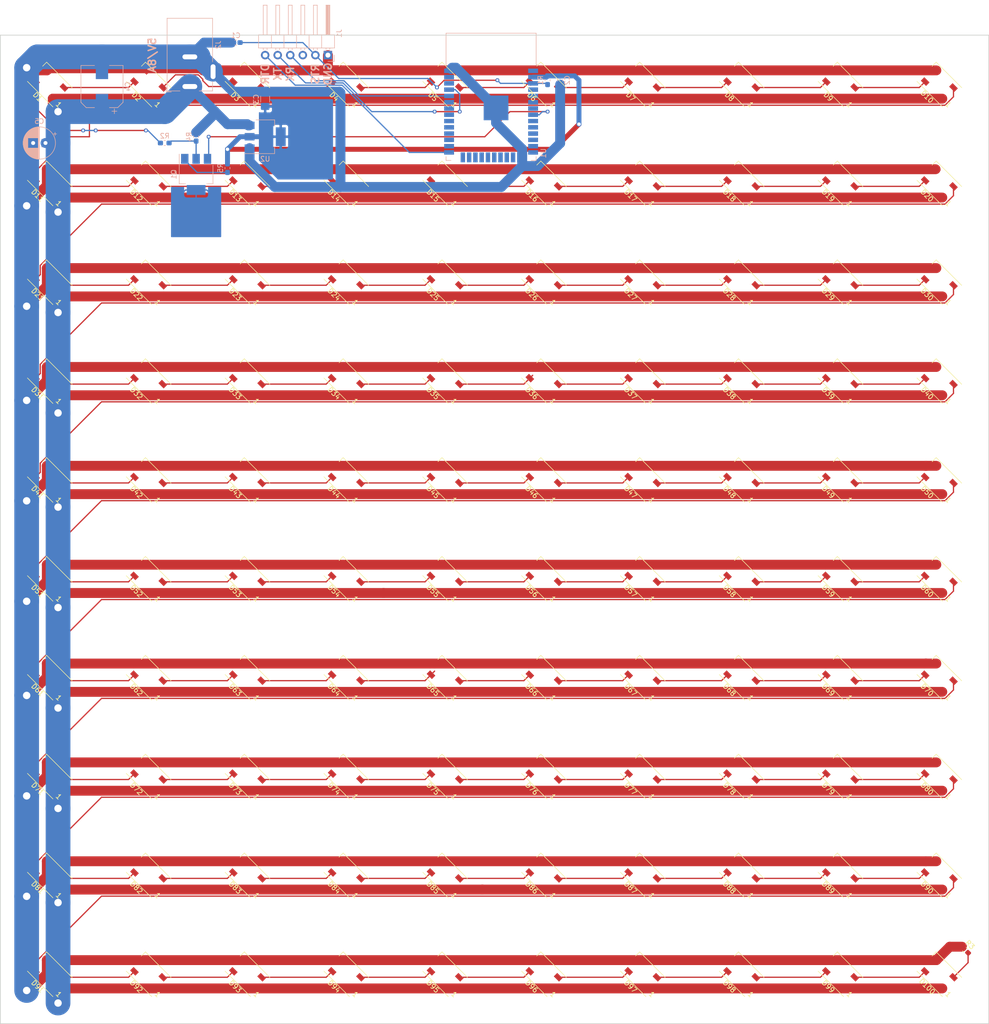
<source format=kicad_pcb>
(kicad_pcb (version 20171130) (host pcbnew 5.0.0)

  (general
    (thickness 1.6)
    (drawings 10)
    (tracks 491)
    (zones 0)
    (modules 115)
    (nets 143)
  )

  (page A3 portrait)
  (layers
    (0 F.Cu signal)
    (31 B.Cu signal)
    (32 B.Adhes user)
    (33 F.Adhes user)
    (34 B.Paste user)
    (35 F.Paste user)
    (36 B.SilkS user)
    (37 F.SilkS user)
    (38 B.Mask user)
    (39 F.Mask user)
    (40 Dwgs.User user)
    (41 Cmts.User user)
    (42 Eco1.User user)
    (43 Eco2.User user)
    (44 Edge.Cuts user)
    (45 Margin user)
    (46 B.CrtYd user)
    (47 F.CrtYd user)
    (48 B.Fab user)
    (49 F.Fab user)
  )

  (setup
    (last_trace_width 0.25)
    (trace_clearance 0.2)
    (zone_clearance 0.508)
    (zone_45_only no)
    (trace_min 0.2)
    (segment_width 0.2)
    (edge_width 0.15)
    (via_size 0.8)
    (via_drill 0.4)
    (via_min_size 0.4)
    (via_min_drill 0.3)
    (uvia_size 0.3)
    (uvia_drill 0.1)
    (uvias_allowed no)
    (uvia_min_size 0.2)
    (uvia_min_drill 0.1)
    (pcb_text_width 0.3)
    (pcb_text_size 1.5 1.5)
    (mod_edge_width 0.15)
    (mod_text_size 1 1)
    (mod_text_width 0.15)
    (pad_size 1.524 1.524)
    (pad_drill 0.762)
    (pad_to_mask_clearance 0.2)
    (aux_axis_origin 0 0)
    (visible_elements FFFFFF7F)
    (pcbplotparams
      (layerselection 0x010fc_ffffffff)
      (usegerberextensions false)
      (usegerberattributes false)
      (usegerberadvancedattributes false)
      (creategerberjobfile false)
      (excludeedgelayer true)
      (linewidth 0.100000)
      (plotframeref false)
      (viasonmask false)
      (mode 1)
      (useauxorigin false)
      (hpglpennumber 1)
      (hpglpenspeed 20)
      (hpglpendiameter 15.000000)
      (psnegative false)
      (psa4output false)
      (plotreference true)
      (plotvalue true)
      (plotinvisibletext false)
      (padsonsilk false)
      (subtractmaskfromsilk false)
      (outputformat 1)
      (mirror false)
      (drillshape 0)
      (scaleselection 1)
      (outputdirectory "./out.gerber"))
  )

  (net 0 "")
  (net 1 GND)
  (net 2 "Net-(D1-Pad2)")
  (net 3 +5V)
  (net 4 "Net-(D2-Pad2)")
  (net 5 "Net-(D3-Pad2)")
  (net 6 "Net-(D4-Pad2)")
  (net 7 "Net-(D5-Pad2)")
  (net 8 "Net-(D6-Pad2)")
  (net 9 "Net-(D7-Pad2)")
  (net 10 "Net-(D8-Pad2)")
  (net 11 "Net-(D10-Pad4)")
  (net 12 /sheet5B625F71/DIN)
  (net 13 "Net-(D13-Pad2)")
  (net 14 "Net-(D14-Pad2)")
  (net 15 "Net-(D11-Pad2)")
  (net 16 "Net-(D12-Pad2)")
  (net 17 "Net-(D26-Pad2)")
  (net 18 "Net-(D25-Pad2)")
  (net 19 "Net-(D37-Pad2)")
  (net 20 "Net-(D38-Pad2)")
  (net 21 "Net-(D15-Pad2)")
  (net 22 "Net-(D16-Pad2)")
  (net 23 "Net-(D17-Pad2)")
  (net 24 "Net-(D18-Pad2)")
  (net 25 "Net-(D19-Pad2)")
  (net 26 /sheet5B625F76/DIN)
  (net 27 "Net-(D21-Pad2)")
  (net 28 "Net-(D22-Pad2)")
  (net 29 "Net-(D23-Pad2)")
  (net 30 "Net-(D24-Pad2)")
  (net 31 "Net-(D39-Pad2)")
  (net 32 "Net-(D27-Pad2)")
  (net 33 "Net-(D28-Pad2)")
  (net 34 "Net-(D29-Pad2)")
  (net 35 /sheet5B625F7B/DIN)
  (net 36 "Net-(D31-Pad2)")
  (net 37 "Net-(D32-Pad2)")
  (net 38 "Net-(D33-Pad2)")
  (net 39 "Net-(D34-Pad2)")
  (net 40 "Net-(D35-Pad2)")
  (net 41 "Net-(D36-Pad2)")
  (net 42 /sheet5B625F80/DIN)
  (net 43 "Net-(D41-Pad2)")
  (net 44 "Net-(D42-Pad2)")
  (net 45 "Net-(D43-Pad2)")
  (net 46 "Net-(D44-Pad2)")
  (net 47 "Net-(D45-Pad2)")
  (net 48 "Net-(D46-Pad2)")
  (net 49 "Net-(D47-Pad2)")
  (net 50 "Net-(D48-Pad2)")
  (net 51 "Net-(D49-Pad2)")
  (net 52 /sheet5B625F85/DIN)
  (net 53 "Net-(D63-Pad2)")
  (net 54 "Net-(D64-Pad2)")
  (net 55 "Net-(D52-Pad2)")
  (net 56 "Net-(D51-Pad2)")
  (net 57 "Net-(D53-Pad2)")
  (net 58 "Net-(D54-Pad2)")
  (net 59 "Net-(D55-Pad2)")
  (net 60 "Net-(D56-Pad2)")
  (net 61 "Net-(D57-Pad2)")
  (net 62 "Net-(D58-Pad2)")
  (net 63 "Net-(D59-Pad2)")
  (net 64 /sheet5B625F8A/DIN)
  (net 65 "Net-(D61-Pad2)")
  (net 66 "Net-(D62-Pad2)")
  (net 67 "Net-(D75-Pad2)")
  (net 68 "Net-(D76-Pad2)")
  (net 69 "Net-(D88-Pad2)")
  (net 70 "Net-(D87-Pad2)")
  (net 71 "Net-(D65-Pad2)")
  (net 72 "Net-(D66-Pad2)")
  (net 73 "Net-(D67-Pad2)")
  (net 74 "Net-(D68-Pad2)")
  (net 75 "Net-(D69-Pad2)")
  (net 76 /sheet5B625F8F/DIN)
  (net 77 "Net-(D71-Pad2)")
  (net 78 "Net-(D72-Pad2)")
  (net 79 "Net-(D73-Pad2)")
  (net 80 "Net-(D74-Pad2)")
  (net 81 "Net-(D89-Pad2)")
  (net 82 "Net-(D77-Pad2)")
  (net 83 "Net-(D78-Pad2)")
  (net 84 "Net-(D79-Pad2)")
  (net 85 /sheet5B625F94/DIN)
  (net 86 "Net-(D81-Pad2)")
  (net 87 "Net-(D82-Pad2)")
  (net 88 "Net-(D83-Pad2)")
  (net 89 "Net-(D84-Pad2)")
  (net 90 "Net-(D85-Pad2)")
  (net 91 "Net-(D86-Pad2)")
  (net 92 /sheet5B625F99/DIN)
  (net 93 "Net-(D91-Pad2)")
  (net 94 "Net-(D92-Pad2)")
  (net 95 "Net-(D93-Pad2)")
  (net 96 "Net-(D94-Pad2)")
  (net 97 "Net-(D95-Pad2)")
  (net 98 "Net-(D96-Pad2)")
  (net 99 "Net-(D97-Pad2)")
  (net 100 "Net-(D98-Pad2)")
  (net 101 "Net-(D100-Pad4)")
  (net 102 /sheet5B625F99/DOUT)
  (net 103 +3V3)
  (net 104 /RTS)
  (net 105 /DATA)
  (net 106 "Net-(U1-Pad1)")
  (net 107 "Net-(U1-Pad4)")
  (net 108 "Net-(U1-Pad5)")
  (net 109 "Net-(U1-Pad6)")
  (net 110 "Net-(U1-Pad7)")
  (net 111 "Net-(U1-Pad9)")
  (net 112 "Net-(U1-Pad10)")
  (net 113 "Net-(U1-Pad11)")
  (net 114 "Net-(U1-Pad12)")
  (net 115 "Net-(U1-Pad13)")
  (net 116 "Net-(U1-Pad14)")
  (net 117 "Net-(U1-Pad16)")
  (net 118 "Net-(U1-Pad17)")
  (net 119 "Net-(U1-Pad18)")
  (net 120 "Net-(U1-Pad19)")
  (net 121 "Net-(U1-Pad20)")
  (net 122 "Net-(U1-Pad21)")
  (net 123 "Net-(U1-Pad22)")
  (net 124 "Net-(U1-Pad23)")
  (net 125 "Net-(U1-Pad24)")
  (net 126 /DTR)
  (net 127 "Net-(U1-Pad26)")
  (net 128 "Net-(U1-Pad27)")
  (net 129 "Net-(U1-Pad28)")
  (net 130 "Net-(U1-Pad29)")
  (net 131 "Net-(U1-Pad30)")
  (net 132 "Net-(U1-Pad31)")
  (net 133 "Net-(U1-Pad32)")
  (net 134 "Net-(U1-Pad33)")
  (net 135 /RX)
  (net 136 /TX)
  (net 137 "Net-(U1-Pad36)")
  (net 138 "Net-(U1-Pad37)")
  (net 139 "Net-(J1-Pad3)")
  (net 140 "Net-(Q1-Pad2)")
  (net 141 "Net-(Q1-Pad3)")
  (net 142 "Net-(Q1-Pad1)")

  (net_class Default "This is the default net class."
    (clearance 0.2)
    (trace_width 0.25)
    (via_dia 0.8)
    (via_drill 0.4)
    (uvia_dia 0.3)
    (uvia_drill 0.1)
    (add_net /DATA)
    (add_net /DTR)
    (add_net /RTS)
    (add_net /RX)
    (add_net /TX)
    (add_net /sheet5B625F71/DIN)
    (add_net /sheet5B625F76/DIN)
    (add_net /sheet5B625F7B/DIN)
    (add_net /sheet5B625F80/DIN)
    (add_net /sheet5B625F85/DIN)
    (add_net /sheet5B625F8A/DIN)
    (add_net /sheet5B625F8F/DIN)
    (add_net /sheet5B625F94/DIN)
    (add_net /sheet5B625F99/DIN)
    (add_net /sheet5B625F99/DOUT)
    (add_net "Net-(D1-Pad2)")
    (add_net "Net-(D10-Pad4)")
    (add_net "Net-(D100-Pad4)")
    (add_net "Net-(D11-Pad2)")
    (add_net "Net-(D12-Pad2)")
    (add_net "Net-(D13-Pad2)")
    (add_net "Net-(D14-Pad2)")
    (add_net "Net-(D15-Pad2)")
    (add_net "Net-(D16-Pad2)")
    (add_net "Net-(D17-Pad2)")
    (add_net "Net-(D18-Pad2)")
    (add_net "Net-(D19-Pad2)")
    (add_net "Net-(D2-Pad2)")
    (add_net "Net-(D21-Pad2)")
    (add_net "Net-(D22-Pad2)")
    (add_net "Net-(D23-Pad2)")
    (add_net "Net-(D24-Pad2)")
    (add_net "Net-(D25-Pad2)")
    (add_net "Net-(D26-Pad2)")
    (add_net "Net-(D27-Pad2)")
    (add_net "Net-(D28-Pad2)")
    (add_net "Net-(D29-Pad2)")
    (add_net "Net-(D3-Pad2)")
    (add_net "Net-(D31-Pad2)")
    (add_net "Net-(D32-Pad2)")
    (add_net "Net-(D33-Pad2)")
    (add_net "Net-(D34-Pad2)")
    (add_net "Net-(D35-Pad2)")
    (add_net "Net-(D36-Pad2)")
    (add_net "Net-(D37-Pad2)")
    (add_net "Net-(D38-Pad2)")
    (add_net "Net-(D39-Pad2)")
    (add_net "Net-(D4-Pad2)")
    (add_net "Net-(D41-Pad2)")
    (add_net "Net-(D42-Pad2)")
    (add_net "Net-(D43-Pad2)")
    (add_net "Net-(D44-Pad2)")
    (add_net "Net-(D45-Pad2)")
    (add_net "Net-(D46-Pad2)")
    (add_net "Net-(D47-Pad2)")
    (add_net "Net-(D48-Pad2)")
    (add_net "Net-(D49-Pad2)")
    (add_net "Net-(D5-Pad2)")
    (add_net "Net-(D51-Pad2)")
    (add_net "Net-(D52-Pad2)")
    (add_net "Net-(D53-Pad2)")
    (add_net "Net-(D54-Pad2)")
    (add_net "Net-(D55-Pad2)")
    (add_net "Net-(D56-Pad2)")
    (add_net "Net-(D57-Pad2)")
    (add_net "Net-(D58-Pad2)")
    (add_net "Net-(D59-Pad2)")
    (add_net "Net-(D6-Pad2)")
    (add_net "Net-(D61-Pad2)")
    (add_net "Net-(D62-Pad2)")
    (add_net "Net-(D63-Pad2)")
    (add_net "Net-(D64-Pad2)")
    (add_net "Net-(D65-Pad2)")
    (add_net "Net-(D66-Pad2)")
    (add_net "Net-(D67-Pad2)")
    (add_net "Net-(D68-Pad2)")
    (add_net "Net-(D69-Pad2)")
    (add_net "Net-(D7-Pad2)")
    (add_net "Net-(D71-Pad2)")
    (add_net "Net-(D72-Pad2)")
    (add_net "Net-(D73-Pad2)")
    (add_net "Net-(D74-Pad2)")
    (add_net "Net-(D75-Pad2)")
    (add_net "Net-(D76-Pad2)")
    (add_net "Net-(D77-Pad2)")
    (add_net "Net-(D78-Pad2)")
    (add_net "Net-(D79-Pad2)")
    (add_net "Net-(D8-Pad2)")
    (add_net "Net-(D81-Pad2)")
    (add_net "Net-(D82-Pad2)")
    (add_net "Net-(D83-Pad2)")
    (add_net "Net-(D84-Pad2)")
    (add_net "Net-(D85-Pad2)")
    (add_net "Net-(D86-Pad2)")
    (add_net "Net-(D87-Pad2)")
    (add_net "Net-(D88-Pad2)")
    (add_net "Net-(D89-Pad2)")
    (add_net "Net-(D91-Pad2)")
    (add_net "Net-(D92-Pad2)")
    (add_net "Net-(D93-Pad2)")
    (add_net "Net-(D94-Pad2)")
    (add_net "Net-(D95-Pad2)")
    (add_net "Net-(D96-Pad2)")
    (add_net "Net-(D97-Pad2)")
    (add_net "Net-(D98-Pad2)")
    (add_net "Net-(J1-Pad3)")
    (add_net "Net-(Q1-Pad1)")
    (add_net "Net-(Q1-Pad2)")
    (add_net "Net-(Q1-Pad3)")
    (add_net "Net-(U1-Pad1)")
    (add_net "Net-(U1-Pad10)")
    (add_net "Net-(U1-Pad11)")
    (add_net "Net-(U1-Pad12)")
    (add_net "Net-(U1-Pad13)")
    (add_net "Net-(U1-Pad14)")
    (add_net "Net-(U1-Pad16)")
    (add_net "Net-(U1-Pad17)")
    (add_net "Net-(U1-Pad18)")
    (add_net "Net-(U1-Pad19)")
    (add_net "Net-(U1-Pad20)")
    (add_net "Net-(U1-Pad21)")
    (add_net "Net-(U1-Pad22)")
    (add_net "Net-(U1-Pad23)")
    (add_net "Net-(U1-Pad24)")
    (add_net "Net-(U1-Pad26)")
    (add_net "Net-(U1-Pad27)")
    (add_net "Net-(U1-Pad28)")
    (add_net "Net-(U1-Pad29)")
    (add_net "Net-(U1-Pad30)")
    (add_net "Net-(U1-Pad31)")
    (add_net "Net-(U1-Pad32)")
    (add_net "Net-(U1-Pad33)")
    (add_net "Net-(U1-Pad36)")
    (add_net "Net-(U1-Pad37)")
    (add_net "Net-(U1-Pad4)")
    (add_net "Net-(U1-Pad5)")
    (add_net "Net-(U1-Pad6)")
    (add_net "Net-(U1-Pad7)")
    (add_net "Net-(U1-Pad9)")
  )

  (net_class Power ""
    (clearance 0.2)
    (trace_width 2)
    (via_dia 2)
    (via_drill 1.5)
    (uvia_dia 0.3)
    (uvia_drill 0.1)
    (add_net +5V)
    (add_net GND)
  )

  (net_class smallPower ""
    (clearance 0.2)
    (trace_width 1)
    (via_dia 1)
    (via_drill 0.7)
    (uvia_dia 0.3)
    (uvia_drill 0.1)
    (add_net +3V3)
  )

  (module Resistor_SMD:R_0603_1608Metric_Pad1.05x0.95mm_HandSolder (layer B.Cu) (tedit 5B301BBD) (tstamp 5C10E05B)
    (at 60.96 41.91 270)
    (descr "Resistor SMD 0603 (1608 Metric), square (rectangular) end terminal, IPC_7351 nominal with elongated pad for handsoldering. (Body size source: http://www.tortai-tech.com/upload/download/2011102023233369053.pdf), generated with kicad-footprint-generator")
    (tags "resistor handsolder")
    (path /5C124915)
    (attr smd)
    (fp_text reference R5 (at 0 1.43 270) (layer B.SilkS)
      (effects (font (size 1 1) (thickness 0.15)) (justify mirror))
    )
    (fp_text value 2.2k (at 0 -1.43 270) (layer B.Fab)
      (effects (font (size 1 1) (thickness 0.15)) (justify mirror))
    )
    (fp_text user %R (at 0 0 270) (layer B.Fab)
      (effects (font (size 0.4 0.4) (thickness 0.06)) (justify mirror))
    )
    (fp_line (start 1.65 -0.73) (end -1.65 -0.73) (layer B.CrtYd) (width 0.05))
    (fp_line (start 1.65 0.73) (end 1.65 -0.73) (layer B.CrtYd) (width 0.05))
    (fp_line (start -1.65 0.73) (end 1.65 0.73) (layer B.CrtYd) (width 0.05))
    (fp_line (start -1.65 -0.73) (end -1.65 0.73) (layer B.CrtYd) (width 0.05))
    (fp_line (start -0.171267 -0.51) (end 0.171267 -0.51) (layer B.SilkS) (width 0.12))
    (fp_line (start -0.171267 0.51) (end 0.171267 0.51) (layer B.SilkS) (width 0.12))
    (fp_line (start 0.8 -0.4) (end -0.8 -0.4) (layer B.Fab) (width 0.1))
    (fp_line (start 0.8 0.4) (end 0.8 -0.4) (layer B.Fab) (width 0.1))
    (fp_line (start -0.8 0.4) (end 0.8 0.4) (layer B.Fab) (width 0.1))
    (fp_line (start -0.8 -0.4) (end -0.8 0.4) (layer B.Fab) (width 0.1))
    (pad 2 smd roundrect (at 0.875 0 270) (size 1.05 0.95) (layers B.Cu B.Paste B.Mask) (roundrect_rratio 0.25)
      (net 142 "Net-(Q1-Pad1)"))
    (pad 1 smd roundrect (at -0.875 0 270) (size 1.05 0.95) (layers B.Cu B.Paste B.Mask) (roundrect_rratio 0.25)
      (net 103 +3V3))
    (model ${KISYS3DMOD}/Resistor_SMD.3dshapes/R_0603_1608Metric.wrl
      (at (xyz 0 0 0))
      (scale (xyz 1 1 1))
      (rotate (xyz 0 0 0))
    )
  )

  (module Resistor_SMD:R_0603_1608Metric_Pad1.05x0.95mm_HandSolder (layer B.Cu) (tedit 5B301BBD) (tstamp 5C10FAB8)
    (at 54.61 35.56 270)
    (descr "Resistor SMD 0603 (1608 Metric), square (rectangular) end terminal, IPC_7351 nominal with elongated pad for handsoldering. (Body size source: http://www.tortai-tech.com/upload/download/2011102023233369053.pdf), generated with kicad-footprint-generator")
    (tags "resistor handsolder")
    (path /5C115239)
    (attr smd)
    (fp_text reference R4 (at 0 1.43 270) (layer B.SilkS)
      (effects (font (size 1 1) (thickness 0.15)) (justify mirror))
    )
    (fp_text value 6.8k (at 0 -1.43 270) (layer B.Fab)
      (effects (font (size 1 1) (thickness 0.15)) (justify mirror))
    )
    (fp_line (start -0.8 -0.4) (end -0.8 0.4) (layer B.Fab) (width 0.1))
    (fp_line (start -0.8 0.4) (end 0.8 0.4) (layer B.Fab) (width 0.1))
    (fp_line (start 0.8 0.4) (end 0.8 -0.4) (layer B.Fab) (width 0.1))
    (fp_line (start 0.8 -0.4) (end -0.8 -0.4) (layer B.Fab) (width 0.1))
    (fp_line (start -0.171267 0.51) (end 0.171267 0.51) (layer B.SilkS) (width 0.12))
    (fp_line (start -0.171267 -0.51) (end 0.171267 -0.51) (layer B.SilkS) (width 0.12))
    (fp_line (start -1.65 -0.73) (end -1.65 0.73) (layer B.CrtYd) (width 0.05))
    (fp_line (start -1.65 0.73) (end 1.65 0.73) (layer B.CrtYd) (width 0.05))
    (fp_line (start 1.65 0.73) (end 1.65 -0.73) (layer B.CrtYd) (width 0.05))
    (fp_line (start 1.65 -0.73) (end -1.65 -0.73) (layer B.CrtYd) (width 0.05))
    (fp_text user %R (at 0 0 270) (layer B.Fab)
      (effects (font (size 0.4 0.4) (thickness 0.06)) (justify mirror))
    )
    (pad 1 smd roundrect (at -0.875 0 270) (size 1.05 0.95) (layers B.Cu B.Paste B.Mask) (roundrect_rratio 0.25)
      (net 3 +5V))
    (pad 2 smd roundrect (at 0.875 0 270) (size 1.05 0.95) (layers B.Cu B.Paste B.Mask) (roundrect_rratio 0.25)
      (net 140 "Net-(Q1-Pad2)"))
    (model ${KISYS3DMOD}/Resistor_SMD.3dshapes/R_0603_1608Metric.wrl
      (at (xyz 0 0 0))
      (scale (xyz 1 1 1))
      (rotate (xyz 0 0 0))
    )
  )

  (module Package_TO_SOT_SMD:SOT-223 (layer B.Cu) (tedit 5A02FF57) (tstamp 5C1126E0)
    (at 54.61 43.18 270)
    (descr "module CMS SOT223 4 pins")
    (tags "CMS SOT")
    (path /5C10106F)
    (attr smd)
    (fp_text reference Q1 (at 0 4.5 270) (layer B.SilkS)
      (effects (font (size 1 1) (thickness 0.15)) (justify mirror))
    )
    (fp_text value PZT2222A (at 0 -4.5 270) (layer B.Fab)
      (effects (font (size 1 1) (thickness 0.15)) (justify mirror))
    )
    (fp_text user %R (at 0 0 180) (layer B.Fab)
      (effects (font (size 0.8 0.8) (thickness 0.12)) (justify mirror))
    )
    (fp_line (start -1.85 2.3) (end -0.8 3.35) (layer B.Fab) (width 0.1))
    (fp_line (start 1.91 -3.41) (end 1.91 -2.15) (layer B.SilkS) (width 0.12))
    (fp_line (start 1.91 3.41) (end 1.91 2.15) (layer B.SilkS) (width 0.12))
    (fp_line (start 4.4 3.6) (end -4.4 3.6) (layer B.CrtYd) (width 0.05))
    (fp_line (start 4.4 -3.6) (end 4.4 3.6) (layer B.CrtYd) (width 0.05))
    (fp_line (start -4.4 -3.6) (end 4.4 -3.6) (layer B.CrtYd) (width 0.05))
    (fp_line (start -4.4 3.6) (end -4.4 -3.6) (layer B.CrtYd) (width 0.05))
    (fp_line (start -1.85 2.3) (end -1.85 -3.35) (layer B.Fab) (width 0.1))
    (fp_line (start -1.85 -3.41) (end 1.91 -3.41) (layer B.SilkS) (width 0.12))
    (fp_line (start -0.8 3.35) (end 1.85 3.35) (layer B.Fab) (width 0.1))
    (fp_line (start -4.1 3.41) (end 1.91 3.41) (layer B.SilkS) (width 0.12))
    (fp_line (start -1.85 -3.35) (end 1.85 -3.35) (layer B.Fab) (width 0.1))
    (fp_line (start 1.85 3.35) (end 1.85 -3.35) (layer B.Fab) (width 0.1))
    (pad 4 smd rect (at 3.15 0 270) (size 2 3.8) (layers B.Cu B.Paste B.Mask))
    (pad 2 smd rect (at -3.15 0 270) (size 2 1.5) (layers B.Cu B.Paste B.Mask)
      (net 140 "Net-(Q1-Pad2)"))
    (pad 3 smd rect (at -3.15 -2.3 270) (size 2 1.5) (layers B.Cu B.Paste B.Mask)
      (net 141 "Net-(Q1-Pad3)"))
    (pad 1 smd rect (at -3.15 2.3 270) (size 2 1.5) (layers B.Cu B.Paste B.Mask)
      (net 142 "Net-(Q1-Pad1)"))
    (model ${KISYS3DMOD}/Package_TO_SOT_SMD.3dshapes/SOT-223.wrl
      (at (xyz 0 0 0))
      (scale (xyz 1 1 1))
      (rotate (xyz 0 0 0))
    )
  )

  (module Resistor_SMD:R_0603_1608Metric_Pad1.05x0.95mm_HandSolder (layer B.Cu) (tedit 5B301BBD) (tstamp 5C107045)
    (at 48.26 36.83 180)
    (descr "Resistor SMD 0603 (1608 Metric), square (rectangular) end terminal, IPC_7351 nominal with elongated pad for handsoldering. (Body size source: http://www.tortai-tech.com/upload/download/2011102023233369053.pdf), generated with kicad-footprint-generator")
    (tags "resistor handsolder")
    (path /5B6229BA)
    (attr smd)
    (fp_text reference R2 (at 0 1.43 180) (layer B.SilkS)
      (effects (font (size 1 1) (thickness 0.15)) (justify mirror))
    )
    (fp_text value 470 (at 0 -1.43 180) (layer B.Fab)
      (effects (font (size 1 1) (thickness 0.15)) (justify mirror))
    )
    (fp_line (start -0.8 -0.4) (end -0.8 0.4) (layer B.Fab) (width 0.1))
    (fp_line (start -0.8 0.4) (end 0.8 0.4) (layer B.Fab) (width 0.1))
    (fp_line (start 0.8 0.4) (end 0.8 -0.4) (layer B.Fab) (width 0.1))
    (fp_line (start 0.8 -0.4) (end -0.8 -0.4) (layer B.Fab) (width 0.1))
    (fp_line (start -0.171267 0.51) (end 0.171267 0.51) (layer B.SilkS) (width 0.12))
    (fp_line (start -0.171267 -0.51) (end 0.171267 -0.51) (layer B.SilkS) (width 0.12))
    (fp_line (start -1.65 -0.73) (end -1.65 0.73) (layer B.CrtYd) (width 0.05))
    (fp_line (start -1.65 0.73) (end 1.65 0.73) (layer B.CrtYd) (width 0.05))
    (fp_line (start 1.65 0.73) (end 1.65 -0.73) (layer B.CrtYd) (width 0.05))
    (fp_line (start 1.65 -0.73) (end -1.65 -0.73) (layer B.CrtYd) (width 0.05))
    (fp_text user %R (at 0 0 180) (layer B.Fab)
      (effects (font (size 0.4 0.4) (thickness 0.06)) (justify mirror))
    )
    (pad 1 smd roundrect (at -0.875 0 180) (size 1.05 0.95) (layers B.Cu B.Paste B.Mask) (roundrect_rratio 0.25)
      (net 140 "Net-(Q1-Pad2)"))
    (pad 2 smd roundrect (at 0.875 0 180) (size 1.05 0.95) (layers B.Cu B.Paste B.Mask) (roundrect_rratio 0.25)
      (net 105 /DATA))
    (model ${KISYS3DMOD}/Resistor_SMD.3dshapes/R_0603_1608Metric.wrl
      (at (xyz 0 0 0))
      (scale (xyz 1 1 1))
      (rotate (xyz 0 0 0))
    )
  )

  (module Resistor_SMD:R_0603_1608Metric_Pad1.05x0.95mm_HandSolder (layer F.Cu) (tedit 5B301BBD) (tstamp 5B733D58)
    (at 210.201282 200.041282 315)
    (descr "Resistor SMD 0603 (1608 Metric), square (rectangular) end terminal, IPC_7351 nominal with elongated pad for handsoldering. (Body size source: http://www.tortai-tech.com/upload/download/2011102023233369053.pdf), generated with kicad-footprint-generator")
    (tags "resistor handsolder")
    (path /5B66FEDD)
    (attr smd)
    (fp_text reference R3 (at 0 -1.43 315) (layer F.SilkS)
      (effects (font (size 1 1) (thickness 0.15)))
    )
    (fp_text value 1k (at 0 1.43 315) (layer F.Fab)
      (effects (font (size 1 1) (thickness 0.15)))
    )
    (fp_line (start -0.8 0.4) (end -0.8 -0.4) (layer F.Fab) (width 0.1))
    (fp_line (start -0.8 -0.4) (end 0.8 -0.4) (layer F.Fab) (width 0.1))
    (fp_line (start 0.8 -0.4) (end 0.8 0.4) (layer F.Fab) (width 0.1))
    (fp_line (start 0.8 0.4) (end -0.8 0.4) (layer F.Fab) (width 0.1))
    (fp_line (start -0.171267 -0.51) (end 0.171267 -0.51) (layer F.SilkS) (width 0.12))
    (fp_line (start -0.171267 0.51) (end 0.171267 0.51) (layer F.SilkS) (width 0.12))
    (fp_line (start -1.65 0.73) (end -1.65 -0.73) (layer F.CrtYd) (width 0.05))
    (fp_line (start -1.65 -0.73) (end 1.65 -0.73) (layer F.CrtYd) (width 0.05))
    (fp_line (start 1.65 -0.73) (end 1.65 0.73) (layer F.CrtYd) (width 0.05))
    (fp_line (start 1.65 0.73) (end -1.65 0.73) (layer F.CrtYd) (width 0.05))
    (fp_text user %R (at 0 0 315) (layer F.Fab)
      (effects (font (size 0.4 0.4) (thickness 0.06)))
    )
    (pad 1 smd roundrect (at -0.874999 0 315) (size 1.05 0.95) (layers F.Cu F.Paste F.Mask) (roundrect_rratio 0.25)
      (net 1 GND))
    (pad 2 smd roundrect (at 0.874999 0 315) (size 1.05 0.95) (layers F.Cu F.Paste F.Mask) (roundrect_rratio 0.25)
      (net 102 /sheet5B625F99/DOUT))
    (model ${KISYS3DMOD}/Resistor_SMD.3dshapes/R_0603_1608Metric.wrl
      (at (xyz 0 0 0))
      (scale (xyz 1 1 1))
      (rotate (xyz 0 0 0))
    )
  )

  (module Connector_BarrelJack:BarrelJack_Horizontal (layer B.Cu) (tedit 5A1DBF6A) (tstamp 5B7EA195)
    (at 53.34 25.4 270)
    (descr "DC Barrel Jack")
    (tags "Power Jack")
    (path /5B660D82)
    (fp_text reference J2 (at -8.45 -5.75 270) (layer B.SilkS)
      (effects (font (size 1 1) (thickness 0.15)) (justify mirror))
    )
    (fp_text value Barrel_Jack_Switch (at -6.2 5.5 270) (layer B.Fab)
      (effects (font (size 1 1) (thickness 0.15)) (justify mirror))
    )
    (fp_text user %R (at -3 2.95 270) (layer B.Fab)
      (effects (font (size 1 1) (thickness 0.15)) (justify mirror))
    )
    (fp_line (start -0.003213 4.505425) (end 0.8 3.75) (layer B.Fab) (width 0.1))
    (fp_line (start 1.1 3.75) (end 1.1 4.8) (layer B.SilkS) (width 0.12))
    (fp_line (start 0.05 4.8) (end 1.1 4.8) (layer B.SilkS) (width 0.12))
    (fp_line (start 1 4.5) (end 1 4.75) (layer B.CrtYd) (width 0.05))
    (fp_line (start 1 4.75) (end -14 4.75) (layer B.CrtYd) (width 0.05))
    (fp_line (start 1 4.5) (end 1 2) (layer B.CrtYd) (width 0.05))
    (fp_line (start 1 2) (end 2 2) (layer B.CrtYd) (width 0.05))
    (fp_line (start 2 2) (end 2 -2) (layer B.CrtYd) (width 0.05))
    (fp_line (start 2 -2) (end 1 -2) (layer B.CrtYd) (width 0.05))
    (fp_line (start 1 -2) (end 1 -4.75) (layer B.CrtYd) (width 0.05))
    (fp_line (start 1 -4.75) (end -1 -4.75) (layer B.CrtYd) (width 0.05))
    (fp_line (start -1 -4.75) (end -1 -6.75) (layer B.CrtYd) (width 0.05))
    (fp_line (start -1 -6.75) (end -5 -6.75) (layer B.CrtYd) (width 0.05))
    (fp_line (start -5 -6.75) (end -5 -4.75) (layer B.CrtYd) (width 0.05))
    (fp_line (start -5 -4.75) (end -14 -4.75) (layer B.CrtYd) (width 0.05))
    (fp_line (start -14 -4.75) (end -14 4.75) (layer B.CrtYd) (width 0.05))
    (fp_line (start -5 -4.6) (end -13.8 -4.6) (layer B.SilkS) (width 0.12))
    (fp_line (start -13.8 -4.6) (end -13.8 4.6) (layer B.SilkS) (width 0.12))
    (fp_line (start 0.9 -1.9) (end 0.9 -4.6) (layer B.SilkS) (width 0.12))
    (fp_line (start 0.9 -4.6) (end -1 -4.6) (layer B.SilkS) (width 0.12))
    (fp_line (start -13.8 4.6) (end 0.9 4.6) (layer B.SilkS) (width 0.12))
    (fp_line (start 0.9 4.6) (end 0.9 2) (layer B.SilkS) (width 0.12))
    (fp_line (start -10.2 4.5) (end -10.2 -4.5) (layer B.Fab) (width 0.1))
    (fp_line (start -13.7 4.5) (end -13.7 -4.5) (layer B.Fab) (width 0.1))
    (fp_line (start -13.7 -4.5) (end 0.8 -4.5) (layer B.Fab) (width 0.1))
    (fp_line (start 0.8 -4.5) (end 0.8 3.75) (layer B.Fab) (width 0.1))
    (fp_line (start 0 4.5) (end -13.7 4.5) (layer B.Fab) (width 0.1))
    (pad 1 thru_hole rect (at 0 0 270) (size 3.5 3.5) (drill oval 1 3) (layers *.Cu *.Mask)
      (net 3 +5V))
    (pad 2 thru_hole roundrect (at -6 0 270) (size 3 3.5) (drill oval 1 3) (layers *.Cu *.Mask) (roundrect_rratio 0.25)
      (net 1 GND))
    (pad 3 thru_hole roundrect (at -3 -4.7 270) (size 3.5 3.5) (drill oval 3 1) (layers *.Cu *.Mask) (roundrect_rratio 0.25)
      (net 1 GND))
    (model ${KISYS3DMOD}/Connector_BarrelJack.3dshapes/BarrelJack_Horizontal.wrl
      (at (xyz 0 0 0))
      (scale (xyz 1 1 1))
      (rotate (xyz 0 0 0))
    )
  )

  (module Package_TO_SOT_SMD:SOT-223-3_TabPin2 (layer B.Cu) (tedit 5A02FF57) (tstamp 5B7F2854)
    (at 68.58 35.56)
    (descr "module CMS SOT223 4 pins")
    (tags "CMS SOT")
    (path /5B652DB1)
    (attr smd)
    (fp_text reference U2 (at 0 4.5) (layer B.SilkS)
      (effects (font (size 1 1) (thickness 0.15)) (justify mirror))
    )
    (fp_text value AMS1117-3.3 (at 0 -4.5) (layer B.Fab)
      (effects (font (size 1 1) (thickness 0.15)) (justify mirror))
    )
    (fp_text user %R (at 0 0) (layer B.Fab)
      (effects (font (size 0.8 0.8) (thickness 0.12)) (justify mirror))
    )
    (fp_line (start 1.91 -3.41) (end 1.91 -2.15) (layer B.SilkS) (width 0.12))
    (fp_line (start 1.91 3.41) (end 1.91 2.15) (layer B.SilkS) (width 0.12))
    (fp_line (start 4.4 3.6) (end -4.4 3.6) (layer B.CrtYd) (width 0.05))
    (fp_line (start 4.4 -3.6) (end 4.4 3.6) (layer B.CrtYd) (width 0.05))
    (fp_line (start -4.4 -3.6) (end 4.4 -3.6) (layer B.CrtYd) (width 0.05))
    (fp_line (start -4.4 3.6) (end -4.4 -3.6) (layer B.CrtYd) (width 0.05))
    (fp_line (start -1.85 2.35) (end -0.85 3.35) (layer B.Fab) (width 0.1))
    (fp_line (start -1.85 2.35) (end -1.85 -3.35) (layer B.Fab) (width 0.1))
    (fp_line (start -1.85 -3.41) (end 1.91 -3.41) (layer B.SilkS) (width 0.12))
    (fp_line (start -0.85 3.35) (end 1.85 3.35) (layer B.Fab) (width 0.1))
    (fp_line (start -4.1 3.41) (end 1.91 3.41) (layer B.SilkS) (width 0.12))
    (fp_line (start -1.85 -3.35) (end 1.85 -3.35) (layer B.Fab) (width 0.1))
    (fp_line (start 1.85 3.35) (end 1.85 -3.35) (layer B.Fab) (width 0.1))
    (pad 2 smd rect (at 3.15 0) (size 2 3.8) (layers B.Cu B.Paste B.Mask)
      (net 103 +3V3))
    (pad 2 smd rect (at -3.15 0) (size 2 1.5) (layers B.Cu B.Paste B.Mask)
      (net 103 +3V3))
    (pad 3 smd rect (at -3.15 -2.3) (size 2 1.5) (layers B.Cu B.Paste B.Mask)
      (net 3 +5V))
    (pad 1 smd rect (at -3.15 2.3) (size 2 1.5) (layers B.Cu B.Paste B.Mask)
      (net 1 GND))
    (model ${KISYS3DMOD}/Package_TO_SOT_SMD.3dshapes/SOT-223.wrl
      (at (xyz 0 0 0))
      (scale (xyz 1 1 1))
      (rotate (xyz 0 0 0))
    )
  )

  (module Capacitor_SMD:CP_Elec_8x10 (layer B.Cu) (tedit 5A841F9D) (tstamp 5B7F2E5F)
    (at 35.56 25.4 90)
    (descr "SMT capacitor, aluminium electrolytic, 8x10, Nichicon ")
    (tags "Capacitor Electrolytic")
    (path /5B622644)
    (attr smd)
    (fp_text reference C4 (at 0 5.2 90) (layer B.SilkS)
      (effects (font (size 1 1) (thickness 0.15)) (justify mirror))
    )
    (fp_text value 1m (at 0 -5.2 90) (layer B.Fab)
      (effects (font (size 1 1) (thickness 0.15)) (justify mirror))
    )
    (fp_circle (center 0 0) (end 4 0) (layer B.Fab) (width 0.1))
    (fp_line (start 4.15 4.15) (end 4.15 -4.15) (layer B.Fab) (width 0.1))
    (fp_line (start -3.15 4.15) (end 4.15 4.15) (layer B.Fab) (width 0.1))
    (fp_line (start -3.15 -4.15) (end 4.15 -4.15) (layer B.Fab) (width 0.1))
    (fp_line (start -4.15 3.15) (end -4.15 -3.15) (layer B.Fab) (width 0.1))
    (fp_line (start -4.15 3.15) (end -3.15 4.15) (layer B.Fab) (width 0.1))
    (fp_line (start -4.15 -3.15) (end -3.15 -4.15) (layer B.Fab) (width 0.1))
    (fp_line (start -3.562278 1.5) (end -2.762278 1.5) (layer B.Fab) (width 0.1))
    (fp_line (start -3.162278 1.9) (end -3.162278 1.1) (layer B.Fab) (width 0.1))
    (fp_line (start 4.26 -4.26) (end 4.26 -1.51) (layer B.SilkS) (width 0.12))
    (fp_line (start 4.26 4.26) (end 4.26 1.51) (layer B.SilkS) (width 0.12))
    (fp_line (start -3.195563 4.26) (end 4.26 4.26) (layer B.SilkS) (width 0.12))
    (fp_line (start -3.195563 -4.26) (end 4.26 -4.26) (layer B.SilkS) (width 0.12))
    (fp_line (start -4.26 -3.195563) (end -4.26 -1.51) (layer B.SilkS) (width 0.12))
    (fp_line (start -4.26 3.195563) (end -4.26 1.51) (layer B.SilkS) (width 0.12))
    (fp_line (start -4.26 3.195563) (end -3.195563 4.26) (layer B.SilkS) (width 0.12))
    (fp_line (start -4.26 -3.195563) (end -3.195563 -4.26) (layer B.SilkS) (width 0.12))
    (fp_line (start -5.5 2.51) (end -4.5 2.51) (layer B.SilkS) (width 0.12))
    (fp_line (start -5 3.01) (end -5 2.01) (layer B.SilkS) (width 0.12))
    (fp_line (start 4.4 4.4) (end 4.4 1.5) (layer B.CrtYd) (width 0.05))
    (fp_line (start 4.4 1.5) (end 5.25 1.5) (layer B.CrtYd) (width 0.05))
    (fp_line (start 5.25 1.5) (end 5.25 -1.5) (layer B.CrtYd) (width 0.05))
    (fp_line (start 5.25 -1.5) (end 4.4 -1.5) (layer B.CrtYd) (width 0.05))
    (fp_line (start 4.4 -1.5) (end 4.4 -4.4) (layer B.CrtYd) (width 0.05))
    (fp_line (start -3.25 -4.4) (end 4.4 -4.4) (layer B.CrtYd) (width 0.05))
    (fp_line (start -3.25 4.4) (end 4.4 4.4) (layer B.CrtYd) (width 0.05))
    (fp_line (start -4.4 -3.25) (end -3.25 -4.4) (layer B.CrtYd) (width 0.05))
    (fp_line (start -4.4 3.25) (end -3.25 4.4) (layer B.CrtYd) (width 0.05))
    (fp_line (start -4.4 3.25) (end -4.4 1.5) (layer B.CrtYd) (width 0.05))
    (fp_line (start -4.4 -1.5) (end -4.4 -3.25) (layer B.CrtYd) (width 0.05))
    (fp_line (start -4.4 1.5) (end -5.25 1.5) (layer B.CrtYd) (width 0.05))
    (fp_line (start -5.25 1.5) (end -5.25 -1.5) (layer B.CrtYd) (width 0.05))
    (fp_line (start -5.25 -1.5) (end -4.4 -1.5) (layer B.CrtYd) (width 0.05))
    (fp_text user %R (at 0 0 90) (layer B.Fab)
      (effects (font (size 1 1) (thickness 0.15)) (justify mirror))
    )
    (pad 1 smd rect (at -3.25 0 90) (size 3.5 2.5) (layers B.Cu B.Paste B.Mask)
      (net 3 +5V))
    (pad 2 smd rect (at 3.25 0 90) (size 3.5 2.5) (layers B.Cu B.Paste B.Mask)
      (net 1 GND))
    (model ${KISYS3DMOD}/Capacitor_SMD.3dshapes/CP_Elec_8x10.wrl
      (at (xyz 0 0 0))
      (scale (xyz 1 1 1))
      (rotate (xyz 0 0 0))
    )
  )

  (module Capacitor_SMD:C_0603_1608Metric_Pad1.05x0.95mm_HandSolder (layer B.Cu) (tedit 5B301BBE) (tstamp 5B7E431F)
    (at 128.27 24.13 90)
    (descr "Capacitor SMD 0603 (1608 Metric), square (rectangular) end terminal, IPC_7351 nominal with elongated pad for handsoldering. (Body size source: http://www.tortai-tech.com/upload/download/2011102023233369053.pdf), generated with kicad-footprint-generator")
    (tags "capacitor handsolder")
    (path /5B627C19)
    (attr smd)
    (fp_text reference C2 (at 0 1.43 90) (layer B.SilkS)
      (effects (font (size 1 1) (thickness 0.15)) (justify mirror))
    )
    (fp_text value 100n (at 0 -1.43 90) (layer B.Fab)
      (effects (font (size 1 1) (thickness 0.15)) (justify mirror))
    )
    (fp_text user %R (at 0 0 90) (layer B.Fab)
      (effects (font (size 0.4 0.4) (thickness 0.06)) (justify mirror))
    )
    (fp_line (start 1.65 -0.73) (end -1.65 -0.73) (layer B.CrtYd) (width 0.05))
    (fp_line (start 1.65 0.73) (end 1.65 -0.73) (layer B.CrtYd) (width 0.05))
    (fp_line (start -1.65 0.73) (end 1.65 0.73) (layer B.CrtYd) (width 0.05))
    (fp_line (start -1.65 -0.73) (end -1.65 0.73) (layer B.CrtYd) (width 0.05))
    (fp_line (start -0.171267 -0.51) (end 0.171267 -0.51) (layer B.SilkS) (width 0.12))
    (fp_line (start -0.171267 0.51) (end 0.171267 0.51) (layer B.SilkS) (width 0.12))
    (fp_line (start 0.8 -0.4) (end -0.8 -0.4) (layer B.Fab) (width 0.1))
    (fp_line (start 0.8 0.4) (end 0.8 -0.4) (layer B.Fab) (width 0.1))
    (fp_line (start -0.8 0.4) (end 0.8 0.4) (layer B.Fab) (width 0.1))
    (fp_line (start -0.8 -0.4) (end -0.8 0.4) (layer B.Fab) (width 0.1))
    (pad 2 smd roundrect (at 0.875 0 90) (size 1.05 0.95) (layers B.Cu B.Paste B.Mask) (roundrect_rratio 0.25)
      (net 103 +3V3))
    (pad 1 smd roundrect (at -0.875 0 90) (size 1.05 0.95) (layers B.Cu B.Paste B.Mask) (roundrect_rratio 0.25)
      (net 1 GND))
    (model ${KISYS3DMOD}/Capacitor_SMD.3dshapes/C_0603_1608Metric.wrl
      (at (xyz 0 0 0))
      (scale (xyz 1 1 1))
      (rotate (xyz 0 0 0))
    )
  )

  (module Capacitor_SMD:C_0603_1608Metric_Pad1.05x0.95mm_HandSolder (layer B.Cu) (tedit 5B301BBE) (tstamp 5B7F3730)
    (at 62.625 16.51 180)
    (descr "Capacitor SMD 0603 (1608 Metric), square (rectangular) end terminal, IPC_7351 nominal with elongated pad for handsoldering. (Body size source: http://www.tortai-tech.com/upload/download/2011102023233369053.pdf), generated with kicad-footprint-generator")
    (tags "capacitor handsolder")
    (path /5B623621)
    (attr smd)
    (fp_text reference C1 (at 0 1.43 180) (layer B.SilkS)
      (effects (font (size 1 1) (thickness 0.15)) (justify mirror))
    )
    (fp_text value 100n (at 0 -1.43 180) (layer B.Fab)
      (effects (font (size 1 1) (thickness 0.15)) (justify mirror))
    )
    (fp_line (start -0.8 -0.4) (end -0.8 0.4) (layer B.Fab) (width 0.1))
    (fp_line (start -0.8 0.4) (end 0.8 0.4) (layer B.Fab) (width 0.1))
    (fp_line (start 0.8 0.4) (end 0.8 -0.4) (layer B.Fab) (width 0.1))
    (fp_line (start 0.8 -0.4) (end -0.8 -0.4) (layer B.Fab) (width 0.1))
    (fp_line (start -0.171267 0.51) (end 0.171267 0.51) (layer B.SilkS) (width 0.12))
    (fp_line (start -0.171267 -0.51) (end 0.171267 -0.51) (layer B.SilkS) (width 0.12))
    (fp_line (start -1.65 -0.73) (end -1.65 0.73) (layer B.CrtYd) (width 0.05))
    (fp_line (start -1.65 0.73) (end 1.65 0.73) (layer B.CrtYd) (width 0.05))
    (fp_line (start 1.65 0.73) (end 1.65 -0.73) (layer B.CrtYd) (width 0.05))
    (fp_line (start 1.65 -0.73) (end -1.65 -0.73) (layer B.CrtYd) (width 0.05))
    (fp_text user %R (at 0 0 180) (layer B.Fab)
      (effects (font (size 0.4 0.4) (thickness 0.06)) (justify mirror))
    )
    (pad 1 smd roundrect (at -0.875 0 180) (size 1.05 0.95) (layers B.Cu B.Paste B.Mask) (roundrect_rratio 0.25)
      (net 104 /RTS))
    (pad 2 smd roundrect (at 0.875 0 180) (size 1.05 0.95) (layers B.Cu B.Paste B.Mask) (roundrect_rratio 0.25)
      (net 1 GND))
    (model ${KISYS3DMOD}/Capacitor_SMD.3dshapes/C_0603_1608Metric.wrl
      (at (xyz 0 0 0))
      (scale (xyz 1 1 1))
      (rotate (xyz 0 0 0))
    )
  )

  (module Capacitor_SMD:C_1206_3216Metric_Pad1.42x1.75mm_HandSolder (layer B.Cu) (tedit 5B301BBE) (tstamp 5B7F3781)
    (at 68.58 27.94 270)
    (descr "Capacitor SMD 1206 (3216 Metric), square (rectangular) end terminal, IPC_7351 nominal with elongated pad for handsoldering. (Body size source: http://www.tortai-tech.com/upload/download/2011102023233369053.pdf), generated with kicad-footprint-generator")
    (tags "capacitor handsolder")
    (path /5B627C53)
    (attr smd)
    (fp_text reference C3 (at 0 1.82 270) (layer B.SilkS)
      (effects (font (size 1 1) (thickness 0.15)) (justify mirror))
    )
    (fp_text value 10u (at 0 -1.82 270) (layer B.Fab)
      (effects (font (size 1 1) (thickness 0.15)) (justify mirror))
    )
    (fp_line (start -1.6 -0.8) (end -1.6 0.8) (layer B.Fab) (width 0.1))
    (fp_line (start -1.6 0.8) (end 1.6 0.8) (layer B.Fab) (width 0.1))
    (fp_line (start 1.6 0.8) (end 1.6 -0.8) (layer B.Fab) (width 0.1))
    (fp_line (start 1.6 -0.8) (end -1.6 -0.8) (layer B.Fab) (width 0.1))
    (fp_line (start -0.602064 0.91) (end 0.602064 0.91) (layer B.SilkS) (width 0.12))
    (fp_line (start -0.602064 -0.91) (end 0.602064 -0.91) (layer B.SilkS) (width 0.12))
    (fp_line (start -2.45 -1.12) (end -2.45 1.12) (layer B.CrtYd) (width 0.05))
    (fp_line (start -2.45 1.12) (end 2.45 1.12) (layer B.CrtYd) (width 0.05))
    (fp_line (start 2.45 1.12) (end 2.45 -1.12) (layer B.CrtYd) (width 0.05))
    (fp_line (start 2.45 -1.12) (end -2.45 -1.12) (layer B.CrtYd) (width 0.05))
    (fp_text user %R (at 0 0 270) (layer B.Fab)
      (effects (font (size 0.8 0.8) (thickness 0.12)) (justify mirror))
    )
    (pad 1 smd roundrect (at -1.4875 0 270) (size 1.425 1.75) (layers B.Cu B.Paste B.Mask) (roundrect_rratio 0.175439)
      (net 1 GND))
    (pad 2 smd roundrect (at 1.4875 0 270) (size 1.425 1.75) (layers B.Cu B.Paste B.Mask) (roundrect_rratio 0.175439)
      (net 103 +3V3))
    (model ${KISYS3DMOD}/Capacitor_SMD.3dshapes/C_1206_3216Metric.wrl
      (at (xyz 0 0 0))
      (scale (xyz 1 1 1))
      (rotate (xyz 0 0 0))
    )
  )

  (module Capacitor_THT:CP_Radial_D6.3mm_P2.50mm (layer B.Cu) (tedit 5AE50EF0) (tstamp 5B7E42EC)
    (at 24.13 36.83 180)
    (descr "CP, Radial series, Radial, pin pitch=2.50mm, , diameter=6.3mm, Electrolytic Capacitor")
    (tags "CP Radial series Radial pin pitch 2.50mm  diameter 6.3mm Electrolytic Capacitor")
    (path /5B646B67)
    (fp_text reference C5 (at 1.25 4.4 180) (layer B.SilkS)
      (effects (font (size 1 1) (thickness 0.15)) (justify mirror))
    )
    (fp_text value 1m (at 1.25 -4.4 180) (layer B.Fab)
      (effects (font (size 1 1) (thickness 0.15)) (justify mirror))
    )
    (fp_circle (center 1.25 0) (end 4.4 0) (layer B.Fab) (width 0.1))
    (fp_circle (center 1.25 0) (end 4.52 0) (layer B.SilkS) (width 0.12))
    (fp_circle (center 1.25 0) (end 4.65 0) (layer B.CrtYd) (width 0.05))
    (fp_line (start -1.443972 1.3735) (end -0.813972 1.3735) (layer B.Fab) (width 0.1))
    (fp_line (start -1.128972 1.6885) (end -1.128972 1.0585) (layer B.Fab) (width 0.1))
    (fp_line (start 1.25 3.23) (end 1.25 -3.23) (layer B.SilkS) (width 0.12))
    (fp_line (start 1.29 3.23) (end 1.29 -3.23) (layer B.SilkS) (width 0.12))
    (fp_line (start 1.33 3.23) (end 1.33 -3.23) (layer B.SilkS) (width 0.12))
    (fp_line (start 1.37 3.228) (end 1.37 -3.228) (layer B.SilkS) (width 0.12))
    (fp_line (start 1.41 3.227) (end 1.41 -3.227) (layer B.SilkS) (width 0.12))
    (fp_line (start 1.45 3.224) (end 1.45 -3.224) (layer B.SilkS) (width 0.12))
    (fp_line (start 1.49 3.222) (end 1.49 1.04) (layer B.SilkS) (width 0.12))
    (fp_line (start 1.49 -1.04) (end 1.49 -3.222) (layer B.SilkS) (width 0.12))
    (fp_line (start 1.53 3.218) (end 1.53 1.04) (layer B.SilkS) (width 0.12))
    (fp_line (start 1.53 -1.04) (end 1.53 -3.218) (layer B.SilkS) (width 0.12))
    (fp_line (start 1.57 3.215) (end 1.57 1.04) (layer B.SilkS) (width 0.12))
    (fp_line (start 1.57 -1.04) (end 1.57 -3.215) (layer B.SilkS) (width 0.12))
    (fp_line (start 1.61 3.211) (end 1.61 1.04) (layer B.SilkS) (width 0.12))
    (fp_line (start 1.61 -1.04) (end 1.61 -3.211) (layer B.SilkS) (width 0.12))
    (fp_line (start 1.65 3.206) (end 1.65 1.04) (layer B.SilkS) (width 0.12))
    (fp_line (start 1.65 -1.04) (end 1.65 -3.206) (layer B.SilkS) (width 0.12))
    (fp_line (start 1.69 3.201) (end 1.69 1.04) (layer B.SilkS) (width 0.12))
    (fp_line (start 1.69 -1.04) (end 1.69 -3.201) (layer B.SilkS) (width 0.12))
    (fp_line (start 1.73 3.195) (end 1.73 1.04) (layer B.SilkS) (width 0.12))
    (fp_line (start 1.73 -1.04) (end 1.73 -3.195) (layer B.SilkS) (width 0.12))
    (fp_line (start 1.77 3.189) (end 1.77 1.04) (layer B.SilkS) (width 0.12))
    (fp_line (start 1.77 -1.04) (end 1.77 -3.189) (layer B.SilkS) (width 0.12))
    (fp_line (start 1.81 3.182) (end 1.81 1.04) (layer B.SilkS) (width 0.12))
    (fp_line (start 1.81 -1.04) (end 1.81 -3.182) (layer B.SilkS) (width 0.12))
    (fp_line (start 1.85 3.175) (end 1.85 1.04) (layer B.SilkS) (width 0.12))
    (fp_line (start 1.85 -1.04) (end 1.85 -3.175) (layer B.SilkS) (width 0.12))
    (fp_line (start 1.89 3.167) (end 1.89 1.04) (layer B.SilkS) (width 0.12))
    (fp_line (start 1.89 -1.04) (end 1.89 -3.167) (layer B.SilkS) (width 0.12))
    (fp_line (start 1.93 3.159) (end 1.93 1.04) (layer B.SilkS) (width 0.12))
    (fp_line (start 1.93 -1.04) (end 1.93 -3.159) (layer B.SilkS) (width 0.12))
    (fp_line (start 1.971 3.15) (end 1.971 1.04) (layer B.SilkS) (width 0.12))
    (fp_line (start 1.971 -1.04) (end 1.971 -3.15) (layer B.SilkS) (width 0.12))
    (fp_line (start 2.011 3.141) (end 2.011 1.04) (layer B.SilkS) (width 0.12))
    (fp_line (start 2.011 -1.04) (end 2.011 -3.141) (layer B.SilkS) (width 0.12))
    (fp_line (start 2.051 3.131) (end 2.051 1.04) (layer B.SilkS) (width 0.12))
    (fp_line (start 2.051 -1.04) (end 2.051 -3.131) (layer B.SilkS) (width 0.12))
    (fp_line (start 2.091 3.121) (end 2.091 1.04) (layer B.SilkS) (width 0.12))
    (fp_line (start 2.091 -1.04) (end 2.091 -3.121) (layer B.SilkS) (width 0.12))
    (fp_line (start 2.131 3.11) (end 2.131 1.04) (layer B.SilkS) (width 0.12))
    (fp_line (start 2.131 -1.04) (end 2.131 -3.11) (layer B.SilkS) (width 0.12))
    (fp_line (start 2.171 3.098) (end 2.171 1.04) (layer B.SilkS) (width 0.12))
    (fp_line (start 2.171 -1.04) (end 2.171 -3.098) (layer B.SilkS) (width 0.12))
    (fp_line (start 2.211 3.086) (end 2.211 1.04) (layer B.SilkS) (width 0.12))
    (fp_line (start 2.211 -1.04) (end 2.211 -3.086) (layer B.SilkS) (width 0.12))
    (fp_line (start 2.251 3.074) (end 2.251 1.04) (layer B.SilkS) (width 0.12))
    (fp_line (start 2.251 -1.04) (end 2.251 -3.074) (layer B.SilkS) (width 0.12))
    (fp_line (start 2.291 3.061) (end 2.291 1.04) (layer B.SilkS) (width 0.12))
    (fp_line (start 2.291 -1.04) (end 2.291 -3.061) (layer B.SilkS) (width 0.12))
    (fp_line (start 2.331 3.047) (end 2.331 1.04) (layer B.SilkS) (width 0.12))
    (fp_line (start 2.331 -1.04) (end 2.331 -3.047) (layer B.SilkS) (width 0.12))
    (fp_line (start 2.371 3.033) (end 2.371 1.04) (layer B.SilkS) (width 0.12))
    (fp_line (start 2.371 -1.04) (end 2.371 -3.033) (layer B.SilkS) (width 0.12))
    (fp_line (start 2.411 3.018) (end 2.411 1.04) (layer B.SilkS) (width 0.12))
    (fp_line (start 2.411 -1.04) (end 2.411 -3.018) (layer B.SilkS) (width 0.12))
    (fp_line (start 2.451 3.002) (end 2.451 1.04) (layer B.SilkS) (width 0.12))
    (fp_line (start 2.451 -1.04) (end 2.451 -3.002) (layer B.SilkS) (width 0.12))
    (fp_line (start 2.491 2.986) (end 2.491 1.04) (layer B.SilkS) (width 0.12))
    (fp_line (start 2.491 -1.04) (end 2.491 -2.986) (layer B.SilkS) (width 0.12))
    (fp_line (start 2.531 2.97) (end 2.531 1.04) (layer B.SilkS) (width 0.12))
    (fp_line (start 2.531 -1.04) (end 2.531 -2.97) (layer B.SilkS) (width 0.12))
    (fp_line (start 2.571 2.952) (end 2.571 1.04) (layer B.SilkS) (width 0.12))
    (fp_line (start 2.571 -1.04) (end 2.571 -2.952) (layer B.SilkS) (width 0.12))
    (fp_line (start 2.611 2.934) (end 2.611 1.04) (layer B.SilkS) (width 0.12))
    (fp_line (start 2.611 -1.04) (end 2.611 -2.934) (layer B.SilkS) (width 0.12))
    (fp_line (start 2.651 2.916) (end 2.651 1.04) (layer B.SilkS) (width 0.12))
    (fp_line (start 2.651 -1.04) (end 2.651 -2.916) (layer B.SilkS) (width 0.12))
    (fp_line (start 2.691 2.896) (end 2.691 1.04) (layer B.SilkS) (width 0.12))
    (fp_line (start 2.691 -1.04) (end 2.691 -2.896) (layer B.SilkS) (width 0.12))
    (fp_line (start 2.731 2.876) (end 2.731 1.04) (layer B.SilkS) (width 0.12))
    (fp_line (start 2.731 -1.04) (end 2.731 -2.876) (layer B.SilkS) (width 0.12))
    (fp_line (start 2.771 2.856) (end 2.771 1.04) (layer B.SilkS) (width 0.12))
    (fp_line (start 2.771 -1.04) (end 2.771 -2.856) (layer B.SilkS) (width 0.12))
    (fp_line (start 2.811 2.834) (end 2.811 1.04) (layer B.SilkS) (width 0.12))
    (fp_line (start 2.811 -1.04) (end 2.811 -2.834) (layer B.SilkS) (width 0.12))
    (fp_line (start 2.851 2.812) (end 2.851 1.04) (layer B.SilkS) (width 0.12))
    (fp_line (start 2.851 -1.04) (end 2.851 -2.812) (layer B.SilkS) (width 0.12))
    (fp_line (start 2.891 2.79) (end 2.891 1.04) (layer B.SilkS) (width 0.12))
    (fp_line (start 2.891 -1.04) (end 2.891 -2.79) (layer B.SilkS) (width 0.12))
    (fp_line (start 2.931 2.766) (end 2.931 1.04) (layer B.SilkS) (width 0.12))
    (fp_line (start 2.931 -1.04) (end 2.931 -2.766) (layer B.SilkS) (width 0.12))
    (fp_line (start 2.971 2.742) (end 2.971 1.04) (layer B.SilkS) (width 0.12))
    (fp_line (start 2.971 -1.04) (end 2.971 -2.742) (layer B.SilkS) (width 0.12))
    (fp_line (start 3.011 2.716) (end 3.011 1.04) (layer B.SilkS) (width 0.12))
    (fp_line (start 3.011 -1.04) (end 3.011 -2.716) (layer B.SilkS) (width 0.12))
    (fp_line (start 3.051 2.69) (end 3.051 1.04) (layer B.SilkS) (width 0.12))
    (fp_line (start 3.051 -1.04) (end 3.051 -2.69) (layer B.SilkS) (width 0.12))
    (fp_line (start 3.091 2.664) (end 3.091 1.04) (layer B.SilkS) (width 0.12))
    (fp_line (start 3.091 -1.04) (end 3.091 -2.664) (layer B.SilkS) (width 0.12))
    (fp_line (start 3.131 2.636) (end 3.131 1.04) (layer B.SilkS) (width 0.12))
    (fp_line (start 3.131 -1.04) (end 3.131 -2.636) (layer B.SilkS) (width 0.12))
    (fp_line (start 3.171 2.607) (end 3.171 1.04) (layer B.SilkS) (width 0.12))
    (fp_line (start 3.171 -1.04) (end 3.171 -2.607) (layer B.SilkS) (width 0.12))
    (fp_line (start 3.211 2.578) (end 3.211 1.04) (layer B.SilkS) (width 0.12))
    (fp_line (start 3.211 -1.04) (end 3.211 -2.578) (layer B.SilkS) (width 0.12))
    (fp_line (start 3.251 2.548) (end 3.251 1.04) (layer B.SilkS) (width 0.12))
    (fp_line (start 3.251 -1.04) (end 3.251 -2.548) (layer B.SilkS) (width 0.12))
    (fp_line (start 3.291 2.516) (end 3.291 1.04) (layer B.SilkS) (width 0.12))
    (fp_line (start 3.291 -1.04) (end 3.291 -2.516) (layer B.SilkS) (width 0.12))
    (fp_line (start 3.331 2.484) (end 3.331 1.04) (layer B.SilkS) (width 0.12))
    (fp_line (start 3.331 -1.04) (end 3.331 -2.484) (layer B.SilkS) (width 0.12))
    (fp_line (start 3.371 2.45) (end 3.371 1.04) (layer B.SilkS) (width 0.12))
    (fp_line (start 3.371 -1.04) (end 3.371 -2.45) (layer B.SilkS) (width 0.12))
    (fp_line (start 3.411 2.416) (end 3.411 1.04) (layer B.SilkS) (width 0.12))
    (fp_line (start 3.411 -1.04) (end 3.411 -2.416) (layer B.SilkS) (width 0.12))
    (fp_line (start 3.451 2.38) (end 3.451 1.04) (layer B.SilkS) (width 0.12))
    (fp_line (start 3.451 -1.04) (end 3.451 -2.38) (layer B.SilkS) (width 0.12))
    (fp_line (start 3.491 2.343) (end 3.491 1.04) (layer B.SilkS) (width 0.12))
    (fp_line (start 3.491 -1.04) (end 3.491 -2.343) (layer B.SilkS) (width 0.12))
    (fp_line (start 3.531 2.305) (end 3.531 1.04) (layer B.SilkS) (width 0.12))
    (fp_line (start 3.531 -1.04) (end 3.531 -2.305) (layer B.SilkS) (width 0.12))
    (fp_line (start 3.571 2.265) (end 3.571 -2.265) (layer B.SilkS) (width 0.12))
    (fp_line (start 3.611 2.224) (end 3.611 -2.224) (layer B.SilkS) (width 0.12))
    (fp_line (start 3.651 2.182) (end 3.651 -2.182) (layer B.SilkS) (width 0.12))
    (fp_line (start 3.691 2.137) (end 3.691 -2.137) (layer B.SilkS) (width 0.12))
    (fp_line (start 3.731 2.092) (end 3.731 -2.092) (layer B.SilkS) (width 0.12))
    (fp_line (start 3.771 2.044) (end 3.771 -2.044) (layer B.SilkS) (width 0.12))
    (fp_line (start 3.811 1.995) (end 3.811 -1.995) (layer B.SilkS) (width 0.12))
    (fp_line (start 3.851 1.944) (end 3.851 -1.944) (layer B.SilkS) (width 0.12))
    (fp_line (start 3.891 1.89) (end 3.891 -1.89) (layer B.SilkS) (width 0.12))
    (fp_line (start 3.931 1.834) (end 3.931 -1.834) (layer B.SilkS) (width 0.12))
    (fp_line (start 3.971 1.776) (end 3.971 -1.776) (layer B.SilkS) (width 0.12))
    (fp_line (start 4.011 1.714) (end 4.011 -1.714) (layer B.SilkS) (width 0.12))
    (fp_line (start 4.051 1.65) (end 4.051 -1.65) (layer B.SilkS) (width 0.12))
    (fp_line (start 4.091 1.581) (end 4.091 -1.581) (layer B.SilkS) (width 0.12))
    (fp_line (start 4.131 1.509) (end 4.131 -1.509) (layer B.SilkS) (width 0.12))
    (fp_line (start 4.171 1.432) (end 4.171 -1.432) (layer B.SilkS) (width 0.12))
    (fp_line (start 4.211 1.35) (end 4.211 -1.35) (layer B.SilkS) (width 0.12))
    (fp_line (start 4.251 1.262) (end 4.251 -1.262) (layer B.SilkS) (width 0.12))
    (fp_line (start 4.291 1.165) (end 4.291 -1.165) (layer B.SilkS) (width 0.12))
    (fp_line (start 4.331 1.059) (end 4.331 -1.059) (layer B.SilkS) (width 0.12))
    (fp_line (start 4.371 0.94) (end 4.371 -0.94) (layer B.SilkS) (width 0.12))
    (fp_line (start 4.411 0.802) (end 4.411 -0.802) (layer B.SilkS) (width 0.12))
    (fp_line (start 4.451 0.633) (end 4.451 -0.633) (layer B.SilkS) (width 0.12))
    (fp_line (start 4.491 0.402) (end 4.491 -0.402) (layer B.SilkS) (width 0.12))
    (fp_line (start -2.250241 1.839) (end -1.620241 1.839) (layer B.SilkS) (width 0.12))
    (fp_line (start -1.935241 2.154) (end -1.935241 1.524) (layer B.SilkS) (width 0.12))
    (fp_text user %R (at 1.25 0 180) (layer B.Fab)
      (effects (font (size 1 1) (thickness 0.15)) (justify mirror))
    )
    (pad 1 thru_hole rect (at 0 0 180) (size 1.6 1.6) (drill 0.8) (layers *.Cu *.Mask)
      (net 3 +5V))
    (pad 2 thru_hole circle (at 2.5 0 180) (size 1.6 1.6) (drill 0.8) (layers *.Cu *.Mask)
      (net 1 GND))
    (model ${KISYS3DMOD}/Capacitor_THT.3dshapes/CP_Radial_D6.3mm_P2.50mm.wrl
      (at (xyz 0 0 0))
      (scale (xyz 1 1 1))
      (rotate (xyz 0 0 0))
    )
  )

  (module Connector_PinHeader_2.54mm:PinHeader_1x06_P2.54mm_Horizontal (layer B.Cu) (tedit 59FED5CB) (tstamp 5B7E4258)
    (at 81.28 19.05 90)
    (descr "Through hole angled pin header, 1x06, 2.54mm pitch, 6mm pin length, single row")
    (tags "Through hole angled pin header THT 1x06 2.54mm single row")
    (path /5B62E390)
    (fp_text reference J1 (at 4.385 2.27 90) (layer B.SilkS)
      (effects (font (size 1 1) (thickness 0.15)) (justify mirror))
    )
    (fp_text value Conn_01x06_Male (at 4.385 -14.97 90) (layer B.Fab)
      (effects (font (size 1 1) (thickness 0.15)) (justify mirror))
    )
    (fp_line (start 2.135 1.27) (end 4.04 1.27) (layer B.Fab) (width 0.1))
    (fp_line (start 4.04 1.27) (end 4.04 -13.97) (layer B.Fab) (width 0.1))
    (fp_line (start 4.04 -13.97) (end 1.5 -13.97) (layer B.Fab) (width 0.1))
    (fp_line (start 1.5 -13.97) (end 1.5 0.635) (layer B.Fab) (width 0.1))
    (fp_line (start 1.5 0.635) (end 2.135 1.27) (layer B.Fab) (width 0.1))
    (fp_line (start -0.32 0.32) (end 1.5 0.32) (layer B.Fab) (width 0.1))
    (fp_line (start -0.32 0.32) (end -0.32 -0.32) (layer B.Fab) (width 0.1))
    (fp_line (start -0.32 -0.32) (end 1.5 -0.32) (layer B.Fab) (width 0.1))
    (fp_line (start 4.04 0.32) (end 10.04 0.32) (layer B.Fab) (width 0.1))
    (fp_line (start 10.04 0.32) (end 10.04 -0.32) (layer B.Fab) (width 0.1))
    (fp_line (start 4.04 -0.32) (end 10.04 -0.32) (layer B.Fab) (width 0.1))
    (fp_line (start -0.32 -2.22) (end 1.5 -2.22) (layer B.Fab) (width 0.1))
    (fp_line (start -0.32 -2.22) (end -0.32 -2.86) (layer B.Fab) (width 0.1))
    (fp_line (start -0.32 -2.86) (end 1.5 -2.86) (layer B.Fab) (width 0.1))
    (fp_line (start 4.04 -2.22) (end 10.04 -2.22) (layer B.Fab) (width 0.1))
    (fp_line (start 10.04 -2.22) (end 10.04 -2.86) (layer B.Fab) (width 0.1))
    (fp_line (start 4.04 -2.86) (end 10.04 -2.86) (layer B.Fab) (width 0.1))
    (fp_line (start -0.32 -4.76) (end 1.5 -4.76) (layer B.Fab) (width 0.1))
    (fp_line (start -0.32 -4.76) (end -0.32 -5.4) (layer B.Fab) (width 0.1))
    (fp_line (start -0.32 -5.4) (end 1.5 -5.4) (layer B.Fab) (width 0.1))
    (fp_line (start 4.04 -4.76) (end 10.04 -4.76) (layer B.Fab) (width 0.1))
    (fp_line (start 10.04 -4.76) (end 10.04 -5.4) (layer B.Fab) (width 0.1))
    (fp_line (start 4.04 -5.4) (end 10.04 -5.4) (layer B.Fab) (width 0.1))
    (fp_line (start -0.32 -7.3) (end 1.5 -7.3) (layer B.Fab) (width 0.1))
    (fp_line (start -0.32 -7.3) (end -0.32 -7.94) (layer B.Fab) (width 0.1))
    (fp_line (start -0.32 -7.94) (end 1.5 -7.94) (layer B.Fab) (width 0.1))
    (fp_line (start 4.04 -7.3) (end 10.04 -7.3) (layer B.Fab) (width 0.1))
    (fp_line (start 10.04 -7.3) (end 10.04 -7.94) (layer B.Fab) (width 0.1))
    (fp_line (start 4.04 -7.94) (end 10.04 -7.94) (layer B.Fab) (width 0.1))
    (fp_line (start -0.32 -9.84) (end 1.5 -9.84) (layer B.Fab) (width 0.1))
    (fp_line (start -0.32 -9.84) (end -0.32 -10.48) (layer B.Fab) (width 0.1))
    (fp_line (start -0.32 -10.48) (end 1.5 -10.48) (layer B.Fab) (width 0.1))
    (fp_line (start 4.04 -9.84) (end 10.04 -9.84) (layer B.Fab) (width 0.1))
    (fp_line (start 10.04 -9.84) (end 10.04 -10.48) (layer B.Fab) (width 0.1))
    (fp_line (start 4.04 -10.48) (end 10.04 -10.48) (layer B.Fab) (width 0.1))
    (fp_line (start -0.32 -12.38) (end 1.5 -12.38) (layer B.Fab) (width 0.1))
    (fp_line (start -0.32 -12.38) (end -0.32 -13.02) (layer B.Fab) (width 0.1))
    (fp_line (start -0.32 -13.02) (end 1.5 -13.02) (layer B.Fab) (width 0.1))
    (fp_line (start 4.04 -12.38) (end 10.04 -12.38) (layer B.Fab) (width 0.1))
    (fp_line (start 10.04 -12.38) (end 10.04 -13.02) (layer B.Fab) (width 0.1))
    (fp_line (start 4.04 -13.02) (end 10.04 -13.02) (layer B.Fab) (width 0.1))
    (fp_line (start 1.44 1.33) (end 1.44 -14.03) (layer B.SilkS) (width 0.12))
    (fp_line (start 1.44 -14.03) (end 4.1 -14.03) (layer B.SilkS) (width 0.12))
    (fp_line (start 4.1 -14.03) (end 4.1 1.33) (layer B.SilkS) (width 0.12))
    (fp_line (start 4.1 1.33) (end 1.44 1.33) (layer B.SilkS) (width 0.12))
    (fp_line (start 4.1 0.38) (end 10.1 0.38) (layer B.SilkS) (width 0.12))
    (fp_line (start 10.1 0.38) (end 10.1 -0.38) (layer B.SilkS) (width 0.12))
    (fp_line (start 10.1 -0.38) (end 4.1 -0.38) (layer B.SilkS) (width 0.12))
    (fp_line (start 4.1 0.32) (end 10.1 0.32) (layer B.SilkS) (width 0.12))
    (fp_line (start 4.1 0.2) (end 10.1 0.2) (layer B.SilkS) (width 0.12))
    (fp_line (start 4.1 0.08) (end 10.1 0.08) (layer B.SilkS) (width 0.12))
    (fp_line (start 4.1 -0.04) (end 10.1 -0.04) (layer B.SilkS) (width 0.12))
    (fp_line (start 4.1 -0.16) (end 10.1 -0.16) (layer B.SilkS) (width 0.12))
    (fp_line (start 4.1 -0.28) (end 10.1 -0.28) (layer B.SilkS) (width 0.12))
    (fp_line (start 1.11 0.38) (end 1.44 0.38) (layer B.SilkS) (width 0.12))
    (fp_line (start 1.11 -0.38) (end 1.44 -0.38) (layer B.SilkS) (width 0.12))
    (fp_line (start 1.44 -1.27) (end 4.1 -1.27) (layer B.SilkS) (width 0.12))
    (fp_line (start 4.1 -2.16) (end 10.1 -2.16) (layer B.SilkS) (width 0.12))
    (fp_line (start 10.1 -2.16) (end 10.1 -2.92) (layer B.SilkS) (width 0.12))
    (fp_line (start 10.1 -2.92) (end 4.1 -2.92) (layer B.SilkS) (width 0.12))
    (fp_line (start 1.042929 -2.16) (end 1.44 -2.16) (layer B.SilkS) (width 0.12))
    (fp_line (start 1.042929 -2.92) (end 1.44 -2.92) (layer B.SilkS) (width 0.12))
    (fp_line (start 1.44 -3.81) (end 4.1 -3.81) (layer B.SilkS) (width 0.12))
    (fp_line (start 4.1 -4.7) (end 10.1 -4.7) (layer B.SilkS) (width 0.12))
    (fp_line (start 10.1 -4.7) (end 10.1 -5.46) (layer B.SilkS) (width 0.12))
    (fp_line (start 10.1 -5.46) (end 4.1 -5.46) (layer B.SilkS) (width 0.12))
    (fp_line (start 1.042929 -4.7) (end 1.44 -4.7) (layer B.SilkS) (width 0.12))
    (fp_line (start 1.042929 -5.46) (end 1.44 -5.46) (layer B.SilkS) (width 0.12))
    (fp_line (start 1.44 -6.35) (end 4.1 -6.35) (layer B.SilkS) (width 0.12))
    (fp_line (start 4.1 -7.24) (end 10.1 -7.24) (layer B.SilkS) (width 0.12))
    (fp_line (start 10.1 -7.24) (end 10.1 -8) (layer B.SilkS) (width 0.12))
    (fp_line (start 10.1 -8) (end 4.1 -8) (layer B.SilkS) (width 0.12))
    (fp_line (start 1.042929 -7.24) (end 1.44 -7.24) (layer B.SilkS) (width 0.12))
    (fp_line (start 1.042929 -8) (end 1.44 -8) (layer B.SilkS) (width 0.12))
    (fp_line (start 1.44 -8.89) (end 4.1 -8.89) (layer B.SilkS) (width 0.12))
    (fp_line (start 4.1 -9.78) (end 10.1 -9.78) (layer B.SilkS) (width 0.12))
    (fp_line (start 10.1 -9.78) (end 10.1 -10.54) (layer B.SilkS) (width 0.12))
    (fp_line (start 10.1 -10.54) (end 4.1 -10.54) (layer B.SilkS) (width 0.12))
    (fp_line (start 1.042929 -9.78) (end 1.44 -9.78) (layer B.SilkS) (width 0.12))
    (fp_line (start 1.042929 -10.54) (end 1.44 -10.54) (layer B.SilkS) (width 0.12))
    (fp_line (start 1.44 -11.43) (end 4.1 -11.43) (layer B.SilkS) (width 0.12))
    (fp_line (start 4.1 -12.32) (end 10.1 -12.32) (layer B.SilkS) (width 0.12))
    (fp_line (start 10.1 -12.32) (end 10.1 -13.08) (layer B.SilkS) (width 0.12))
    (fp_line (start 10.1 -13.08) (end 4.1 -13.08) (layer B.SilkS) (width 0.12))
    (fp_line (start 1.042929 -12.32) (end 1.44 -12.32) (layer B.SilkS) (width 0.12))
    (fp_line (start 1.042929 -13.08) (end 1.44 -13.08) (layer B.SilkS) (width 0.12))
    (fp_line (start -1.27 0) (end -1.27 1.27) (layer B.SilkS) (width 0.12))
    (fp_line (start -1.27 1.27) (end 0 1.27) (layer B.SilkS) (width 0.12))
    (fp_line (start -1.8 1.8) (end -1.8 -14.5) (layer B.CrtYd) (width 0.05))
    (fp_line (start -1.8 -14.5) (end 10.55 -14.5) (layer B.CrtYd) (width 0.05))
    (fp_line (start 10.55 -14.5) (end 10.55 1.8) (layer B.CrtYd) (width 0.05))
    (fp_line (start 10.55 1.8) (end -1.8 1.8) (layer B.CrtYd) (width 0.05))
    (fp_text user %R (at 2.77 -6.35) (layer B.Fab)
      (effects (font (size 1 1) (thickness 0.15)) (justify mirror))
    )
    (pad 1 thru_hole rect (at 0 0 90) (size 1.7 1.7) (drill 1) (layers *.Cu *.Mask)
      (net 1 GND))
    (pad 2 thru_hole oval (at 0 -2.54 90) (size 1.7 1.7) (drill 1) (layers *.Cu *.Mask)
      (net 104 /RTS))
    (pad 3 thru_hole oval (at 0 -5.08 90) (size 1.7 1.7) (drill 1) (layers *.Cu *.Mask)
      (net 139 "Net-(J1-Pad3)"))
    (pad 4 thru_hole oval (at 0 -7.62 90) (size 1.7 1.7) (drill 1) (layers *.Cu *.Mask)
      (net 135 /RX))
    (pad 5 thru_hole oval (at 0 -10.16 90) (size 1.7 1.7) (drill 1) (layers *.Cu *.Mask)
      (net 136 /TX))
    (pad 6 thru_hole oval (at 0 -12.7 90) (size 1.7 1.7) (drill 1) (layers *.Cu *.Mask)
      (net 126 /DTR))
    (model ${KISYS3DMOD}/Connector_PinHeader_2.54mm.3dshapes/PinHeader_1x06_P2.54mm_Horizontal.wrl
      (at (xyz 0 0 0))
      (scale (xyz 1 1 1))
      (rotate (xyz 0 0 0))
    )
  )

  (module RF_Module:ESP32-WROOM-32 (layer B.Cu) (tedit 5B5B4654) (tstamp 5B7E30C1)
    (at 114.3 30.48 180)
    (descr "Single 2.4 GHz Wi-Fi and Bluetooth combo chip https://www.espressif.com/sites/default/files/documentation/esp32-wroom-32_datasheet_en.pdf")
    (tags "Single 2.4 GHz Wi-Fi and Bluetooth combo  chip")
    (path /5B621C5E)
    (attr smd)
    (fp_text reference U1 (at -10.61 -8.43 90) (layer B.SilkS)
      (effects (font (size 1 1) (thickness 0.15)) (justify mirror))
    )
    (fp_text value ESP32-WROOM (at 0 -11.5 180) (layer B.Fab)
      (effects (font (size 1 1) (thickness 0.15)) (justify mirror))
    )
    (fp_text user %R (at 0 0 180) (layer B.Fab)
      (effects (font (size 1 1) (thickness 0.15)) (justify mirror))
    )
    (fp_text user "KEEP-OUT ZONE" (at 0 19 180) (layer Cmts.User)
      (effects (font (size 1 1) (thickness 0.15)))
    )
    (fp_text user Antenna (at 0 13 180) (layer Cmts.User)
      (effects (font (size 1 1) (thickness 0.15)))
    )
    (fp_text user "5 mm" (at 11.8 14.375 180) (layer Cmts.User)
      (effects (font (size 0.5 0.5) (thickness 0.1)))
    )
    (fp_text user "5 mm" (at -11.2 14.375 180) (layer Cmts.User)
      (effects (font (size 0.5 0.5) (thickness 0.1)))
    )
    (fp_text user "5 mm" (at 7.8 19.075 90) (layer Cmts.User)
      (effects (font (size 0.5 0.5) (thickness 0.1)))
    )
    (fp_line (start -14 9.97) (end -14 20.75) (layer Dwgs.User) (width 0.1))
    (fp_line (start 9 -9.76) (end 9 15.745) (layer B.Fab) (width 0.1))
    (fp_line (start -9 -9.76) (end 9 -9.76) (layer B.Fab) (width 0.1))
    (fp_line (start -9 15.745) (end -9 10.02) (layer B.Fab) (width 0.1))
    (fp_line (start -9 15.745) (end 9 15.745) (layer B.Fab) (width 0.1))
    (fp_line (start -9.75 -10.5) (end -9.75 9.72) (layer B.CrtYd) (width 0.05))
    (fp_line (start -9.75 -10.5) (end 9.75 -10.5) (layer B.CrtYd) (width 0.05))
    (fp_line (start 9.75 9.72) (end 9.75 -10.5) (layer B.CrtYd) (width 0.05))
    (fp_line (start -14.25 21) (end 14.25 21) (layer B.CrtYd) (width 0.05))
    (fp_line (start -9 9.02) (end -9 -9.76) (layer B.Fab) (width 0.1))
    (fp_line (start -8.5 9.52) (end -9 10.02) (layer B.Fab) (width 0.1))
    (fp_line (start -9 9.02) (end -8.5 9.52) (layer B.Fab) (width 0.1))
    (fp_line (start 14 9.97) (end -14 9.97) (layer Dwgs.User) (width 0.1))
    (fp_line (start 14 9.97) (end 14 20.75) (layer Dwgs.User) (width 0.1))
    (fp_line (start 14 20.75) (end -14 20.75) (layer Dwgs.User) (width 0.1))
    (fp_line (start -14.25 21) (end -14.25 9.72) (layer B.CrtYd) (width 0.05))
    (fp_line (start 14.25 21) (end 14.25 9.72) (layer B.CrtYd) (width 0.05))
    (fp_line (start -14.25 9.72) (end -9.75 9.72) (layer B.CrtYd) (width 0.05))
    (fp_line (start 9.75 9.72) (end 14.25 9.72) (layer B.CrtYd) (width 0.05))
    (fp_line (start -12.525 20.75) (end -14 19.66) (layer Dwgs.User) (width 0.1))
    (fp_line (start -10.525 20.75) (end -14 18.045) (layer Dwgs.User) (width 0.1))
    (fp_line (start -8.525 20.75) (end -14 16.43) (layer Dwgs.User) (width 0.1))
    (fp_line (start -6.525 20.75) (end -14 14.815) (layer Dwgs.User) (width 0.1))
    (fp_line (start -4.525 20.75) (end -14 13.2) (layer Dwgs.User) (width 0.1))
    (fp_line (start -2.525 20.75) (end -14 11.585) (layer Dwgs.User) (width 0.1))
    (fp_line (start -0.525 20.75) (end -14 9.97) (layer Dwgs.User) (width 0.1))
    (fp_line (start 1.475 20.75) (end -12 9.97) (layer Dwgs.User) (width 0.1))
    (fp_line (start 3.475 20.75) (end -10 9.97) (layer Dwgs.User) (width 0.1))
    (fp_line (start -8 9.97) (end 5.475 20.75) (layer Dwgs.User) (width 0.1))
    (fp_line (start 7.475 20.75) (end -6 9.97) (layer Dwgs.User) (width 0.1))
    (fp_line (start 9.475 20.75) (end -4 9.97) (layer Dwgs.User) (width 0.1))
    (fp_line (start 11.475 20.75) (end -2 9.97) (layer Dwgs.User) (width 0.1))
    (fp_line (start 13.475 20.75) (end 0 9.97) (layer Dwgs.User) (width 0.1))
    (fp_line (start 14 19.66) (end 2 9.97) (layer Dwgs.User) (width 0.1))
    (fp_line (start 14 18.045) (end 4 9.97) (layer Dwgs.User) (width 0.1))
    (fp_line (start 14 16.43) (end 6 9.97) (layer Dwgs.User) (width 0.1))
    (fp_line (start 14 14.815) (end 8 9.97) (layer Dwgs.User) (width 0.1))
    (fp_line (start 14 13.2) (end 10 9.97) (layer Dwgs.User) (width 0.1))
    (fp_line (start 14 11.585) (end 12 9.97) (layer Dwgs.User) (width 0.1))
    (fp_line (start 9.2 13.875) (end 13.8 13.875) (layer Cmts.User) (width 0.1))
    (fp_line (start 13.8 13.875) (end 13.6 14.075) (layer Cmts.User) (width 0.1))
    (fp_line (start 13.8 13.875) (end 13.6 13.675) (layer Cmts.User) (width 0.1))
    (fp_line (start 9.2 13.875) (end 9.4 14.075) (layer Cmts.User) (width 0.1))
    (fp_line (start 9.2 13.875) (end 9.4 13.675) (layer Cmts.User) (width 0.1))
    (fp_line (start -13.8 13.875) (end -13.6 14.075) (layer Cmts.User) (width 0.1))
    (fp_line (start -13.8 13.875) (end -13.6 13.675) (layer Cmts.User) (width 0.1))
    (fp_line (start -9.2 13.875) (end -9.4 13.675) (layer Cmts.User) (width 0.1))
    (fp_line (start -13.8 13.875) (end -9.2 13.875) (layer Cmts.User) (width 0.1))
    (fp_line (start -9.2 13.875) (end -9.4 14.075) (layer Cmts.User) (width 0.1))
    (fp_line (start 8.4 16) (end 8.2 16.2) (layer Cmts.User) (width 0.1))
    (fp_line (start 8.4 16) (end 8.6 16.2) (layer Cmts.User) (width 0.1))
    (fp_line (start 8.4 20.6) (end 8.6 20.4) (layer Cmts.User) (width 0.1))
    (fp_line (start 8.4 16) (end 8.4 20.6) (layer Cmts.User) (width 0.1))
    (fp_line (start 8.4 20.6) (end 8.2 20.4) (layer Cmts.User) (width 0.1))
    (fp_line (start -9.12 -9.1) (end -9.12 -9.88) (layer B.SilkS) (width 0.12))
    (fp_line (start -9.12 -9.88) (end -8.12 -9.88) (layer B.SilkS) (width 0.12))
    (fp_line (start 9.12 -9.1) (end 9.12 -9.88) (layer B.SilkS) (width 0.12))
    (fp_line (start 9.12 -9.88) (end 8.12 -9.88) (layer B.SilkS) (width 0.12))
    (fp_line (start -9.12 15.865) (end 9.12 15.865) (layer B.SilkS) (width 0.12))
    (fp_line (start 9.12 15.865) (end 9.12 9.445) (layer B.SilkS) (width 0.12))
    (fp_line (start -9.12 15.865) (end -9.12 9.445) (layer B.SilkS) (width 0.12))
    (fp_line (start -9.12 9.445) (end -9.5 9.445) (layer B.SilkS) (width 0.12))
    (pad 39 smd rect (at -1 0.755 180) (size 5 5) (layers B.Cu B.Paste B.Mask)
      (net 1 GND))
    (pad 1 smd rect (at -8.5 8.255 180) (size 2 0.9) (layers B.Cu B.Paste B.Mask)
      (net 106 "Net-(U1-Pad1)"))
    (pad 2 smd rect (at -8.5 6.985 180) (size 2 0.9) (layers B.Cu B.Paste B.Mask)
      (net 103 +3V3))
    (pad 3 smd rect (at -8.5 5.715 180) (size 2 0.9) (layers B.Cu B.Paste B.Mask)
      (net 104 /RTS))
    (pad 4 smd rect (at -8.5 4.445 180) (size 2 0.9) (layers B.Cu B.Paste B.Mask)
      (net 107 "Net-(U1-Pad4)"))
    (pad 5 smd rect (at -8.5 3.175 180) (size 2 0.9) (layers B.Cu B.Paste B.Mask)
      (net 108 "Net-(U1-Pad5)"))
    (pad 6 smd rect (at -8.5 1.905 180) (size 2 0.9) (layers B.Cu B.Paste B.Mask)
      (net 109 "Net-(U1-Pad6)"))
    (pad 7 smd rect (at -8.5 0.635 180) (size 2 0.9) (layers B.Cu B.Paste B.Mask)
      (net 110 "Net-(U1-Pad7)"))
    (pad 8 smd rect (at -8.5 -0.635 180) (size 2 0.9) (layers B.Cu B.Paste B.Mask)
      (net 141 "Net-(Q1-Pad3)"))
    (pad 9 smd rect (at -8.5 -1.905 180) (size 2 0.9) (layers B.Cu B.Paste B.Mask)
      (net 111 "Net-(U1-Pad9)"))
    (pad 10 smd rect (at -8.5 -3.175 180) (size 2 0.9) (layers B.Cu B.Paste B.Mask)
      (net 112 "Net-(U1-Pad10)"))
    (pad 11 smd rect (at -8.5 -4.445 180) (size 2 0.9) (layers B.Cu B.Paste B.Mask)
      (net 113 "Net-(U1-Pad11)"))
    (pad 12 smd rect (at -8.5 -5.715 180) (size 2 0.9) (layers B.Cu B.Paste B.Mask)
      (net 114 "Net-(U1-Pad12)"))
    (pad 13 smd rect (at -8.5 -6.985 180) (size 2 0.9) (layers B.Cu B.Paste B.Mask)
      (net 115 "Net-(U1-Pad13)"))
    (pad 14 smd rect (at -8.5 -8.255 180) (size 2 0.9) (layers B.Cu B.Paste B.Mask)
      (net 116 "Net-(U1-Pad14)"))
    (pad 15 smd rect (at -5.715 -9.255 90) (size 2 0.9) (layers B.Cu B.Paste B.Mask)
      (net 1 GND))
    (pad 16 smd rect (at -4.445 -9.255 90) (size 2 0.9) (layers B.Cu B.Paste B.Mask)
      (net 117 "Net-(U1-Pad16)"))
    (pad 17 smd rect (at -3.175 -9.255 90) (size 2 0.9) (layers B.Cu B.Paste B.Mask)
      (net 118 "Net-(U1-Pad17)"))
    (pad 18 smd rect (at -1.905 -9.255 90) (size 2 0.9) (layers B.Cu B.Paste B.Mask)
      (net 119 "Net-(U1-Pad18)"))
    (pad 19 smd rect (at -0.635 -9.255 90) (size 2 0.9) (layers B.Cu B.Paste B.Mask)
      (net 120 "Net-(U1-Pad19)"))
    (pad 20 smd rect (at 0.635 -9.255 90) (size 2 0.9) (layers B.Cu B.Paste B.Mask)
      (net 121 "Net-(U1-Pad20)"))
    (pad 21 smd rect (at 1.905 -9.255 90) (size 2 0.9) (layers B.Cu B.Paste B.Mask)
      (net 122 "Net-(U1-Pad21)"))
    (pad 22 smd rect (at 3.175 -9.255 90) (size 2 0.9) (layers B.Cu B.Paste B.Mask)
      (net 123 "Net-(U1-Pad22)"))
    (pad 23 smd rect (at 4.445 -9.255 90) (size 2 0.9) (layers B.Cu B.Paste B.Mask)
      (net 124 "Net-(U1-Pad23)"))
    (pad 24 smd rect (at 5.715 -9.255 90) (size 2 0.9) (layers B.Cu B.Paste B.Mask)
      (net 125 "Net-(U1-Pad24)"))
    (pad 25 smd rect (at 8.5 -8.255 180) (size 2 0.9) (layers B.Cu B.Paste B.Mask)
      (net 126 /DTR))
    (pad 26 smd rect (at 8.5 -6.985 180) (size 2 0.9) (layers B.Cu B.Paste B.Mask)
      (net 127 "Net-(U1-Pad26)"))
    (pad 27 smd rect (at 8.5 -5.715 180) (size 2 0.9) (layers B.Cu B.Paste B.Mask)
      (net 128 "Net-(U1-Pad27)"))
    (pad 28 smd rect (at 8.5 -4.445 180) (size 2 0.9) (layers B.Cu B.Paste B.Mask)
      (net 129 "Net-(U1-Pad28)"))
    (pad 29 smd rect (at 8.5 -3.175 180) (size 2 0.9) (layers B.Cu B.Paste B.Mask)
      (net 130 "Net-(U1-Pad29)"))
    (pad 30 smd rect (at 8.5 -1.905 180) (size 2 0.9) (layers B.Cu B.Paste B.Mask)
      (net 131 "Net-(U1-Pad30)"))
    (pad 31 smd rect (at 8.5 -0.635 180) (size 2 0.9) (layers B.Cu B.Paste B.Mask)
      (net 132 "Net-(U1-Pad31)"))
    (pad 32 smd rect (at 8.5 0.635 180) (size 2 0.9) (layers B.Cu B.Paste B.Mask)
      (net 133 "Net-(U1-Pad32)"))
    (pad 33 smd rect (at 8.5 1.905 180) (size 2 0.9) (layers B.Cu B.Paste B.Mask)
      (net 134 "Net-(U1-Pad33)"))
    (pad 34 smd rect (at 8.5 3.175 180) (size 2 0.9) (layers B.Cu B.Paste B.Mask)
      (net 135 /RX))
    (pad 35 smd rect (at 8.5 4.445 180) (size 2 0.9) (layers B.Cu B.Paste B.Mask)
      (net 136 /TX))
    (pad 36 smd rect (at 8.5 5.715 180) (size 2 0.9) (layers B.Cu B.Paste B.Mask)
      (net 137 "Net-(U1-Pad36)"))
    (pad 37 smd rect (at 8.5 6.985 180) (size 2 0.9) (layers B.Cu B.Paste B.Mask)
      (net 138 "Net-(U1-Pad37)"))
    (pad 38 smd rect (at 8.5 8.255 180) (size 2 0.9) (layers B.Cu B.Paste B.Mask)
      (net 1 GND))
    (model ${KISYS3DMOD}/RF_Module.3dshapes/ESP32-WROOM-32.wrl
      (at (xyz 0 0 0))
      (scale (xyz 1 1 1))
      (rotate (xyz 0 0 0))
    )
  )

  (module Resistor_SMD:R_0603_1608Metric_Pad1.05x0.95mm_HandSolder (layer B.Cu) (tedit 5B301BBD) (tstamp 5B7E3041)
    (at 125.73 24.13 270)
    (descr "Resistor SMD 0603 (1608 Metric), square (rectangular) end terminal, IPC_7351 nominal with elongated pad for handsoldering. (Body size source: http://www.tortai-tech.com/upload/download/2011102023233369053.pdf), generated with kicad-footprint-generator")
    (tags "resistor handsolder")
    (path /5B6235C5)
    (attr smd)
    (fp_text reference R1 (at 0 1.43 270) (layer B.SilkS)
      (effects (font (size 1 1) (thickness 0.15)) (justify mirror))
    )
    (fp_text value 10k (at 0 -1.43 270) (layer B.Fab)
      (effects (font (size 1 1) (thickness 0.15)) (justify mirror))
    )
    (fp_line (start -0.8 -0.4) (end -0.8 0.4) (layer B.Fab) (width 0.1))
    (fp_line (start -0.8 0.4) (end 0.8 0.4) (layer B.Fab) (width 0.1))
    (fp_line (start 0.8 0.4) (end 0.8 -0.4) (layer B.Fab) (width 0.1))
    (fp_line (start 0.8 -0.4) (end -0.8 -0.4) (layer B.Fab) (width 0.1))
    (fp_line (start -0.171267 0.51) (end 0.171267 0.51) (layer B.SilkS) (width 0.12))
    (fp_line (start -0.171267 -0.51) (end 0.171267 -0.51) (layer B.SilkS) (width 0.12))
    (fp_line (start -1.65 -0.73) (end -1.65 0.73) (layer B.CrtYd) (width 0.05))
    (fp_line (start -1.65 0.73) (end 1.65 0.73) (layer B.CrtYd) (width 0.05))
    (fp_line (start 1.65 0.73) (end 1.65 -0.73) (layer B.CrtYd) (width 0.05))
    (fp_line (start 1.65 -0.73) (end -1.65 -0.73) (layer B.CrtYd) (width 0.05))
    (fp_text user %R (at 0 0 270) (layer B.Fab)
      (effects (font (size 0.4 0.4) (thickness 0.06)) (justify mirror))
    )
    (pad 1 smd roundrect (at -0.875 0 270) (size 1.05 0.95) (layers B.Cu B.Paste B.Mask) (roundrect_rratio 0.25)
      (net 103 +3V3))
    (pad 2 smd roundrect (at 0.875 0 270) (size 1.05 0.95) (layers B.Cu B.Paste B.Mask) (roundrect_rratio 0.25)
      (net 104 /RTS))
    (model ${KISYS3DMOD}/Resistor_SMD.3dshapes/R_0603_1608Metric.wrl
      (at (xyz 0 0 0))
      (scale (xyz 1 1 1))
      (rotate (xyz 0 0 0))
    )
  )

  (module LED_SMD:LED_WS2812B_PLCC4_5.0x5.0mm_P3.2mm (layer F.Cu) (tedit 5AA4B285) (tstamp 5B724671)
    (at 205 205 135)
    (descr https://cdn-shop.adafruit.com/datasheets/WS2812B.pdf)
    (tags "LED RGB NeoPixel")
    (path /5B625F9D/5B6250EF)
    (attr smd)
    (fp_text reference D100 (at 0 -3.5 135) (layer F.SilkS)
      (effects (font (size 1 1) (thickness 0.15)))
    )
    (fp_text value WS2812B (at 0 4 135) (layer F.Fab)
      (effects (font (size 1 1) (thickness 0.15)))
    )
    (fp_circle (center 0 0) (end 0 -2) (layer F.Fab) (width 0.1))
    (fp_line (start 3.65 2.75) (end 3.65 1.6) (layer F.SilkS) (width 0.12))
    (fp_line (start -3.65 2.75) (end 3.65 2.75) (layer F.SilkS) (width 0.12))
    (fp_line (start -3.65 -2.75) (end 3.65 -2.75) (layer F.SilkS) (width 0.12))
    (fp_line (start 2.5 -2.5) (end -2.5 -2.5) (layer F.Fab) (width 0.1))
    (fp_line (start 2.5 2.5) (end 2.5 -2.5) (layer F.Fab) (width 0.1))
    (fp_line (start -2.5 2.5) (end 2.5 2.5) (layer F.Fab) (width 0.1))
    (fp_line (start -2.5 -2.5) (end -2.5 2.5) (layer F.Fab) (width 0.1))
    (fp_line (start 2.5 1.5) (end 1.5 2.5) (layer F.Fab) (width 0.1))
    (fp_line (start -3.45 -2.75) (end -3.45 2.75) (layer F.CrtYd) (width 0.05))
    (fp_line (start -3.45 2.75) (end 3.45 2.75) (layer F.CrtYd) (width 0.05))
    (fp_line (start 3.45 2.75) (end 3.45 -2.75) (layer F.CrtYd) (width 0.05))
    (fp_line (start 3.45 -2.75) (end -3.45 -2.75) (layer F.CrtYd) (width 0.05))
    (fp_text user %R (at 0 0 135) (layer F.Fab)
      (effects (font (size 0.8 0.8) (thickness 0.15)))
    )
    (fp_text user 1 (at -4.15 -1.6 135) (layer F.SilkS)
      (effects (font (size 1 1) (thickness 0.15)))
    )
    (pad 1 smd rect (at -2.45 -1.6 135) (size 1.5 1) (layers F.Cu F.Paste F.Mask)
      (net 3 +5V))
    (pad 2 smd rect (at -2.45 1.6 135) (size 1.5 1) (layers F.Cu F.Paste F.Mask)
      (net 102 /sheet5B625F99/DOUT))
    (pad 4 smd rect (at 2.45 -1.6 135) (size 1.5 1) (layers F.Cu F.Paste F.Mask)
      (net 101 "Net-(D100-Pad4)"))
    (pad 3 smd rect (at 2.45 1.6 135) (size 1.5 1) (layers F.Cu F.Paste F.Mask)
      (net 1 GND))
    (model ${KISYS3DMOD}/LED_SMD.3dshapes/LED_WS2812B_PLCC4_5.0x5.0mm_P3.2mm.wrl
      (at (xyz 0 0 0))
      (scale (xyz 1 1 1))
      (rotate (xyz 0 0 0))
    )
  )

  (module LED_SMD:LED_WS2812B_PLCC4_5.0x5.0mm_P3.2mm (layer F.Cu) (tedit 5AA4B285) (tstamp 5B72465A)
    (at 185 205 135)
    (descr https://cdn-shop.adafruit.com/datasheets/WS2812B.pdf)
    (tags "LED RGB NeoPixel")
    (path /5B625F9D/5B6250DA)
    (attr smd)
    (fp_text reference D99 (at 0 -3.5 135) (layer F.SilkS)
      (effects (font (size 1 1) (thickness 0.15)))
    )
    (fp_text value WS2812B (at 0 4 135) (layer F.Fab)
      (effects (font (size 1 1) (thickness 0.15)))
    )
    (fp_text user 1 (at -4.15 -1.6 135) (layer F.SilkS)
      (effects (font (size 1 1) (thickness 0.15)))
    )
    (fp_text user %R (at 0 0 135) (layer F.Fab)
      (effects (font (size 0.8 0.8) (thickness 0.15)))
    )
    (fp_line (start 3.45 -2.75) (end -3.45 -2.75) (layer F.CrtYd) (width 0.05))
    (fp_line (start 3.45 2.75) (end 3.45 -2.75) (layer F.CrtYd) (width 0.05))
    (fp_line (start -3.45 2.75) (end 3.45 2.75) (layer F.CrtYd) (width 0.05))
    (fp_line (start -3.45 -2.75) (end -3.45 2.75) (layer F.CrtYd) (width 0.05))
    (fp_line (start 2.5 1.5) (end 1.5 2.5) (layer F.Fab) (width 0.1))
    (fp_line (start -2.5 -2.5) (end -2.5 2.5) (layer F.Fab) (width 0.1))
    (fp_line (start -2.5 2.5) (end 2.5 2.5) (layer F.Fab) (width 0.1))
    (fp_line (start 2.5 2.5) (end 2.5 -2.5) (layer F.Fab) (width 0.1))
    (fp_line (start 2.5 -2.5) (end -2.5 -2.5) (layer F.Fab) (width 0.1))
    (fp_line (start -3.65 -2.75) (end 3.65 -2.75) (layer F.SilkS) (width 0.12))
    (fp_line (start -3.65 2.75) (end 3.65 2.75) (layer F.SilkS) (width 0.12))
    (fp_line (start 3.65 2.75) (end 3.65 1.6) (layer F.SilkS) (width 0.12))
    (fp_circle (center 0 0) (end 0 -2) (layer F.Fab) (width 0.1))
    (pad 3 smd rect (at 2.45 1.6 135) (size 1.5 1) (layers F.Cu F.Paste F.Mask)
      (net 1 GND))
    (pad 4 smd rect (at 2.45 -1.6 135) (size 1.5 1) (layers F.Cu F.Paste F.Mask)
      (net 100 "Net-(D98-Pad2)"))
    (pad 2 smd rect (at -2.45 1.6 135) (size 1.5 1) (layers F.Cu F.Paste F.Mask)
      (net 101 "Net-(D100-Pad4)"))
    (pad 1 smd rect (at -2.45 -1.6 135) (size 1.5 1) (layers F.Cu F.Paste F.Mask)
      (net 3 +5V))
    (model ${KISYS3DMOD}/LED_SMD.3dshapes/LED_WS2812B_PLCC4_5.0x5.0mm_P3.2mm.wrl
      (at (xyz 0 0 0))
      (scale (xyz 1 1 1))
      (rotate (xyz 0 0 0))
    )
  )

  (module LED_SMD:LED_WS2812B_PLCC4_5.0x5.0mm_P3.2mm (layer F.Cu) (tedit 5AA4B285) (tstamp 5B724643)
    (at 165 205 135)
    (descr https://cdn-shop.adafruit.com/datasheets/WS2812B.pdf)
    (tags "LED RGB NeoPixel")
    (path /5B625F9D/5B62509B)
    (attr smd)
    (fp_text reference D98 (at 0 -3.5 135) (layer F.SilkS)
      (effects (font (size 1 1) (thickness 0.15)))
    )
    (fp_text value WS2812B (at 0 4 135) (layer F.Fab)
      (effects (font (size 1 1) (thickness 0.15)))
    )
    (fp_circle (center 0 0) (end 0 -2) (layer F.Fab) (width 0.1))
    (fp_line (start 3.65 2.75) (end 3.65 1.6) (layer F.SilkS) (width 0.12))
    (fp_line (start -3.65 2.75) (end 3.65 2.75) (layer F.SilkS) (width 0.12))
    (fp_line (start -3.65 -2.75) (end 3.65 -2.75) (layer F.SilkS) (width 0.12))
    (fp_line (start 2.5 -2.5) (end -2.5 -2.5) (layer F.Fab) (width 0.1))
    (fp_line (start 2.5 2.5) (end 2.5 -2.5) (layer F.Fab) (width 0.1))
    (fp_line (start -2.5 2.5) (end 2.5 2.5) (layer F.Fab) (width 0.1))
    (fp_line (start -2.5 -2.5) (end -2.5 2.5) (layer F.Fab) (width 0.1))
    (fp_line (start 2.5 1.5) (end 1.5 2.5) (layer F.Fab) (width 0.1))
    (fp_line (start -3.45 -2.75) (end -3.45 2.75) (layer F.CrtYd) (width 0.05))
    (fp_line (start -3.45 2.75) (end 3.45 2.75) (layer F.CrtYd) (width 0.05))
    (fp_line (start 3.45 2.75) (end 3.45 -2.75) (layer F.CrtYd) (width 0.05))
    (fp_line (start 3.45 -2.75) (end -3.45 -2.75) (layer F.CrtYd) (width 0.05))
    (fp_text user %R (at 0 0 135) (layer F.Fab)
      (effects (font (size 0.8 0.8) (thickness 0.15)))
    )
    (fp_text user 1 (at -4.15 -1.6 135) (layer F.SilkS)
      (effects (font (size 1 1) (thickness 0.15)))
    )
    (pad 1 smd rect (at -2.45 -1.6 135) (size 1.5 1) (layers F.Cu F.Paste F.Mask)
      (net 3 +5V))
    (pad 2 smd rect (at -2.45 1.6 135) (size 1.5 1) (layers F.Cu F.Paste F.Mask)
      (net 100 "Net-(D98-Pad2)"))
    (pad 4 smd rect (at 2.45 -1.6 135) (size 1.5 1) (layers F.Cu F.Paste F.Mask)
      (net 99 "Net-(D97-Pad2)"))
    (pad 3 smd rect (at 2.45 1.6 135) (size 1.5 1) (layers F.Cu F.Paste F.Mask)
      (net 1 GND))
    (model ${KISYS3DMOD}/LED_SMD.3dshapes/LED_WS2812B_PLCC4_5.0x5.0mm_P3.2mm.wrl
      (at (xyz 0 0 0))
      (scale (xyz 1 1 1))
      (rotate (xyz 0 0 0))
    )
  )

  (module LED_SMD:LED_WS2812B_PLCC4_5.0x5.0mm_P3.2mm (layer F.Cu) (tedit 5AA4B285) (tstamp 5B72462C)
    (at 145 205 135)
    (descr https://cdn-shop.adafruit.com/datasheets/WS2812B.pdf)
    (tags "LED RGB NeoPixel")
    (path /5B625F9D/5B6250B0)
    (attr smd)
    (fp_text reference D97 (at 0 -3.5 135) (layer F.SilkS)
      (effects (font (size 1 1) (thickness 0.15)))
    )
    (fp_text value WS2812B (at 0 4 135) (layer F.Fab)
      (effects (font (size 1 1) (thickness 0.15)))
    )
    (fp_text user 1 (at -4.15 -1.6 135) (layer F.SilkS)
      (effects (font (size 1 1) (thickness 0.15)))
    )
    (fp_text user %R (at 0 0 135) (layer F.Fab)
      (effects (font (size 0.8 0.8) (thickness 0.15)))
    )
    (fp_line (start 3.45 -2.75) (end -3.45 -2.75) (layer F.CrtYd) (width 0.05))
    (fp_line (start 3.45 2.75) (end 3.45 -2.75) (layer F.CrtYd) (width 0.05))
    (fp_line (start -3.45 2.75) (end 3.45 2.75) (layer F.CrtYd) (width 0.05))
    (fp_line (start -3.45 -2.75) (end -3.45 2.75) (layer F.CrtYd) (width 0.05))
    (fp_line (start 2.5 1.5) (end 1.5 2.5) (layer F.Fab) (width 0.1))
    (fp_line (start -2.5 -2.5) (end -2.5 2.5) (layer F.Fab) (width 0.1))
    (fp_line (start -2.5 2.5) (end 2.5 2.5) (layer F.Fab) (width 0.1))
    (fp_line (start 2.5 2.5) (end 2.5 -2.5) (layer F.Fab) (width 0.1))
    (fp_line (start 2.5 -2.5) (end -2.5 -2.5) (layer F.Fab) (width 0.1))
    (fp_line (start -3.65 -2.75) (end 3.65 -2.75) (layer F.SilkS) (width 0.12))
    (fp_line (start -3.65 2.75) (end 3.65 2.75) (layer F.SilkS) (width 0.12))
    (fp_line (start 3.65 2.75) (end 3.65 1.6) (layer F.SilkS) (width 0.12))
    (fp_circle (center 0 0) (end 0 -2) (layer F.Fab) (width 0.1))
    (pad 3 smd rect (at 2.45 1.6 135) (size 1.5 1) (layers F.Cu F.Paste F.Mask)
      (net 1 GND))
    (pad 4 smd rect (at 2.45 -1.6 135) (size 1.5 1) (layers F.Cu F.Paste F.Mask)
      (net 98 "Net-(D96-Pad2)"))
    (pad 2 smd rect (at -2.45 1.6 135) (size 1.5 1) (layers F.Cu F.Paste F.Mask)
      (net 99 "Net-(D97-Pad2)"))
    (pad 1 smd rect (at -2.45 -1.6 135) (size 1.5 1) (layers F.Cu F.Paste F.Mask)
      (net 3 +5V))
    (model ${KISYS3DMOD}/LED_SMD.3dshapes/LED_WS2812B_PLCC4_5.0x5.0mm_P3.2mm.wrl
      (at (xyz 0 0 0))
      (scale (xyz 1 1 1))
      (rotate (xyz 0 0 0))
    )
  )

  (module LED_SMD:LED_WS2812B_PLCC4_5.0x5.0mm_P3.2mm (layer F.Cu) (tedit 5AA4B285) (tstamp 5B724615)
    (at 125 205 135)
    (descr https://cdn-shop.adafruit.com/datasheets/WS2812B.pdf)
    (tags "LED RGB NeoPixel")
    (path /5B625F9D/5B6250C5)
    (attr smd)
    (fp_text reference D96 (at 0 -3.5 135) (layer F.SilkS)
      (effects (font (size 1 1) (thickness 0.15)))
    )
    (fp_text value WS2812B (at 0 4 135) (layer F.Fab)
      (effects (font (size 1 1) (thickness 0.15)))
    )
    (fp_circle (center 0 0) (end 0 -2) (layer F.Fab) (width 0.1))
    (fp_line (start 3.65 2.75) (end 3.65 1.6) (layer F.SilkS) (width 0.12))
    (fp_line (start -3.65 2.75) (end 3.65 2.75) (layer F.SilkS) (width 0.12))
    (fp_line (start -3.65 -2.75) (end 3.65 -2.75) (layer F.SilkS) (width 0.12))
    (fp_line (start 2.5 -2.5) (end -2.5 -2.5) (layer F.Fab) (width 0.1))
    (fp_line (start 2.5 2.5) (end 2.5 -2.5) (layer F.Fab) (width 0.1))
    (fp_line (start -2.5 2.5) (end 2.5 2.5) (layer F.Fab) (width 0.1))
    (fp_line (start -2.5 -2.5) (end -2.5 2.5) (layer F.Fab) (width 0.1))
    (fp_line (start 2.5 1.5) (end 1.5 2.5) (layer F.Fab) (width 0.1))
    (fp_line (start -3.45 -2.75) (end -3.45 2.75) (layer F.CrtYd) (width 0.05))
    (fp_line (start -3.45 2.75) (end 3.45 2.75) (layer F.CrtYd) (width 0.05))
    (fp_line (start 3.45 2.75) (end 3.45 -2.75) (layer F.CrtYd) (width 0.05))
    (fp_line (start 3.45 -2.75) (end -3.45 -2.75) (layer F.CrtYd) (width 0.05))
    (fp_text user %R (at 0 0 135) (layer F.Fab)
      (effects (font (size 0.8 0.8) (thickness 0.15)))
    )
    (fp_text user 1 (at -4.15 -1.6 135) (layer F.SilkS)
      (effects (font (size 1 1) (thickness 0.15)))
    )
    (pad 1 smd rect (at -2.45 -1.6 135) (size 1.5 1) (layers F.Cu F.Paste F.Mask)
      (net 3 +5V))
    (pad 2 smd rect (at -2.45 1.6 135) (size 1.5 1) (layers F.Cu F.Paste F.Mask)
      (net 98 "Net-(D96-Pad2)"))
    (pad 4 smd rect (at 2.45 -1.6 135) (size 1.5 1) (layers F.Cu F.Paste F.Mask)
      (net 97 "Net-(D95-Pad2)"))
    (pad 3 smd rect (at 2.45 1.6 135) (size 1.5 1) (layers F.Cu F.Paste F.Mask)
      (net 1 GND))
    (model ${KISYS3DMOD}/LED_SMD.3dshapes/LED_WS2812B_PLCC4_5.0x5.0mm_P3.2mm.wrl
      (at (xyz 0 0 0))
      (scale (xyz 1 1 1))
      (rotate (xyz 0 0 0))
    )
  )

  (module LED_SMD:LED_WS2812B_PLCC4_5.0x5.0mm_P3.2mm (layer F.Cu) (tedit 5AA4B285) (tstamp 5B7245FE)
    (at 105 205 135)
    (descr https://cdn-shop.adafruit.com/datasheets/WS2812B.pdf)
    (tags "LED RGB NeoPixel")
    (path /5B625F9D/5B625086)
    (attr smd)
    (fp_text reference D95 (at 0 -3.5 135) (layer F.SilkS)
      (effects (font (size 1 1) (thickness 0.15)))
    )
    (fp_text value WS2812B (at 0 4 135) (layer F.Fab)
      (effects (font (size 1 1) (thickness 0.15)))
    )
    (fp_text user 1 (at -4.15 -1.6 135) (layer F.SilkS)
      (effects (font (size 1 1) (thickness 0.15)))
    )
    (fp_text user %R (at 0 0 135) (layer F.Fab)
      (effects (font (size 0.8 0.8) (thickness 0.15)))
    )
    (fp_line (start 3.45 -2.75) (end -3.45 -2.75) (layer F.CrtYd) (width 0.05))
    (fp_line (start 3.45 2.75) (end 3.45 -2.75) (layer F.CrtYd) (width 0.05))
    (fp_line (start -3.45 2.75) (end 3.45 2.75) (layer F.CrtYd) (width 0.05))
    (fp_line (start -3.45 -2.75) (end -3.45 2.75) (layer F.CrtYd) (width 0.05))
    (fp_line (start 2.5 1.5) (end 1.5 2.5) (layer F.Fab) (width 0.1))
    (fp_line (start -2.5 -2.5) (end -2.5 2.5) (layer F.Fab) (width 0.1))
    (fp_line (start -2.5 2.5) (end 2.5 2.5) (layer F.Fab) (width 0.1))
    (fp_line (start 2.5 2.5) (end 2.5 -2.5) (layer F.Fab) (width 0.1))
    (fp_line (start 2.5 -2.5) (end -2.5 -2.5) (layer F.Fab) (width 0.1))
    (fp_line (start -3.65 -2.75) (end 3.65 -2.75) (layer F.SilkS) (width 0.12))
    (fp_line (start -3.65 2.75) (end 3.65 2.75) (layer F.SilkS) (width 0.12))
    (fp_line (start 3.65 2.75) (end 3.65 1.6) (layer F.SilkS) (width 0.12))
    (fp_circle (center 0 0) (end 0 -2) (layer F.Fab) (width 0.1))
    (pad 3 smd rect (at 2.45 1.6 135) (size 1.5 1) (layers F.Cu F.Paste F.Mask)
      (net 1 GND))
    (pad 4 smd rect (at 2.45 -1.6 135) (size 1.5 1) (layers F.Cu F.Paste F.Mask)
      (net 96 "Net-(D94-Pad2)"))
    (pad 2 smd rect (at -2.45 1.6 135) (size 1.5 1) (layers F.Cu F.Paste F.Mask)
      (net 97 "Net-(D95-Pad2)"))
    (pad 1 smd rect (at -2.45 -1.6 135) (size 1.5 1) (layers F.Cu F.Paste F.Mask)
      (net 3 +5V))
    (model ${KISYS3DMOD}/LED_SMD.3dshapes/LED_WS2812B_PLCC4_5.0x5.0mm_P3.2mm.wrl
      (at (xyz 0 0 0))
      (scale (xyz 1 1 1))
      (rotate (xyz 0 0 0))
    )
  )

  (module LED_SMD:LED_WS2812B_PLCC4_5.0x5.0mm_P3.2mm (layer F.Cu) (tedit 5AA4B285) (tstamp 5B7245E7)
    (at 85 205 135)
    (descr https://cdn-shop.adafruit.com/datasheets/WS2812B.pdf)
    (tags "LED RGB NeoPixel")
    (path /5B625F9D/5B625071)
    (attr smd)
    (fp_text reference D94 (at 0 -3.5 135) (layer F.SilkS)
      (effects (font (size 1 1) (thickness 0.15)))
    )
    (fp_text value WS2812B (at 0 4 135) (layer F.Fab)
      (effects (font (size 1 1) (thickness 0.15)))
    )
    (fp_circle (center 0 0) (end 0 -2) (layer F.Fab) (width 0.1))
    (fp_line (start 3.65 2.75) (end 3.65 1.6) (layer F.SilkS) (width 0.12))
    (fp_line (start -3.65 2.75) (end 3.65 2.75) (layer F.SilkS) (width 0.12))
    (fp_line (start -3.65 -2.75) (end 3.65 -2.75) (layer F.SilkS) (width 0.12))
    (fp_line (start 2.5 -2.5) (end -2.5 -2.5) (layer F.Fab) (width 0.1))
    (fp_line (start 2.5 2.5) (end 2.5 -2.5) (layer F.Fab) (width 0.1))
    (fp_line (start -2.5 2.5) (end 2.5 2.5) (layer F.Fab) (width 0.1))
    (fp_line (start -2.5 -2.5) (end -2.5 2.5) (layer F.Fab) (width 0.1))
    (fp_line (start 2.5 1.5) (end 1.5 2.5) (layer F.Fab) (width 0.1))
    (fp_line (start -3.45 -2.75) (end -3.45 2.75) (layer F.CrtYd) (width 0.05))
    (fp_line (start -3.45 2.75) (end 3.45 2.75) (layer F.CrtYd) (width 0.05))
    (fp_line (start 3.45 2.75) (end 3.45 -2.75) (layer F.CrtYd) (width 0.05))
    (fp_line (start 3.45 -2.75) (end -3.45 -2.75) (layer F.CrtYd) (width 0.05))
    (fp_text user %R (at 0 0 135) (layer F.Fab)
      (effects (font (size 0.8 0.8) (thickness 0.15)))
    )
    (fp_text user 1 (at -4.15 -1.6 135) (layer F.SilkS)
      (effects (font (size 1 1) (thickness 0.15)))
    )
    (pad 1 smd rect (at -2.45 -1.6 135) (size 1.5 1) (layers F.Cu F.Paste F.Mask)
      (net 3 +5V))
    (pad 2 smd rect (at -2.45 1.6 135) (size 1.5 1) (layers F.Cu F.Paste F.Mask)
      (net 96 "Net-(D94-Pad2)"))
    (pad 4 smd rect (at 2.45 -1.6 135) (size 1.5 1) (layers F.Cu F.Paste F.Mask)
      (net 95 "Net-(D93-Pad2)"))
    (pad 3 smd rect (at 2.45 1.6 135) (size 1.5 1) (layers F.Cu F.Paste F.Mask)
      (net 1 GND))
    (model ${KISYS3DMOD}/LED_SMD.3dshapes/LED_WS2812B_PLCC4_5.0x5.0mm_P3.2mm.wrl
      (at (xyz 0 0 0))
      (scale (xyz 1 1 1))
      (rotate (xyz 0 0 0))
    )
  )

  (module LED_SMD:LED_WS2812B_PLCC4_5.0x5.0mm_P3.2mm (layer F.Cu) (tedit 5AA4B285) (tstamp 5B7245D0)
    (at 65 205 135)
    (descr https://cdn-shop.adafruit.com/datasheets/WS2812B.pdf)
    (tags "LED RGB NeoPixel")
    (path /5B625F9D/5B625032)
    (attr smd)
    (fp_text reference D93 (at 0 -3.5 135) (layer F.SilkS)
      (effects (font (size 1 1) (thickness 0.15)))
    )
    (fp_text value WS2812B (at 0 4 135) (layer F.Fab)
      (effects (font (size 1 1) (thickness 0.15)))
    )
    (fp_text user 1 (at -4.15 -1.6 135) (layer F.SilkS)
      (effects (font (size 1 1) (thickness 0.15)))
    )
    (fp_text user %R (at 0 0 135) (layer F.Fab)
      (effects (font (size 0.8 0.8) (thickness 0.15)))
    )
    (fp_line (start 3.45 -2.75) (end -3.45 -2.75) (layer F.CrtYd) (width 0.05))
    (fp_line (start 3.45 2.75) (end 3.45 -2.75) (layer F.CrtYd) (width 0.05))
    (fp_line (start -3.45 2.75) (end 3.45 2.75) (layer F.CrtYd) (width 0.05))
    (fp_line (start -3.45 -2.75) (end -3.45 2.75) (layer F.CrtYd) (width 0.05))
    (fp_line (start 2.5 1.5) (end 1.5 2.5) (layer F.Fab) (width 0.1))
    (fp_line (start -2.5 -2.5) (end -2.5 2.5) (layer F.Fab) (width 0.1))
    (fp_line (start -2.5 2.5) (end 2.5 2.5) (layer F.Fab) (width 0.1))
    (fp_line (start 2.5 2.5) (end 2.5 -2.5) (layer F.Fab) (width 0.1))
    (fp_line (start 2.5 -2.5) (end -2.5 -2.5) (layer F.Fab) (width 0.1))
    (fp_line (start -3.65 -2.75) (end 3.65 -2.75) (layer F.SilkS) (width 0.12))
    (fp_line (start -3.65 2.75) (end 3.65 2.75) (layer F.SilkS) (width 0.12))
    (fp_line (start 3.65 2.75) (end 3.65 1.6) (layer F.SilkS) (width 0.12))
    (fp_circle (center 0 0) (end 0 -2) (layer F.Fab) (width 0.1))
    (pad 3 smd rect (at 2.45 1.6 135) (size 1.5 1) (layers F.Cu F.Paste F.Mask)
      (net 1 GND))
    (pad 4 smd rect (at 2.45 -1.6 135) (size 1.5 1) (layers F.Cu F.Paste F.Mask)
      (net 94 "Net-(D92-Pad2)"))
    (pad 2 smd rect (at -2.45 1.6 135) (size 1.5 1) (layers F.Cu F.Paste F.Mask)
      (net 95 "Net-(D93-Pad2)"))
    (pad 1 smd rect (at -2.45 -1.6 135) (size 1.5 1) (layers F.Cu F.Paste F.Mask)
      (net 3 +5V))
    (model ${KISYS3DMOD}/LED_SMD.3dshapes/LED_WS2812B_PLCC4_5.0x5.0mm_P3.2mm.wrl
      (at (xyz 0 0 0))
      (scale (xyz 1 1 1))
      (rotate (xyz 0 0 0))
    )
  )

  (module LED_SMD:LED_WS2812B_PLCC4_5.0x5.0mm_P3.2mm (layer F.Cu) (tedit 5AA4B285) (tstamp 5B7245B9)
    (at 45 205 135)
    (descr https://cdn-shop.adafruit.com/datasheets/WS2812B.pdf)
    (tags "LED RGB NeoPixel")
    (path /5B625F9D/5B625047)
    (attr smd)
    (fp_text reference D92 (at 0 -3.5 135) (layer F.SilkS)
      (effects (font (size 1 1) (thickness 0.15)))
    )
    (fp_text value WS2812B (at 0 4 135) (layer F.Fab)
      (effects (font (size 1 1) (thickness 0.15)))
    )
    (fp_circle (center 0 0) (end 0 -2) (layer F.Fab) (width 0.1))
    (fp_line (start 3.65 2.75) (end 3.65 1.6) (layer F.SilkS) (width 0.12))
    (fp_line (start -3.65 2.75) (end 3.65 2.75) (layer F.SilkS) (width 0.12))
    (fp_line (start -3.65 -2.75) (end 3.65 -2.75) (layer F.SilkS) (width 0.12))
    (fp_line (start 2.5 -2.5) (end -2.5 -2.5) (layer F.Fab) (width 0.1))
    (fp_line (start 2.5 2.5) (end 2.5 -2.5) (layer F.Fab) (width 0.1))
    (fp_line (start -2.5 2.5) (end 2.5 2.5) (layer F.Fab) (width 0.1))
    (fp_line (start -2.5 -2.5) (end -2.5 2.5) (layer F.Fab) (width 0.1))
    (fp_line (start 2.5 1.5) (end 1.5 2.5) (layer F.Fab) (width 0.1))
    (fp_line (start -3.45 -2.75) (end -3.45 2.75) (layer F.CrtYd) (width 0.05))
    (fp_line (start -3.45 2.75) (end 3.45 2.75) (layer F.CrtYd) (width 0.05))
    (fp_line (start 3.45 2.75) (end 3.45 -2.75) (layer F.CrtYd) (width 0.05))
    (fp_line (start 3.45 -2.75) (end -3.45 -2.75) (layer F.CrtYd) (width 0.05))
    (fp_text user %R (at 0 0 135) (layer F.Fab)
      (effects (font (size 0.8 0.8) (thickness 0.15)))
    )
    (fp_text user 1 (at -4.15 -1.6 135) (layer F.SilkS)
      (effects (font (size 1 1) (thickness 0.15)))
    )
    (pad 1 smd rect (at -2.45 -1.6 135) (size 1.5 1) (layers F.Cu F.Paste F.Mask)
      (net 3 +5V))
    (pad 2 smd rect (at -2.45 1.6 135) (size 1.5 1) (layers F.Cu F.Paste F.Mask)
      (net 94 "Net-(D92-Pad2)"))
    (pad 4 smd rect (at 2.45 -1.6 135) (size 1.5 1) (layers F.Cu F.Paste F.Mask)
      (net 93 "Net-(D91-Pad2)"))
    (pad 3 smd rect (at 2.45 1.6 135) (size 1.5 1) (layers F.Cu F.Paste F.Mask)
      (net 1 GND))
    (model ${KISYS3DMOD}/LED_SMD.3dshapes/LED_WS2812B_PLCC4_5.0x5.0mm_P3.2mm.wrl
      (at (xyz 0 0 0))
      (scale (xyz 1 1 1))
      (rotate (xyz 0 0 0))
    )
  )

  (module LED_SMD:LED_WS2812B_PLCC4_5.0x5.0mm_P3.2mm (layer F.Cu) (tedit 5AA4B285) (tstamp 5B7245A2)
    (at 25 205 135)
    (descr https://cdn-shop.adafruit.com/datasheets/WS2812B.pdf)
    (tags "LED RGB NeoPixel")
    (path /5B625F9D/5B62505C)
    (attr smd)
    (fp_text reference D91 (at 0 -3.5 135) (layer F.SilkS)
      (effects (font (size 1 1) (thickness 0.15)))
    )
    (fp_text value WS2812B (at 0 4 135) (layer F.Fab)
      (effects (font (size 1 1) (thickness 0.15)))
    )
    (fp_text user 1 (at -4.15 -1.6 135) (layer F.SilkS)
      (effects (font (size 1 1) (thickness 0.15)))
    )
    (fp_text user %R (at 0 0 135) (layer F.Fab)
      (effects (font (size 0.8 0.8) (thickness 0.15)))
    )
    (fp_line (start 3.45 -2.75) (end -3.45 -2.75) (layer F.CrtYd) (width 0.05))
    (fp_line (start 3.45 2.75) (end 3.45 -2.75) (layer F.CrtYd) (width 0.05))
    (fp_line (start -3.45 2.75) (end 3.45 2.75) (layer F.CrtYd) (width 0.05))
    (fp_line (start -3.45 -2.75) (end -3.45 2.75) (layer F.CrtYd) (width 0.05))
    (fp_line (start 2.5 1.5) (end 1.5 2.5) (layer F.Fab) (width 0.1))
    (fp_line (start -2.5 -2.5) (end -2.5 2.5) (layer F.Fab) (width 0.1))
    (fp_line (start -2.5 2.5) (end 2.5 2.5) (layer F.Fab) (width 0.1))
    (fp_line (start 2.5 2.5) (end 2.5 -2.5) (layer F.Fab) (width 0.1))
    (fp_line (start 2.5 -2.5) (end -2.5 -2.5) (layer F.Fab) (width 0.1))
    (fp_line (start -3.65 -2.75) (end 3.65 -2.75) (layer F.SilkS) (width 0.12))
    (fp_line (start -3.65 2.75) (end 3.65 2.75) (layer F.SilkS) (width 0.12))
    (fp_line (start 3.65 2.75) (end 3.65 1.6) (layer F.SilkS) (width 0.12))
    (fp_circle (center 0 0) (end 0 -2) (layer F.Fab) (width 0.1))
    (pad 3 smd rect (at 2.45 1.6 135) (size 1.5 1) (layers F.Cu F.Paste F.Mask)
      (net 1 GND))
    (pad 4 smd rect (at 2.45 -1.6 135) (size 1.5 1) (layers F.Cu F.Paste F.Mask)
      (net 92 /sheet5B625F99/DIN))
    (pad 2 smd rect (at -2.45 1.6 135) (size 1.5 1) (layers F.Cu F.Paste F.Mask)
      (net 93 "Net-(D91-Pad2)"))
    (pad 1 smd rect (at -2.45 -1.6 135) (size 1.5 1) (layers F.Cu F.Paste F.Mask)
      (net 3 +5V))
    (model ${KISYS3DMOD}/LED_SMD.3dshapes/LED_WS2812B_PLCC4_5.0x5.0mm_P3.2mm.wrl
      (at (xyz 0 0 0))
      (scale (xyz 1 1 1))
      (rotate (xyz 0 0 0))
    )
  )

  (module LED_SMD:LED_WS2812B_PLCC4_5.0x5.0mm_P3.2mm (layer F.Cu) (tedit 5AA4B285) (tstamp 5B72458B)
    (at 205 185 135)
    (descr https://cdn-shop.adafruit.com/datasheets/WS2812B.pdf)
    (tags "LED RGB NeoPixel")
    (path /5B625F98/5B6250EF)
    (attr smd)
    (fp_text reference D90 (at 0 -3.5 135) (layer F.SilkS)
      (effects (font (size 1 1) (thickness 0.15)))
    )
    (fp_text value WS2812B (at 0 4 135) (layer F.Fab)
      (effects (font (size 1 1) (thickness 0.15)))
    )
    (fp_circle (center 0 0) (end 0 -2) (layer F.Fab) (width 0.1))
    (fp_line (start 3.65 2.75) (end 3.65 1.6) (layer F.SilkS) (width 0.12))
    (fp_line (start -3.65 2.75) (end 3.65 2.75) (layer F.SilkS) (width 0.12))
    (fp_line (start -3.65 -2.75) (end 3.65 -2.75) (layer F.SilkS) (width 0.12))
    (fp_line (start 2.5 -2.5) (end -2.5 -2.5) (layer F.Fab) (width 0.1))
    (fp_line (start 2.5 2.5) (end 2.5 -2.5) (layer F.Fab) (width 0.1))
    (fp_line (start -2.5 2.5) (end 2.5 2.5) (layer F.Fab) (width 0.1))
    (fp_line (start -2.5 -2.5) (end -2.5 2.5) (layer F.Fab) (width 0.1))
    (fp_line (start 2.5 1.5) (end 1.5 2.5) (layer F.Fab) (width 0.1))
    (fp_line (start -3.45 -2.75) (end -3.45 2.75) (layer F.CrtYd) (width 0.05))
    (fp_line (start -3.45 2.75) (end 3.45 2.75) (layer F.CrtYd) (width 0.05))
    (fp_line (start 3.45 2.75) (end 3.45 -2.75) (layer F.CrtYd) (width 0.05))
    (fp_line (start 3.45 -2.75) (end -3.45 -2.75) (layer F.CrtYd) (width 0.05))
    (fp_text user %R (at 0 0 135) (layer F.Fab)
      (effects (font (size 0.8 0.8) (thickness 0.15)))
    )
    (fp_text user 1 (at -4.15 -1.6 135) (layer F.SilkS)
      (effects (font (size 1 1) (thickness 0.15)))
    )
    (pad 1 smd rect (at -2.45 -1.6 135) (size 1.5 1) (layers F.Cu F.Paste F.Mask)
      (net 3 +5V))
    (pad 2 smd rect (at -2.45 1.6 135) (size 1.5 1) (layers F.Cu F.Paste F.Mask)
      (net 92 /sheet5B625F99/DIN))
    (pad 4 smd rect (at 2.45 -1.6 135) (size 1.5 1) (layers F.Cu F.Paste F.Mask)
      (net 81 "Net-(D89-Pad2)"))
    (pad 3 smd rect (at 2.45 1.6 135) (size 1.5 1) (layers F.Cu F.Paste F.Mask)
      (net 1 GND))
    (model ${KISYS3DMOD}/LED_SMD.3dshapes/LED_WS2812B_PLCC4_5.0x5.0mm_P3.2mm.wrl
      (at (xyz 0 0 0))
      (scale (xyz 1 1 1))
      (rotate (xyz 0 0 0))
    )
  )

  (module LED_SMD:LED_WS2812B_PLCC4_5.0x5.0mm_P3.2mm (layer F.Cu) (tedit 5AA4B285) (tstamp 5B724574)
    (at 65 145 135)
    (descr https://cdn-shop.adafruit.com/datasheets/WS2812B.pdf)
    (tags "LED RGB NeoPixel")
    (path /5B625F8E/5B625032)
    (attr smd)
    (fp_text reference D63 (at 0 -3.5 135) (layer F.SilkS)
      (effects (font (size 1 1) (thickness 0.15)))
    )
    (fp_text value WS2812B (at 0 4 135) (layer F.Fab)
      (effects (font (size 1 1) (thickness 0.15)))
    )
    (fp_text user 1 (at -4.15 -1.6 135) (layer F.SilkS)
      (effects (font (size 1 1) (thickness 0.15)))
    )
    (fp_text user %R (at 0 0 135) (layer F.Fab)
      (effects (font (size 0.8 0.8) (thickness 0.15)))
    )
    (fp_line (start 3.45 -2.75) (end -3.45 -2.75) (layer F.CrtYd) (width 0.05))
    (fp_line (start 3.45 2.75) (end 3.45 -2.75) (layer F.CrtYd) (width 0.05))
    (fp_line (start -3.45 2.75) (end 3.45 2.75) (layer F.CrtYd) (width 0.05))
    (fp_line (start -3.45 -2.75) (end -3.45 2.75) (layer F.CrtYd) (width 0.05))
    (fp_line (start 2.5 1.5) (end 1.5 2.5) (layer F.Fab) (width 0.1))
    (fp_line (start -2.5 -2.5) (end -2.5 2.5) (layer F.Fab) (width 0.1))
    (fp_line (start -2.5 2.5) (end 2.5 2.5) (layer F.Fab) (width 0.1))
    (fp_line (start 2.5 2.5) (end 2.5 -2.5) (layer F.Fab) (width 0.1))
    (fp_line (start 2.5 -2.5) (end -2.5 -2.5) (layer F.Fab) (width 0.1))
    (fp_line (start -3.65 -2.75) (end 3.65 -2.75) (layer F.SilkS) (width 0.12))
    (fp_line (start -3.65 2.75) (end 3.65 2.75) (layer F.SilkS) (width 0.12))
    (fp_line (start 3.65 2.75) (end 3.65 1.6) (layer F.SilkS) (width 0.12))
    (fp_circle (center 0 0) (end 0 -2.000001) (layer F.Fab) (width 0.1))
    (pad 3 smd rect (at 2.45 1.6 135) (size 1.5 1) (layers F.Cu F.Paste F.Mask)
      (net 1 GND))
    (pad 4 smd rect (at 2.45 -1.6 135) (size 1.5 1) (layers F.Cu F.Paste F.Mask)
      (net 66 "Net-(D62-Pad2)"))
    (pad 2 smd rect (at -2.45 1.6 135) (size 1.5 1) (layers F.Cu F.Paste F.Mask)
      (net 53 "Net-(D63-Pad2)"))
    (pad 1 smd rect (at -2.45 -1.6 135) (size 1.5 1) (layers F.Cu F.Paste F.Mask)
      (net 3 +5V))
    (model ${KISYS3DMOD}/LED_SMD.3dshapes/LED_WS2812B_PLCC4_5.0x5.0mm_P3.2mm.wrl
      (at (xyz 0 0 0))
      (scale (xyz 1 1 1))
      (rotate (xyz 0 0 0))
    )
  )

  (module LED_SMD:LED_WS2812B_PLCC4_5.0x5.0mm_P3.2mm (layer F.Cu) (tedit 5AA4B285) (tstamp 5B72455D)
    (at 25 125 135)
    (descr https://cdn-shop.adafruit.com/datasheets/WS2812B.pdf)
    (tags "LED RGB NeoPixel")
    (path /5B625F89/5B62505C)
    (attr smd)
    (fp_text reference D51 (at 0 -3.5 135) (layer F.SilkS)
      (effects (font (size 1 1) (thickness 0.15)))
    )
    (fp_text value WS2812B (at 0 4 135) (layer F.Fab)
      (effects (font (size 1 1) (thickness 0.15)))
    )
    (fp_circle (center 0 0) (end 0 -2) (layer F.Fab) (width 0.1))
    (fp_line (start 3.65 2.75) (end 3.65 1.6) (layer F.SilkS) (width 0.12))
    (fp_line (start -3.65 2.75) (end 3.65 2.75) (layer F.SilkS) (width 0.12))
    (fp_line (start -3.65 -2.75) (end 3.65 -2.75) (layer F.SilkS) (width 0.12))
    (fp_line (start 2.5 -2.5) (end -2.5 -2.5) (layer F.Fab) (width 0.1))
    (fp_line (start 2.5 2.5) (end 2.5 -2.5) (layer F.Fab) (width 0.1))
    (fp_line (start -2.5 2.5) (end 2.5 2.5) (layer F.Fab) (width 0.1))
    (fp_line (start -2.5 -2.5) (end -2.5 2.5) (layer F.Fab) (width 0.1))
    (fp_line (start 2.5 1.5) (end 1.5 2.5) (layer F.Fab) (width 0.1))
    (fp_line (start -3.45 -2.75) (end -3.45 2.75) (layer F.CrtYd) (width 0.05))
    (fp_line (start -3.45 2.75) (end 3.45 2.75) (layer F.CrtYd) (width 0.05))
    (fp_line (start 3.45 2.75) (end 3.45 -2.75) (layer F.CrtYd) (width 0.05))
    (fp_line (start 3.45 -2.75) (end -3.45 -2.75) (layer F.CrtYd) (width 0.05))
    (fp_text user %R (at 0 0 135) (layer F.Fab)
      (effects (font (size 0.8 0.8) (thickness 0.15)))
    )
    (fp_text user 1 (at -4.15 -1.6 135) (layer F.SilkS)
      (effects (font (size 1 1) (thickness 0.15)))
    )
    (pad 1 smd rect (at -2.45 -1.6 135) (size 1.5 1) (layers F.Cu F.Paste F.Mask)
      (net 3 +5V))
    (pad 2 smd rect (at -2.45 1.6 135) (size 1.5 1) (layers F.Cu F.Paste F.Mask)
      (net 56 "Net-(D51-Pad2)"))
    (pad 4 smd rect (at 2.45 -1.6 135) (size 1.5 1) (layers F.Cu F.Paste F.Mask)
      (net 52 /sheet5B625F85/DIN))
    (pad 3 smd rect (at 2.45 1.6 135) (size 1.5 1) (layers F.Cu F.Paste F.Mask)
      (net 1 GND))
    (model ${KISYS3DMOD}/LED_SMD.3dshapes/LED_WS2812B_PLCC4_5.0x5.0mm_P3.2mm.wrl
      (at (xyz 0 0 0))
      (scale (xyz 1 1 1))
      (rotate (xyz 0 0 0))
    )
  )

  (module LED_SMD:LED_WS2812B_PLCC4_5.0x5.0mm_P3.2mm (layer F.Cu) (tedit 5AA4B285) (tstamp 5B724546)
    (at 145 185 135)
    (descr https://cdn-shop.adafruit.com/datasheets/WS2812B.pdf)
    (tags "LED RGB NeoPixel")
    (path /5B625F98/5B6250B0)
    (attr smd)
    (fp_text reference D87 (at 0 -3.5 135) (layer F.SilkS)
      (effects (font (size 1 1) (thickness 0.15)))
    )
    (fp_text value WS2812B (at 0 4 135) (layer F.Fab)
      (effects (font (size 1 1) (thickness 0.15)))
    )
    (fp_text user 1 (at -4.15 -1.6 135) (layer F.SilkS)
      (effects (font (size 1 1) (thickness 0.15)))
    )
    (fp_text user %R (at 0 0 135) (layer F.Fab)
      (effects (font (size 0.8 0.8) (thickness 0.15)))
    )
    (fp_line (start 3.45 -2.75) (end -3.45 -2.75) (layer F.CrtYd) (width 0.05))
    (fp_line (start 3.45 2.75) (end 3.45 -2.75) (layer F.CrtYd) (width 0.05))
    (fp_line (start -3.45 2.75) (end 3.45 2.75) (layer F.CrtYd) (width 0.05))
    (fp_line (start -3.45 -2.75) (end -3.45 2.75) (layer F.CrtYd) (width 0.05))
    (fp_line (start 2.5 1.5) (end 1.5 2.5) (layer F.Fab) (width 0.1))
    (fp_line (start -2.5 -2.5) (end -2.5 2.5) (layer F.Fab) (width 0.1))
    (fp_line (start -2.5 2.5) (end 2.5 2.5) (layer F.Fab) (width 0.1))
    (fp_line (start 2.5 2.5) (end 2.5 -2.5) (layer F.Fab) (width 0.1))
    (fp_line (start 2.5 -2.5) (end -2.5 -2.5) (layer F.Fab) (width 0.1))
    (fp_line (start -3.65 -2.75) (end 3.65 -2.75) (layer F.SilkS) (width 0.12))
    (fp_line (start -3.65 2.75) (end 3.65 2.75) (layer F.SilkS) (width 0.12))
    (fp_line (start 3.65 2.75) (end 3.65 1.6) (layer F.SilkS) (width 0.12))
    (fp_circle (center 0 0) (end 0 -2) (layer F.Fab) (width 0.1))
    (pad 3 smd rect (at 2.45 1.6 135) (size 1.5 1) (layers F.Cu F.Paste F.Mask)
      (net 1 GND))
    (pad 4 smd rect (at 2.45 -1.6 135) (size 1.5 1) (layers F.Cu F.Paste F.Mask)
      (net 91 "Net-(D86-Pad2)"))
    (pad 2 smd rect (at -2.45 1.6 135) (size 1.5 1) (layers F.Cu F.Paste F.Mask)
      (net 70 "Net-(D87-Pad2)"))
    (pad 1 smd rect (at -2.45 -1.6 135) (size 1.5 1) (layers F.Cu F.Paste F.Mask)
      (net 3 +5V))
    (model ${KISYS3DMOD}/LED_SMD.3dshapes/LED_WS2812B_PLCC4_5.0x5.0mm_P3.2mm.wrl
      (at (xyz 0 0 0))
      (scale (xyz 1 1 1))
      (rotate (xyz 0 0 0))
    )
  )

  (module LED_SMD:LED_WS2812B_PLCC4_5.0x5.0mm_P3.2mm (layer F.Cu) (tedit 5AA4B285) (tstamp 5B72452F)
    (at 125 185 135)
    (descr https://cdn-shop.adafruit.com/datasheets/WS2812B.pdf)
    (tags "LED RGB NeoPixel")
    (path /5B625F98/5B6250C5)
    (attr smd)
    (fp_text reference D86 (at 0 -3.5 135) (layer F.SilkS)
      (effects (font (size 1 1) (thickness 0.15)))
    )
    (fp_text value WS2812B (at 0 4 135) (layer F.Fab)
      (effects (font (size 1 1) (thickness 0.15)))
    )
    (fp_circle (center 0 0) (end 0 -2) (layer F.Fab) (width 0.1))
    (fp_line (start 3.65 2.75) (end 3.65 1.6) (layer F.SilkS) (width 0.12))
    (fp_line (start -3.65 2.75) (end 3.65 2.75) (layer F.SilkS) (width 0.12))
    (fp_line (start -3.65 -2.75) (end 3.65 -2.75) (layer F.SilkS) (width 0.12))
    (fp_line (start 2.5 -2.5) (end -2.5 -2.5) (layer F.Fab) (width 0.1))
    (fp_line (start 2.5 2.5) (end 2.5 -2.5) (layer F.Fab) (width 0.1))
    (fp_line (start -2.5 2.5) (end 2.5 2.5) (layer F.Fab) (width 0.1))
    (fp_line (start -2.5 -2.5) (end -2.5 2.5) (layer F.Fab) (width 0.1))
    (fp_line (start 2.5 1.5) (end 1.5 2.5) (layer F.Fab) (width 0.1))
    (fp_line (start -3.45 -2.75) (end -3.45 2.75) (layer F.CrtYd) (width 0.05))
    (fp_line (start -3.45 2.75) (end 3.45 2.75) (layer F.CrtYd) (width 0.05))
    (fp_line (start 3.45 2.75) (end 3.45 -2.75) (layer F.CrtYd) (width 0.05))
    (fp_line (start 3.45 -2.75) (end -3.45 -2.75) (layer F.CrtYd) (width 0.05))
    (fp_text user %R (at 0 0 135) (layer F.Fab)
      (effects (font (size 0.8 0.8) (thickness 0.15)))
    )
    (fp_text user 1 (at -4.15 -1.6 135) (layer F.SilkS)
      (effects (font (size 1 1) (thickness 0.15)))
    )
    (pad 1 smd rect (at -2.45 -1.6 135) (size 1.5 1) (layers F.Cu F.Paste F.Mask)
      (net 3 +5V))
    (pad 2 smd rect (at -2.45 1.6 135) (size 1.5 1) (layers F.Cu F.Paste F.Mask)
      (net 91 "Net-(D86-Pad2)"))
    (pad 4 smd rect (at 2.45 -1.6 135) (size 1.5 1) (layers F.Cu F.Paste F.Mask)
      (net 90 "Net-(D85-Pad2)"))
    (pad 3 smd rect (at 2.45 1.6 135) (size 1.5 1) (layers F.Cu F.Paste F.Mask)
      (net 1 GND))
    (model ${KISYS3DMOD}/LED_SMD.3dshapes/LED_WS2812B_PLCC4_5.0x5.0mm_P3.2mm.wrl
      (at (xyz 0 0 0))
      (scale (xyz 1 1 1))
      (rotate (xyz 0 0 0))
    )
  )

  (module LED_SMD:LED_WS2812B_PLCC4_5.0x5.0mm_P3.2mm (layer F.Cu) (tedit 5AA4B285) (tstamp 5B724518)
    (at 105 185 135)
    (descr https://cdn-shop.adafruit.com/datasheets/WS2812B.pdf)
    (tags "LED RGB NeoPixel")
    (path /5B625F98/5B625086)
    (attr smd)
    (fp_text reference D85 (at 0 -3.5 135) (layer F.SilkS)
      (effects (font (size 1 1) (thickness 0.15)))
    )
    (fp_text value WS2812B (at 0 4 135) (layer F.Fab)
      (effects (font (size 1 1) (thickness 0.15)))
    )
    (fp_text user 1 (at -4.15 -1.6 135) (layer F.SilkS)
      (effects (font (size 1 1) (thickness 0.15)))
    )
    (fp_text user %R (at 0 0 135) (layer F.Fab)
      (effects (font (size 0.8 0.8) (thickness 0.15)))
    )
    (fp_line (start 3.45 -2.75) (end -3.45 -2.75) (layer F.CrtYd) (width 0.05))
    (fp_line (start 3.45 2.75) (end 3.45 -2.75) (layer F.CrtYd) (width 0.05))
    (fp_line (start -3.45 2.75) (end 3.45 2.75) (layer F.CrtYd) (width 0.05))
    (fp_line (start -3.45 -2.75) (end -3.45 2.75) (layer F.CrtYd) (width 0.05))
    (fp_line (start 2.5 1.5) (end 1.5 2.5) (layer F.Fab) (width 0.1))
    (fp_line (start -2.5 -2.5) (end -2.5 2.5) (layer F.Fab) (width 0.1))
    (fp_line (start -2.5 2.5) (end 2.5 2.5) (layer F.Fab) (width 0.1))
    (fp_line (start 2.5 2.5) (end 2.5 -2.5) (layer F.Fab) (width 0.1))
    (fp_line (start 2.5 -2.5) (end -2.5 -2.5) (layer F.Fab) (width 0.1))
    (fp_line (start -3.65 -2.75) (end 3.65 -2.75) (layer F.SilkS) (width 0.12))
    (fp_line (start -3.65 2.75) (end 3.65 2.75) (layer F.SilkS) (width 0.12))
    (fp_line (start 3.65 2.75) (end 3.65 1.6) (layer F.SilkS) (width 0.12))
    (fp_circle (center 0 0) (end 0 -2) (layer F.Fab) (width 0.1))
    (pad 3 smd rect (at 2.45 1.6 135) (size 1.5 1) (layers F.Cu F.Paste F.Mask)
      (net 1 GND))
    (pad 4 smd rect (at 2.45 -1.6 135) (size 1.5 1) (layers F.Cu F.Paste F.Mask)
      (net 89 "Net-(D84-Pad2)"))
    (pad 2 smd rect (at -2.45 1.6 135) (size 1.5 1) (layers F.Cu F.Paste F.Mask)
      (net 90 "Net-(D85-Pad2)"))
    (pad 1 smd rect (at -2.45 -1.6 135) (size 1.5 1) (layers F.Cu F.Paste F.Mask)
      (net 3 +5V))
    (model ${KISYS3DMOD}/LED_SMD.3dshapes/LED_WS2812B_PLCC4_5.0x5.0mm_P3.2mm.wrl
      (at (xyz 0 0 0))
      (scale (xyz 1 1 1))
      (rotate (xyz 0 0 0))
    )
  )

  (module LED_SMD:LED_WS2812B_PLCC4_5.0x5.0mm_P3.2mm (layer F.Cu) (tedit 5AA4B285) (tstamp 5B724501)
    (at 85 185 135)
    (descr https://cdn-shop.adafruit.com/datasheets/WS2812B.pdf)
    (tags "LED RGB NeoPixel")
    (path /5B625F98/5B625071)
    (attr smd)
    (fp_text reference D84 (at 0 -3.5 135) (layer F.SilkS)
      (effects (font (size 1 1) (thickness 0.15)))
    )
    (fp_text value WS2812B (at 0 4 135) (layer F.Fab)
      (effects (font (size 1 1) (thickness 0.15)))
    )
    (fp_circle (center 0 0) (end 0 -2) (layer F.Fab) (width 0.1))
    (fp_line (start 3.65 2.75) (end 3.65 1.6) (layer F.SilkS) (width 0.12))
    (fp_line (start -3.65 2.75) (end 3.65 2.75) (layer F.SilkS) (width 0.12))
    (fp_line (start -3.65 -2.75) (end 3.65 -2.75) (layer F.SilkS) (width 0.12))
    (fp_line (start 2.5 -2.5) (end -2.5 -2.5) (layer F.Fab) (width 0.1))
    (fp_line (start 2.5 2.5) (end 2.5 -2.5) (layer F.Fab) (width 0.1))
    (fp_line (start -2.5 2.5) (end 2.5 2.5) (layer F.Fab) (width 0.1))
    (fp_line (start -2.5 -2.5) (end -2.5 2.5) (layer F.Fab) (width 0.1))
    (fp_line (start 2.5 1.5) (end 1.5 2.5) (layer F.Fab) (width 0.1))
    (fp_line (start -3.45 -2.75) (end -3.45 2.75) (layer F.CrtYd) (width 0.05))
    (fp_line (start -3.45 2.75) (end 3.45 2.75) (layer F.CrtYd) (width 0.05))
    (fp_line (start 3.45 2.75) (end 3.45 -2.75) (layer F.CrtYd) (width 0.05))
    (fp_line (start 3.45 -2.75) (end -3.45 -2.75) (layer F.CrtYd) (width 0.05))
    (fp_text user %R (at 0 0 135) (layer F.Fab)
      (effects (font (size 0.8 0.8) (thickness 0.15)))
    )
    (fp_text user 1 (at -4.15 -1.6 135) (layer F.SilkS)
      (effects (font (size 1 1) (thickness 0.15)))
    )
    (pad 1 smd rect (at -2.45 -1.6 135) (size 1.5 1) (layers F.Cu F.Paste F.Mask)
      (net 3 +5V))
    (pad 2 smd rect (at -2.45 1.6 135) (size 1.5 1) (layers F.Cu F.Paste F.Mask)
      (net 89 "Net-(D84-Pad2)"))
    (pad 4 smd rect (at 2.45 -1.6 135) (size 1.5 1) (layers F.Cu F.Paste F.Mask)
      (net 88 "Net-(D83-Pad2)"))
    (pad 3 smd rect (at 2.45 1.6 135) (size 1.5 1) (layers F.Cu F.Paste F.Mask)
      (net 1 GND))
    (model ${KISYS3DMOD}/LED_SMD.3dshapes/LED_WS2812B_PLCC4_5.0x5.0mm_P3.2mm.wrl
      (at (xyz 0 0 0))
      (scale (xyz 1 1 1))
      (rotate (xyz 0 0 0))
    )
  )

  (module LED_SMD:LED_WS2812B_PLCC4_5.0x5.0mm_P3.2mm (layer F.Cu) (tedit 5AA4B285) (tstamp 5B7244EA)
    (at 65 185 135)
    (descr https://cdn-shop.adafruit.com/datasheets/WS2812B.pdf)
    (tags "LED RGB NeoPixel")
    (path /5B625F98/5B625032)
    (attr smd)
    (fp_text reference D83 (at 0 -3.5 135) (layer F.SilkS)
      (effects (font (size 1 1) (thickness 0.15)))
    )
    (fp_text value WS2812B (at 0 4 135) (layer F.Fab)
      (effects (font (size 1 1) (thickness 0.15)))
    )
    (fp_text user 1 (at -4.15 -1.6 135) (layer F.SilkS)
      (effects (font (size 1 1) (thickness 0.15)))
    )
    (fp_text user %R (at 0 0 135) (layer F.Fab)
      (effects (font (size 0.8 0.8) (thickness 0.15)))
    )
    (fp_line (start 3.45 -2.75) (end -3.45 -2.75) (layer F.CrtYd) (width 0.05))
    (fp_line (start 3.45 2.75) (end 3.45 -2.75) (layer F.CrtYd) (width 0.05))
    (fp_line (start -3.45 2.75) (end 3.45 2.75) (layer F.CrtYd) (width 0.05))
    (fp_line (start -3.45 -2.75) (end -3.45 2.75) (layer F.CrtYd) (width 0.05))
    (fp_line (start 2.5 1.5) (end 1.5 2.5) (layer F.Fab) (width 0.1))
    (fp_line (start -2.5 -2.5) (end -2.5 2.5) (layer F.Fab) (width 0.1))
    (fp_line (start -2.5 2.5) (end 2.5 2.5) (layer F.Fab) (width 0.1))
    (fp_line (start 2.5 2.5) (end 2.5 -2.5) (layer F.Fab) (width 0.1))
    (fp_line (start 2.5 -2.5) (end -2.5 -2.5) (layer F.Fab) (width 0.1))
    (fp_line (start -3.65 -2.75) (end 3.65 -2.75) (layer F.SilkS) (width 0.12))
    (fp_line (start -3.65 2.75) (end 3.65 2.75) (layer F.SilkS) (width 0.12))
    (fp_line (start 3.65 2.75) (end 3.65 1.6) (layer F.SilkS) (width 0.12))
    (fp_circle (center 0 0) (end 0 -2) (layer F.Fab) (width 0.1))
    (pad 3 smd rect (at 2.45 1.6 135) (size 1.5 1) (layers F.Cu F.Paste F.Mask)
      (net 1 GND))
    (pad 4 smd rect (at 2.45 -1.6 135) (size 1.5 1) (layers F.Cu F.Paste F.Mask)
      (net 87 "Net-(D82-Pad2)"))
    (pad 2 smd rect (at -2.45 1.6 135) (size 1.5 1) (layers F.Cu F.Paste F.Mask)
      (net 88 "Net-(D83-Pad2)"))
    (pad 1 smd rect (at -2.45 -1.6 135) (size 1.5 1) (layers F.Cu F.Paste F.Mask)
      (net 3 +5V))
    (model ${KISYS3DMOD}/LED_SMD.3dshapes/LED_WS2812B_PLCC4_5.0x5.0mm_P3.2mm.wrl
      (at (xyz 0 0 0))
      (scale (xyz 1 1 1))
      (rotate (xyz 0 0 0))
    )
  )

  (module LED_SMD:LED_WS2812B_PLCC4_5.0x5.0mm_P3.2mm (layer F.Cu) (tedit 5AA4B285) (tstamp 5B7244D3)
    (at 45 185 135)
    (descr https://cdn-shop.adafruit.com/datasheets/WS2812B.pdf)
    (tags "LED RGB NeoPixel")
    (path /5B625F98/5B625047)
    (attr smd)
    (fp_text reference D82 (at 0 -3.5 135) (layer F.SilkS)
      (effects (font (size 1 1) (thickness 0.15)))
    )
    (fp_text value WS2812B (at 0 4 135) (layer F.Fab)
      (effects (font (size 1 1) (thickness 0.15)))
    )
    (fp_circle (center 0 0) (end 0 -2) (layer F.Fab) (width 0.1))
    (fp_line (start 3.65 2.75) (end 3.65 1.6) (layer F.SilkS) (width 0.12))
    (fp_line (start -3.65 2.75) (end 3.65 2.75) (layer F.SilkS) (width 0.12))
    (fp_line (start -3.65 -2.75) (end 3.65 -2.75) (layer F.SilkS) (width 0.12))
    (fp_line (start 2.5 -2.5) (end -2.5 -2.5) (layer F.Fab) (width 0.1))
    (fp_line (start 2.5 2.5) (end 2.5 -2.5) (layer F.Fab) (width 0.1))
    (fp_line (start -2.5 2.5) (end 2.5 2.5) (layer F.Fab) (width 0.1))
    (fp_line (start -2.5 -2.5) (end -2.5 2.5) (layer F.Fab) (width 0.1))
    (fp_line (start 2.5 1.5) (end 1.5 2.5) (layer F.Fab) (width 0.1))
    (fp_line (start -3.45 -2.75) (end -3.45 2.75) (layer F.CrtYd) (width 0.05))
    (fp_line (start -3.45 2.75) (end 3.45 2.75) (layer F.CrtYd) (width 0.05))
    (fp_line (start 3.45 2.75) (end 3.45 -2.75) (layer F.CrtYd) (width 0.05))
    (fp_line (start 3.45 -2.75) (end -3.45 -2.75) (layer F.CrtYd) (width 0.05))
    (fp_text user %R (at 0 0 135) (layer F.Fab)
      (effects (font (size 0.8 0.8) (thickness 0.15)))
    )
    (fp_text user 1 (at -4.15 -1.6 135) (layer F.SilkS)
      (effects (font (size 1 1) (thickness 0.15)))
    )
    (pad 1 smd rect (at -2.45 -1.6 135) (size 1.5 1) (layers F.Cu F.Paste F.Mask)
      (net 3 +5V))
    (pad 2 smd rect (at -2.45 1.6 135) (size 1.5 1) (layers F.Cu F.Paste F.Mask)
      (net 87 "Net-(D82-Pad2)"))
    (pad 4 smd rect (at 2.45 -1.6 135) (size 1.5 1) (layers F.Cu F.Paste F.Mask)
      (net 86 "Net-(D81-Pad2)"))
    (pad 3 smd rect (at 2.45 1.6 135) (size 1.5 1) (layers F.Cu F.Paste F.Mask)
      (net 1 GND))
    (model ${KISYS3DMOD}/LED_SMD.3dshapes/LED_WS2812B_PLCC4_5.0x5.0mm_P3.2mm.wrl
      (at (xyz 0 0 0))
      (scale (xyz 1 1 1))
      (rotate (xyz 0 0 0))
    )
  )

  (module LED_SMD:LED_WS2812B_PLCC4_5.0x5.0mm_P3.2mm (layer F.Cu) (tedit 5AA4B285) (tstamp 5B7244BC)
    (at 25 185 135)
    (descr https://cdn-shop.adafruit.com/datasheets/WS2812B.pdf)
    (tags "LED RGB NeoPixel")
    (path /5B625F98/5B62505C)
    (attr smd)
    (fp_text reference D81 (at 0 -3.5 135) (layer F.SilkS)
      (effects (font (size 1 1) (thickness 0.15)))
    )
    (fp_text value WS2812B (at 0 4 135) (layer F.Fab)
      (effects (font (size 1 1) (thickness 0.15)))
    )
    (fp_text user 1 (at -4.15 -1.6 135) (layer F.SilkS)
      (effects (font (size 1 1) (thickness 0.15)))
    )
    (fp_text user %R (at 0 0 135) (layer F.Fab)
      (effects (font (size 0.8 0.8) (thickness 0.15)))
    )
    (fp_line (start 3.45 -2.75) (end -3.45 -2.75) (layer F.CrtYd) (width 0.05))
    (fp_line (start 3.45 2.75) (end 3.45 -2.75) (layer F.CrtYd) (width 0.05))
    (fp_line (start -3.45 2.75) (end 3.45 2.75) (layer F.CrtYd) (width 0.05))
    (fp_line (start -3.45 -2.75) (end -3.45 2.75) (layer F.CrtYd) (width 0.05))
    (fp_line (start 2.5 1.5) (end 1.5 2.5) (layer F.Fab) (width 0.1))
    (fp_line (start -2.5 -2.5) (end -2.5 2.5) (layer F.Fab) (width 0.1))
    (fp_line (start -2.5 2.5) (end 2.5 2.5) (layer F.Fab) (width 0.1))
    (fp_line (start 2.5 2.5) (end 2.5 -2.5) (layer F.Fab) (width 0.1))
    (fp_line (start 2.5 -2.5) (end -2.5 -2.5) (layer F.Fab) (width 0.1))
    (fp_line (start -3.65 -2.75) (end 3.65 -2.75) (layer F.SilkS) (width 0.12))
    (fp_line (start -3.65 2.75) (end 3.65 2.75) (layer F.SilkS) (width 0.12))
    (fp_line (start 3.65 2.75) (end 3.65 1.6) (layer F.SilkS) (width 0.12))
    (fp_circle (center 0 0) (end 0 -2) (layer F.Fab) (width 0.1))
    (pad 3 smd rect (at 2.45 1.6 135) (size 1.5 1) (layers F.Cu F.Paste F.Mask)
      (net 1 GND))
    (pad 4 smd rect (at 2.45 -1.6 135) (size 1.5 1) (layers F.Cu F.Paste F.Mask)
      (net 85 /sheet5B625F94/DIN))
    (pad 2 smd rect (at -2.45 1.6 135) (size 1.5 1) (layers F.Cu F.Paste F.Mask)
      (net 86 "Net-(D81-Pad2)"))
    (pad 1 smd rect (at -2.45 -1.6 135) (size 1.5 1) (layers F.Cu F.Paste F.Mask)
      (net 3 +5V))
    (model ${KISYS3DMOD}/LED_SMD.3dshapes/LED_WS2812B_PLCC4_5.0x5.0mm_P3.2mm.wrl
      (at (xyz 0 0 0))
      (scale (xyz 1 1 1))
      (rotate (xyz 0 0 0))
    )
  )

  (module LED_SMD:LED_WS2812B_PLCC4_5.0x5.0mm_P3.2mm (layer F.Cu) (tedit 5AA4B285) (tstamp 5B7244A5)
    (at 205 165 135)
    (descr https://cdn-shop.adafruit.com/datasheets/WS2812B.pdf)
    (tags "LED RGB NeoPixel")
    (path /5B625F93/5B6250EF)
    (attr smd)
    (fp_text reference D80 (at 0 -3.5 135) (layer F.SilkS)
      (effects (font (size 1 1) (thickness 0.15)))
    )
    (fp_text value WS2812B (at 0 4 135) (layer F.Fab)
      (effects (font (size 1 1) (thickness 0.15)))
    )
    (fp_circle (center 0 0) (end 0 -2) (layer F.Fab) (width 0.1))
    (fp_line (start 3.65 2.75) (end 3.65 1.6) (layer F.SilkS) (width 0.12))
    (fp_line (start -3.65 2.75) (end 3.65 2.75) (layer F.SilkS) (width 0.12))
    (fp_line (start -3.65 -2.75) (end 3.65 -2.75) (layer F.SilkS) (width 0.12))
    (fp_line (start 2.5 -2.5) (end -2.5 -2.5) (layer F.Fab) (width 0.1))
    (fp_line (start 2.5 2.5) (end 2.5 -2.5) (layer F.Fab) (width 0.1))
    (fp_line (start -2.5 2.5) (end 2.5 2.5) (layer F.Fab) (width 0.1))
    (fp_line (start -2.5 -2.5) (end -2.5 2.5) (layer F.Fab) (width 0.1))
    (fp_line (start 2.5 1.5) (end 1.5 2.5) (layer F.Fab) (width 0.1))
    (fp_line (start -3.45 -2.75) (end -3.45 2.75) (layer F.CrtYd) (width 0.05))
    (fp_line (start -3.45 2.75) (end 3.45 2.75) (layer F.CrtYd) (width 0.05))
    (fp_line (start 3.45 2.75) (end 3.45 -2.75) (layer F.CrtYd) (width 0.05))
    (fp_line (start 3.45 -2.75) (end -3.45 -2.75) (layer F.CrtYd) (width 0.05))
    (fp_text user %R (at 0 0 135) (layer F.Fab)
      (effects (font (size 0.8 0.8) (thickness 0.15)))
    )
    (fp_text user 1 (at -4.15 -1.6 135) (layer F.SilkS)
      (effects (font (size 1 1) (thickness 0.15)))
    )
    (pad 1 smd rect (at -2.45 -1.6 135) (size 1.5 1) (layers F.Cu F.Paste F.Mask)
      (net 3 +5V))
    (pad 2 smd rect (at -2.45 1.6 135) (size 1.5 1) (layers F.Cu F.Paste F.Mask)
      (net 85 /sheet5B625F94/DIN))
    (pad 4 smd rect (at 2.45 -1.6 135) (size 1.5 1) (layers F.Cu F.Paste F.Mask)
      (net 84 "Net-(D79-Pad2)"))
    (pad 3 smd rect (at 2.45 1.6 135) (size 1.5 1) (layers F.Cu F.Paste F.Mask)
      (net 1 GND))
    (model ${KISYS3DMOD}/LED_SMD.3dshapes/LED_WS2812B_PLCC4_5.0x5.0mm_P3.2mm.wrl
      (at (xyz 0 0 0))
      (scale (xyz 1 1 1))
      (rotate (xyz 0 0 0))
    )
  )

  (module LED_SMD:LED_WS2812B_PLCC4_5.0x5.0mm_P3.2mm (layer F.Cu) (tedit 5AA4B285) (tstamp 5B72448E)
    (at 185 165 135)
    (descr https://cdn-shop.adafruit.com/datasheets/WS2812B.pdf)
    (tags "LED RGB NeoPixel")
    (path /5B625F93/5B6250DA)
    (attr smd)
    (fp_text reference D79 (at 0 -3.5 135) (layer F.SilkS)
      (effects (font (size 1 1) (thickness 0.15)))
    )
    (fp_text value WS2812B (at 0 4 135) (layer F.Fab)
      (effects (font (size 1 1) (thickness 0.15)))
    )
    (fp_text user 1 (at -4.15 -1.6 135) (layer F.SilkS)
      (effects (font (size 1 1) (thickness 0.15)))
    )
    (fp_text user %R (at 0 0 135) (layer F.Fab)
      (effects (font (size 0.8 0.8) (thickness 0.15)))
    )
    (fp_line (start 3.45 -2.75) (end -3.45 -2.75) (layer F.CrtYd) (width 0.05))
    (fp_line (start 3.45 2.75) (end 3.45 -2.75) (layer F.CrtYd) (width 0.05))
    (fp_line (start -3.45 2.75) (end 3.45 2.75) (layer F.CrtYd) (width 0.05))
    (fp_line (start -3.45 -2.75) (end -3.45 2.75) (layer F.CrtYd) (width 0.05))
    (fp_line (start 2.5 1.5) (end 1.5 2.5) (layer F.Fab) (width 0.1))
    (fp_line (start -2.5 -2.5) (end -2.5 2.5) (layer F.Fab) (width 0.1))
    (fp_line (start -2.5 2.5) (end 2.5 2.5) (layer F.Fab) (width 0.1))
    (fp_line (start 2.5 2.5) (end 2.5 -2.5) (layer F.Fab) (width 0.1))
    (fp_line (start 2.5 -2.5) (end -2.5 -2.5) (layer F.Fab) (width 0.1))
    (fp_line (start -3.65 -2.75) (end 3.65 -2.75) (layer F.SilkS) (width 0.12))
    (fp_line (start -3.65 2.75) (end 3.65 2.75) (layer F.SilkS) (width 0.12))
    (fp_line (start 3.65 2.75) (end 3.65 1.6) (layer F.SilkS) (width 0.12))
    (fp_circle (center 0 0) (end 0 -2) (layer F.Fab) (width 0.1))
    (pad 3 smd rect (at 2.45 1.6 135) (size 1.5 1) (layers F.Cu F.Paste F.Mask)
      (net 1 GND))
    (pad 4 smd rect (at 2.45 -1.6 135) (size 1.5 1) (layers F.Cu F.Paste F.Mask)
      (net 83 "Net-(D78-Pad2)"))
    (pad 2 smd rect (at -2.45 1.6 135) (size 1.5 1) (layers F.Cu F.Paste F.Mask)
      (net 84 "Net-(D79-Pad2)"))
    (pad 1 smd rect (at -2.45 -1.6 135) (size 1.5 1) (layers F.Cu F.Paste F.Mask)
      (net 3 +5V))
    (model ${KISYS3DMOD}/LED_SMD.3dshapes/LED_WS2812B_PLCC4_5.0x5.0mm_P3.2mm.wrl
      (at (xyz 0 0 0))
      (scale (xyz 1 1 1))
      (rotate (xyz 0 0 0))
    )
  )

  (module LED_SMD:LED_WS2812B_PLCC4_5.0x5.0mm_P3.2mm (layer F.Cu) (tedit 5AA4B285) (tstamp 5B724477)
    (at 165 165 135)
    (descr https://cdn-shop.adafruit.com/datasheets/WS2812B.pdf)
    (tags "LED RGB NeoPixel")
    (path /5B625F93/5B62509B)
    (attr smd)
    (fp_text reference D78 (at 0 -3.5 135) (layer F.SilkS)
      (effects (font (size 1 1) (thickness 0.15)))
    )
    (fp_text value WS2812B (at 0 4 135) (layer F.Fab)
      (effects (font (size 1 1) (thickness 0.15)))
    )
    (fp_circle (center 0 0) (end 0 -2) (layer F.Fab) (width 0.1))
    (fp_line (start 3.65 2.75) (end 3.65 1.6) (layer F.SilkS) (width 0.12))
    (fp_line (start -3.65 2.75) (end 3.65 2.75) (layer F.SilkS) (width 0.12))
    (fp_line (start -3.65 -2.75) (end 3.65 -2.75) (layer F.SilkS) (width 0.12))
    (fp_line (start 2.5 -2.5) (end -2.5 -2.5) (layer F.Fab) (width 0.1))
    (fp_line (start 2.5 2.5) (end 2.5 -2.5) (layer F.Fab) (width 0.1))
    (fp_line (start -2.5 2.5) (end 2.5 2.5) (layer F.Fab) (width 0.1))
    (fp_line (start -2.5 -2.5) (end -2.5 2.5) (layer F.Fab) (width 0.1))
    (fp_line (start 2.5 1.5) (end 1.5 2.5) (layer F.Fab) (width 0.1))
    (fp_line (start -3.45 -2.75) (end -3.45 2.75) (layer F.CrtYd) (width 0.05))
    (fp_line (start -3.45 2.75) (end 3.45 2.75) (layer F.CrtYd) (width 0.05))
    (fp_line (start 3.45 2.75) (end 3.45 -2.75) (layer F.CrtYd) (width 0.05))
    (fp_line (start 3.45 -2.75) (end -3.45 -2.75) (layer F.CrtYd) (width 0.05))
    (fp_text user %R (at 0 0 135) (layer F.Fab)
      (effects (font (size 0.8 0.8) (thickness 0.15)))
    )
    (fp_text user 1 (at -4.15 -1.6 135) (layer F.SilkS)
      (effects (font (size 1 1) (thickness 0.15)))
    )
    (pad 1 smd rect (at -2.45 -1.6 135) (size 1.5 1) (layers F.Cu F.Paste F.Mask)
      (net 3 +5V))
    (pad 2 smd rect (at -2.45 1.6 135) (size 1.5 1) (layers F.Cu F.Paste F.Mask)
      (net 83 "Net-(D78-Pad2)"))
    (pad 4 smd rect (at 2.45 -1.6 135) (size 1.5 1) (layers F.Cu F.Paste F.Mask)
      (net 82 "Net-(D77-Pad2)"))
    (pad 3 smd rect (at 2.45 1.6 135) (size 1.5 1) (layers F.Cu F.Paste F.Mask)
      (net 1 GND))
    (model ${KISYS3DMOD}/LED_SMD.3dshapes/LED_WS2812B_PLCC4_5.0x5.0mm_P3.2mm.wrl
      (at (xyz 0 0 0))
      (scale (xyz 1 1 1))
      (rotate (xyz 0 0 0))
    )
  )

  (module LED_SMD:LED_WS2812B_PLCC4_5.0x5.0mm_P3.2mm (layer F.Cu) (tedit 5AA4B285) (tstamp 5B72BAE4)
    (at 145 165 135)
    (descr https://cdn-shop.adafruit.com/datasheets/WS2812B.pdf)
    (tags "LED RGB NeoPixel")
    (path /5B625F93/5B6250B0)
    (attr smd)
    (fp_text reference D77 (at 0 -3.5 135) (layer F.SilkS)
      (effects (font (size 1 1) (thickness 0.15)))
    )
    (fp_text value WS2812B (at 0 4 135) (layer F.Fab)
      (effects (font (size 1 1) (thickness 0.15)))
    )
    (fp_text user 1 (at -4.15 -1.6 135) (layer F.SilkS)
      (effects (font (size 1 1) (thickness 0.15)))
    )
    (fp_text user %R (at 0 0 135) (layer F.Fab)
      (effects (font (size 0.8 0.8) (thickness 0.15)))
    )
    (fp_line (start 3.45 -2.75) (end -3.45 -2.75) (layer F.CrtYd) (width 0.05))
    (fp_line (start 3.45 2.75) (end 3.45 -2.75) (layer F.CrtYd) (width 0.05))
    (fp_line (start -3.45 2.75) (end 3.45 2.75) (layer F.CrtYd) (width 0.05))
    (fp_line (start -3.45 -2.75) (end -3.45 2.75) (layer F.CrtYd) (width 0.05))
    (fp_line (start 2.5 1.5) (end 1.5 2.5) (layer F.Fab) (width 0.1))
    (fp_line (start -2.5 -2.5) (end -2.5 2.5) (layer F.Fab) (width 0.1))
    (fp_line (start -2.5 2.5) (end 2.5 2.5) (layer F.Fab) (width 0.1))
    (fp_line (start 2.5 2.5) (end 2.5 -2.5) (layer F.Fab) (width 0.1))
    (fp_line (start 2.5 -2.5) (end -2.5 -2.5) (layer F.Fab) (width 0.1))
    (fp_line (start -3.65 -2.75) (end 3.65 -2.75) (layer F.SilkS) (width 0.12))
    (fp_line (start -3.65 2.75) (end 3.65 2.75) (layer F.SilkS) (width 0.12))
    (fp_line (start 3.65 2.75) (end 3.65 1.6) (layer F.SilkS) (width 0.12))
    (fp_circle (center 0 0) (end 0 -2.000001) (layer F.Fab) (width 0.1))
    (pad 3 smd rect (at 2.45 1.6 135) (size 1.5 1) (layers F.Cu F.Paste F.Mask)
      (net 1 GND))
    (pad 4 smd rect (at 2.45 -1.6 135) (size 1.5 1) (layers F.Cu F.Paste F.Mask)
      (net 68 "Net-(D76-Pad2)"))
    (pad 2 smd rect (at -2.45 1.6 135) (size 1.5 1) (layers F.Cu F.Paste F.Mask)
      (net 82 "Net-(D77-Pad2)"))
    (pad 1 smd rect (at -2.45 -1.6 135) (size 1.5 1) (layers F.Cu F.Paste F.Mask)
      (net 3 +5V))
    (model ${KISYS3DMOD}/LED_SMD.3dshapes/LED_WS2812B_PLCC4_5.0x5.0mm_P3.2mm.wrl
      (at (xyz 0 0 0))
      (scale (xyz 1 1 1))
      (rotate (xyz 0 0 0))
    )
  )

  (module LED_SMD:LED_WS2812B_PLCC4_5.0x5.0mm_P3.2mm (layer F.Cu) (tedit 5AA4B285) (tstamp 5B724449)
    (at 185 185 135)
    (descr https://cdn-shop.adafruit.com/datasheets/WS2812B.pdf)
    (tags "LED RGB NeoPixel")
    (path /5B625F98/5B6250DA)
    (attr smd)
    (fp_text reference D89 (at 0 -3.5 135) (layer F.SilkS)
      (effects (font (size 1 1) (thickness 0.15)))
    )
    (fp_text value WS2812B (at 0 4 135) (layer F.Fab)
      (effects (font (size 1 1) (thickness 0.15)))
    )
    (fp_circle (center 0 0) (end 0 -2) (layer F.Fab) (width 0.1))
    (fp_line (start 3.65 2.75) (end 3.65 1.6) (layer F.SilkS) (width 0.12))
    (fp_line (start -3.65 2.75) (end 3.65 2.75) (layer F.SilkS) (width 0.12))
    (fp_line (start -3.65 -2.75) (end 3.65 -2.75) (layer F.SilkS) (width 0.12))
    (fp_line (start 2.5 -2.5) (end -2.5 -2.5) (layer F.Fab) (width 0.1))
    (fp_line (start 2.5 2.5) (end 2.5 -2.5) (layer F.Fab) (width 0.1))
    (fp_line (start -2.5 2.5) (end 2.5 2.5) (layer F.Fab) (width 0.1))
    (fp_line (start -2.5 -2.5) (end -2.5 2.5) (layer F.Fab) (width 0.1))
    (fp_line (start 2.5 1.5) (end 1.5 2.5) (layer F.Fab) (width 0.1))
    (fp_line (start -3.45 -2.75) (end -3.45 2.75) (layer F.CrtYd) (width 0.05))
    (fp_line (start -3.45 2.75) (end 3.45 2.75) (layer F.CrtYd) (width 0.05))
    (fp_line (start 3.45 2.75) (end 3.45 -2.75) (layer F.CrtYd) (width 0.05))
    (fp_line (start 3.45 -2.75) (end -3.45 -2.75) (layer F.CrtYd) (width 0.05))
    (fp_text user %R (at 0 0 135) (layer F.Fab)
      (effects (font (size 0.8 0.8) (thickness 0.15)))
    )
    (fp_text user 1 (at -4.15 -1.6 135) (layer F.SilkS)
      (effects (font (size 1 1) (thickness 0.15)))
    )
    (pad 1 smd rect (at -2.45 -1.6 135) (size 1.5 1) (layers F.Cu F.Paste F.Mask)
      (net 3 +5V))
    (pad 2 smd rect (at -2.45 1.6 135) (size 1.5 1) (layers F.Cu F.Paste F.Mask)
      (net 81 "Net-(D89-Pad2)"))
    (pad 4 smd rect (at 2.45 -1.6 135) (size 1.5 1) (layers F.Cu F.Paste F.Mask)
      (net 69 "Net-(D88-Pad2)"))
    (pad 3 smd rect (at 2.45 1.6 135) (size 1.5 1) (layers F.Cu F.Paste F.Mask)
      (net 1 GND))
    (model ${KISYS3DMOD}/LED_SMD.3dshapes/LED_WS2812B_PLCC4_5.0x5.0mm_P3.2mm.wrl
      (at (xyz 0 0 0))
      (scale (xyz 1 1 1))
      (rotate (xyz 0 0 0))
    )
  )

  (module LED_SMD:LED_WS2812B_PLCC4_5.0x5.0mm_P3.2mm (layer F.Cu) (tedit 5AA4B285) (tstamp 5B724432)
    (at 105 165 135)
    (descr https://cdn-shop.adafruit.com/datasheets/WS2812B.pdf)
    (tags "LED RGB NeoPixel")
    (path /5B625F93/5B625086)
    (attr smd)
    (fp_text reference D75 (at 0 -3.5 135) (layer F.SilkS)
      (effects (font (size 1 1) (thickness 0.15)))
    )
    (fp_text value WS2812B (at 0 4 135) (layer F.Fab)
      (effects (font (size 1 1) (thickness 0.15)))
    )
    (fp_text user 1 (at -4.15 -1.6 135) (layer F.SilkS)
      (effects (font (size 1 1) (thickness 0.15)))
    )
    (fp_text user %R (at 0 0 135) (layer F.Fab)
      (effects (font (size 0.8 0.8) (thickness 0.15)))
    )
    (fp_line (start 3.45 -2.75) (end -3.45 -2.75) (layer F.CrtYd) (width 0.05))
    (fp_line (start 3.45 2.75) (end 3.45 -2.75) (layer F.CrtYd) (width 0.05))
    (fp_line (start -3.45 2.75) (end 3.45 2.75) (layer F.CrtYd) (width 0.05))
    (fp_line (start -3.45 -2.75) (end -3.45 2.75) (layer F.CrtYd) (width 0.05))
    (fp_line (start 2.5 1.5) (end 1.5 2.5) (layer F.Fab) (width 0.1))
    (fp_line (start -2.5 -2.5) (end -2.5 2.5) (layer F.Fab) (width 0.1))
    (fp_line (start -2.5 2.5) (end 2.5 2.5) (layer F.Fab) (width 0.1))
    (fp_line (start 2.5 2.5) (end 2.5 -2.5) (layer F.Fab) (width 0.1))
    (fp_line (start 2.5 -2.5) (end -2.5 -2.5) (layer F.Fab) (width 0.1))
    (fp_line (start -3.65 -2.75) (end 3.65 -2.75) (layer F.SilkS) (width 0.12))
    (fp_line (start -3.65 2.75) (end 3.65 2.75) (layer F.SilkS) (width 0.12))
    (fp_line (start 3.65 2.75) (end 3.65 1.6) (layer F.SilkS) (width 0.12))
    (fp_circle (center 0 0) (end 0 -2) (layer F.Fab) (width 0.1))
    (pad 3 smd rect (at 2.45 1.6 135) (size 1.5 1) (layers F.Cu F.Paste F.Mask)
      (net 1 GND))
    (pad 4 smd rect (at 2.45 -1.6 135) (size 1.5 1) (layers F.Cu F.Paste F.Mask)
      (net 80 "Net-(D74-Pad2)"))
    (pad 2 smd rect (at -2.45 1.6 135) (size 1.5 1) (layers F.Cu F.Paste F.Mask)
      (net 67 "Net-(D75-Pad2)"))
    (pad 1 smd rect (at -2.45 -1.6 135) (size 1.5 1) (layers F.Cu F.Paste F.Mask)
      (net 3 +5V))
    (model ${KISYS3DMOD}/LED_SMD.3dshapes/LED_WS2812B_PLCC4_5.0x5.0mm_P3.2mm.wrl
      (at (xyz 0 0 0))
      (scale (xyz 1 1 1))
      (rotate (xyz 0 0 0))
    )
  )

  (module LED_SMD:LED_WS2812B_PLCC4_5.0x5.0mm_P3.2mm (layer F.Cu) (tedit 5AA4B285) (tstamp 5B72441B)
    (at 85 165 135)
    (descr https://cdn-shop.adafruit.com/datasheets/WS2812B.pdf)
    (tags "LED RGB NeoPixel")
    (path /5B625F93/5B625071)
    (attr smd)
    (fp_text reference D74 (at 0 -3.5 135) (layer F.SilkS)
      (effects (font (size 1 1) (thickness 0.15)))
    )
    (fp_text value WS2812B (at 0 4 135) (layer F.Fab)
      (effects (font (size 1 1) (thickness 0.15)))
    )
    (fp_circle (center 0 0) (end 0 -2) (layer F.Fab) (width 0.1))
    (fp_line (start 3.65 2.75) (end 3.65 1.6) (layer F.SilkS) (width 0.12))
    (fp_line (start -3.65 2.75) (end 3.65 2.75) (layer F.SilkS) (width 0.12))
    (fp_line (start -3.65 -2.75) (end 3.65 -2.75) (layer F.SilkS) (width 0.12))
    (fp_line (start 2.5 -2.5) (end -2.5 -2.5) (layer F.Fab) (width 0.1))
    (fp_line (start 2.5 2.5) (end 2.5 -2.5) (layer F.Fab) (width 0.1))
    (fp_line (start -2.5 2.5) (end 2.5 2.5) (layer F.Fab) (width 0.1))
    (fp_line (start -2.5 -2.5) (end -2.5 2.5) (layer F.Fab) (width 0.1))
    (fp_line (start 2.5 1.5) (end 1.5 2.5) (layer F.Fab) (width 0.1))
    (fp_line (start -3.45 -2.75) (end -3.45 2.75) (layer F.CrtYd) (width 0.05))
    (fp_line (start -3.45 2.75) (end 3.45 2.75) (layer F.CrtYd) (width 0.05))
    (fp_line (start 3.45 2.75) (end 3.45 -2.75) (layer F.CrtYd) (width 0.05))
    (fp_line (start 3.45 -2.75) (end -3.45 -2.75) (layer F.CrtYd) (width 0.05))
    (fp_text user %R (at 0 0 135) (layer F.Fab)
      (effects (font (size 0.8 0.8) (thickness 0.15)))
    )
    (fp_text user 1 (at -4.15 -1.6 135) (layer F.SilkS)
      (effects (font (size 1 1) (thickness 0.15)))
    )
    (pad 1 smd rect (at -2.45 -1.6 135) (size 1.5 1) (layers F.Cu F.Paste F.Mask)
      (net 3 +5V))
    (pad 2 smd rect (at -2.45 1.6 135) (size 1.5 1) (layers F.Cu F.Paste F.Mask)
      (net 80 "Net-(D74-Pad2)"))
    (pad 4 smd rect (at 2.45 -1.6 135) (size 1.5 1) (layers F.Cu F.Paste F.Mask)
      (net 79 "Net-(D73-Pad2)"))
    (pad 3 smd rect (at 2.45 1.6 135) (size 1.5 1) (layers F.Cu F.Paste F.Mask)
      (net 1 GND))
    (model ${KISYS3DMOD}/LED_SMD.3dshapes/LED_WS2812B_PLCC4_5.0x5.0mm_P3.2mm.wrl
      (at (xyz 0 0 0))
      (scale (xyz 1 1 1))
      (rotate (xyz 0 0 0))
    )
  )

  (module LED_SMD:LED_WS2812B_PLCC4_5.0x5.0mm_P3.2mm (layer F.Cu) (tedit 5AA4B285) (tstamp 5B724404)
    (at 65 165 135)
    (descr https://cdn-shop.adafruit.com/datasheets/WS2812B.pdf)
    (tags "LED RGB NeoPixel")
    (path /5B625F93/5B625032)
    (attr smd)
    (fp_text reference D73 (at 0 -3.5 135) (layer F.SilkS)
      (effects (font (size 1 1) (thickness 0.15)))
    )
    (fp_text value WS2812B (at 0 4 135) (layer F.Fab)
      (effects (font (size 1 1) (thickness 0.15)))
    )
    (fp_text user 1 (at -4.15 -1.6 135) (layer F.SilkS)
      (effects (font (size 1 1) (thickness 0.15)))
    )
    (fp_text user %R (at 0 0 135) (layer F.Fab)
      (effects (font (size 0.8 0.8) (thickness 0.15)))
    )
    (fp_line (start 3.45 -2.75) (end -3.45 -2.75) (layer F.CrtYd) (width 0.05))
    (fp_line (start 3.45 2.75) (end 3.45 -2.75) (layer F.CrtYd) (width 0.05))
    (fp_line (start -3.45 2.75) (end 3.45 2.75) (layer F.CrtYd) (width 0.05))
    (fp_line (start -3.45 -2.75) (end -3.45 2.75) (layer F.CrtYd) (width 0.05))
    (fp_line (start 2.5 1.5) (end 1.5 2.5) (layer F.Fab) (width 0.1))
    (fp_line (start -2.5 -2.5) (end -2.5 2.5) (layer F.Fab) (width 0.1))
    (fp_line (start -2.5 2.5) (end 2.5 2.5) (layer F.Fab) (width 0.1))
    (fp_line (start 2.5 2.5) (end 2.5 -2.5) (layer F.Fab) (width 0.1))
    (fp_line (start 2.5 -2.5) (end -2.5 -2.5) (layer F.Fab) (width 0.1))
    (fp_line (start -3.65 -2.75) (end 3.65 -2.75) (layer F.SilkS) (width 0.12))
    (fp_line (start -3.65 2.75) (end 3.65 2.75) (layer F.SilkS) (width 0.12))
    (fp_line (start 3.65 2.75) (end 3.65 1.6) (layer F.SilkS) (width 0.12))
    (fp_circle (center 0 0) (end 0 -2) (layer F.Fab) (width 0.1))
    (pad 3 smd rect (at 2.45 1.6 135) (size 1.5 1) (layers F.Cu F.Paste F.Mask)
      (net 1 GND))
    (pad 4 smd rect (at 2.45 -1.6 135) (size 1.5 1) (layers F.Cu F.Paste F.Mask)
      (net 78 "Net-(D72-Pad2)"))
    (pad 2 smd rect (at -2.45 1.6 135) (size 1.5 1) (layers F.Cu F.Paste F.Mask)
      (net 79 "Net-(D73-Pad2)"))
    (pad 1 smd rect (at -2.45 -1.6 135) (size 1.5 1) (layers F.Cu F.Paste F.Mask)
      (net 3 +5V))
    (model ${KISYS3DMOD}/LED_SMD.3dshapes/LED_WS2812B_PLCC4_5.0x5.0mm_P3.2mm.wrl
      (at (xyz 0 0 0))
      (scale (xyz 1 1 1))
      (rotate (xyz 0 0 0))
    )
  )

  (module LED_SMD:LED_WS2812B_PLCC4_5.0x5.0mm_P3.2mm (layer F.Cu) (tedit 5AA4B285) (tstamp 5B7243ED)
    (at 45 165 135)
    (descr https://cdn-shop.adafruit.com/datasheets/WS2812B.pdf)
    (tags "LED RGB NeoPixel")
    (path /5B625F93/5B625047)
    (attr smd)
    (fp_text reference D72 (at 0 -3.5 135) (layer F.SilkS)
      (effects (font (size 1 1) (thickness 0.15)))
    )
    (fp_text value WS2812B (at 0 4 135) (layer F.Fab)
      (effects (font (size 1 1) (thickness 0.15)))
    )
    (fp_circle (center 0 0) (end 0 -2) (layer F.Fab) (width 0.1))
    (fp_line (start 3.65 2.75) (end 3.65 1.6) (layer F.SilkS) (width 0.12))
    (fp_line (start -3.65 2.75) (end 3.65 2.75) (layer F.SilkS) (width 0.12))
    (fp_line (start -3.65 -2.75) (end 3.65 -2.75) (layer F.SilkS) (width 0.12))
    (fp_line (start 2.5 -2.5) (end -2.5 -2.5) (layer F.Fab) (width 0.1))
    (fp_line (start 2.5 2.5) (end 2.5 -2.5) (layer F.Fab) (width 0.1))
    (fp_line (start -2.5 2.5) (end 2.5 2.5) (layer F.Fab) (width 0.1))
    (fp_line (start -2.5 -2.5) (end -2.5 2.5) (layer F.Fab) (width 0.1))
    (fp_line (start 2.5 1.5) (end 1.5 2.5) (layer F.Fab) (width 0.1))
    (fp_line (start -3.45 -2.75) (end -3.45 2.75) (layer F.CrtYd) (width 0.05))
    (fp_line (start -3.45 2.75) (end 3.45 2.75) (layer F.CrtYd) (width 0.05))
    (fp_line (start 3.45 2.75) (end 3.45 -2.75) (layer F.CrtYd) (width 0.05))
    (fp_line (start 3.45 -2.75) (end -3.45 -2.75) (layer F.CrtYd) (width 0.05))
    (fp_text user %R (at 0 0 135) (layer F.Fab)
      (effects (font (size 0.8 0.8) (thickness 0.15)))
    )
    (fp_text user 1 (at -4.15 -1.6 135) (layer F.SilkS)
      (effects (font (size 1 1) (thickness 0.15)))
    )
    (pad 1 smd rect (at -2.45 -1.6 135) (size 1.5 1) (layers F.Cu F.Paste F.Mask)
      (net 3 +5V))
    (pad 2 smd rect (at -2.45 1.6 135) (size 1.5 1) (layers F.Cu F.Paste F.Mask)
      (net 78 "Net-(D72-Pad2)"))
    (pad 4 smd rect (at 2.45 -1.6 135) (size 1.5 1) (layers F.Cu F.Paste F.Mask)
      (net 77 "Net-(D71-Pad2)"))
    (pad 3 smd rect (at 2.45 1.6 135) (size 1.5 1) (layers F.Cu F.Paste F.Mask)
      (net 1 GND))
    (model ${KISYS3DMOD}/LED_SMD.3dshapes/LED_WS2812B_PLCC4_5.0x5.0mm_P3.2mm.wrl
      (at (xyz 0 0 0))
      (scale (xyz 1 1 1))
      (rotate (xyz 0 0 0))
    )
  )

  (module LED_SMD:LED_WS2812B_PLCC4_5.0x5.0mm_P3.2mm (layer F.Cu) (tedit 5AA4B285) (tstamp 5B7243D6)
    (at 25 165 135)
    (descr https://cdn-shop.adafruit.com/datasheets/WS2812B.pdf)
    (tags "LED RGB NeoPixel")
    (path /5B625F93/5B62505C)
    (attr smd)
    (fp_text reference D71 (at 0 -3.5 135) (layer F.SilkS)
      (effects (font (size 1 1) (thickness 0.15)))
    )
    (fp_text value WS2812B (at 0 4 135) (layer F.Fab)
      (effects (font (size 1 1) (thickness 0.15)))
    )
    (fp_text user 1 (at -4.15 -1.6 135) (layer F.SilkS)
      (effects (font (size 1 1) (thickness 0.15)))
    )
    (fp_text user %R (at 0 0 135) (layer F.Fab)
      (effects (font (size 0.8 0.8) (thickness 0.15)))
    )
    (fp_line (start 3.45 -2.75) (end -3.45 -2.75) (layer F.CrtYd) (width 0.05))
    (fp_line (start 3.45 2.75) (end 3.45 -2.75) (layer F.CrtYd) (width 0.05))
    (fp_line (start -3.45 2.75) (end 3.45 2.75) (layer F.CrtYd) (width 0.05))
    (fp_line (start -3.45 -2.75) (end -3.45 2.75) (layer F.CrtYd) (width 0.05))
    (fp_line (start 2.5 1.5) (end 1.5 2.5) (layer F.Fab) (width 0.1))
    (fp_line (start -2.5 -2.5) (end -2.5 2.5) (layer F.Fab) (width 0.1))
    (fp_line (start -2.5 2.5) (end 2.5 2.5) (layer F.Fab) (width 0.1))
    (fp_line (start 2.5 2.5) (end 2.5 -2.5) (layer F.Fab) (width 0.1))
    (fp_line (start 2.5 -2.5) (end -2.5 -2.5) (layer F.Fab) (width 0.1))
    (fp_line (start -3.65 -2.75) (end 3.65 -2.75) (layer F.SilkS) (width 0.12))
    (fp_line (start -3.65 2.75) (end 3.65 2.75) (layer F.SilkS) (width 0.12))
    (fp_line (start 3.65 2.75) (end 3.65 1.6) (layer F.SilkS) (width 0.12))
    (fp_circle (center 0 0) (end 0 -2) (layer F.Fab) (width 0.1))
    (pad 3 smd rect (at 2.45 1.6 135) (size 1.5 1) (layers F.Cu F.Paste F.Mask)
      (net 1 GND))
    (pad 4 smd rect (at 2.45 -1.6 135) (size 1.5 1) (layers F.Cu F.Paste F.Mask)
      (net 76 /sheet5B625F8F/DIN))
    (pad 2 smd rect (at -2.45 1.6 135) (size 1.5 1) (layers F.Cu F.Paste F.Mask)
      (net 77 "Net-(D71-Pad2)"))
    (pad 1 smd rect (at -2.45 -1.6 135) (size 1.5 1) (layers F.Cu F.Paste F.Mask)
      (net 3 +5V))
    (model ${KISYS3DMOD}/LED_SMD.3dshapes/LED_WS2812B_PLCC4_5.0x5.0mm_P3.2mm.wrl
      (at (xyz 0 0 0))
      (scale (xyz 1 1 1))
      (rotate (xyz 0 0 0))
    )
  )

  (module LED_SMD:LED_WS2812B_PLCC4_5.0x5.0mm_P3.2mm (layer F.Cu) (tedit 5AA4B285) (tstamp 5B7243BF)
    (at 205 145 135)
    (descr https://cdn-shop.adafruit.com/datasheets/WS2812B.pdf)
    (tags "LED RGB NeoPixel")
    (path /5B625F8E/5B6250EF)
    (attr smd)
    (fp_text reference D70 (at 0 -3.5 135) (layer F.SilkS)
      (effects (font (size 1 1) (thickness 0.15)))
    )
    (fp_text value WS2812B (at 0 4 135) (layer F.Fab)
      (effects (font (size 1 1) (thickness 0.15)))
    )
    (fp_circle (center 0 0) (end 0 -2.000001) (layer F.Fab) (width 0.1))
    (fp_line (start 3.65 2.75) (end 3.65 1.6) (layer F.SilkS) (width 0.12))
    (fp_line (start -3.65 2.75) (end 3.65 2.75) (layer F.SilkS) (width 0.12))
    (fp_line (start -3.65 -2.75) (end 3.65 -2.75) (layer F.SilkS) (width 0.12))
    (fp_line (start 2.5 -2.5) (end -2.5 -2.5) (layer F.Fab) (width 0.1))
    (fp_line (start 2.5 2.5) (end 2.5 -2.5) (layer F.Fab) (width 0.1))
    (fp_line (start -2.5 2.5) (end 2.5 2.5) (layer F.Fab) (width 0.1))
    (fp_line (start -2.5 -2.5) (end -2.5 2.5) (layer F.Fab) (width 0.1))
    (fp_line (start 2.5 1.5) (end 1.5 2.5) (layer F.Fab) (width 0.1))
    (fp_line (start -3.45 -2.75) (end -3.45 2.75) (layer F.CrtYd) (width 0.05))
    (fp_line (start -3.45 2.75) (end 3.45 2.75) (layer F.CrtYd) (width 0.05))
    (fp_line (start 3.45 2.75) (end 3.45 -2.75) (layer F.CrtYd) (width 0.05))
    (fp_line (start 3.45 -2.75) (end -3.45 -2.75) (layer F.CrtYd) (width 0.05))
    (fp_text user %R (at 0 0 135) (layer F.Fab)
      (effects (font (size 0.8 0.8) (thickness 0.15)))
    )
    (fp_text user 1 (at -4.15 -1.6 135) (layer F.SilkS)
      (effects (font (size 1 1) (thickness 0.15)))
    )
    (pad 1 smd rect (at -2.45 -1.6 135) (size 1.5 1) (layers F.Cu F.Paste F.Mask)
      (net 3 +5V))
    (pad 2 smd rect (at -2.45 1.6 135) (size 1.5 1) (layers F.Cu F.Paste F.Mask)
      (net 76 /sheet5B625F8F/DIN))
    (pad 4 smd rect (at 2.45 -1.6 135) (size 1.5 1) (layers F.Cu F.Paste F.Mask)
      (net 75 "Net-(D69-Pad2)"))
    (pad 3 smd rect (at 2.45 1.6 135) (size 1.5 1) (layers F.Cu F.Paste F.Mask)
      (net 1 GND))
    (model ${KISYS3DMOD}/LED_SMD.3dshapes/LED_WS2812B_PLCC4_5.0x5.0mm_P3.2mm.wrl
      (at (xyz 0 0 0))
      (scale (xyz 1 1 1))
      (rotate (xyz 0 0 0))
    )
  )

  (module LED_SMD:LED_WS2812B_PLCC4_5.0x5.0mm_P3.2mm (layer F.Cu) (tedit 5AA4B285) (tstamp 5B7243A8)
    (at 185 145 135)
    (descr https://cdn-shop.adafruit.com/datasheets/WS2812B.pdf)
    (tags "LED RGB NeoPixel")
    (path /5B625F8E/5B6250DA)
    (attr smd)
    (fp_text reference D69 (at 0 -3.5 135) (layer F.SilkS)
      (effects (font (size 1 1) (thickness 0.15)))
    )
    (fp_text value WS2812B (at 0 4 135) (layer F.Fab)
      (effects (font (size 1 1) (thickness 0.15)))
    )
    (fp_text user 1 (at -4.15 -1.6 135) (layer F.SilkS)
      (effects (font (size 1 1) (thickness 0.15)))
    )
    (fp_text user %R (at 0 0 135) (layer F.Fab)
      (effects (font (size 0.8 0.8) (thickness 0.15)))
    )
    (fp_line (start 3.45 -2.75) (end -3.45 -2.75) (layer F.CrtYd) (width 0.05))
    (fp_line (start 3.45 2.75) (end 3.45 -2.75) (layer F.CrtYd) (width 0.05))
    (fp_line (start -3.45 2.75) (end 3.45 2.75) (layer F.CrtYd) (width 0.05))
    (fp_line (start -3.45 -2.75) (end -3.45 2.75) (layer F.CrtYd) (width 0.05))
    (fp_line (start 2.5 1.5) (end 1.5 2.5) (layer F.Fab) (width 0.1))
    (fp_line (start -2.5 -2.5) (end -2.5 2.5) (layer F.Fab) (width 0.1))
    (fp_line (start -2.5 2.5) (end 2.5 2.5) (layer F.Fab) (width 0.1))
    (fp_line (start 2.5 2.5) (end 2.5 -2.5) (layer F.Fab) (width 0.1))
    (fp_line (start 2.5 -2.5) (end -2.5 -2.5) (layer F.Fab) (width 0.1))
    (fp_line (start -3.65 -2.75) (end 3.65 -2.75) (layer F.SilkS) (width 0.12))
    (fp_line (start -3.65 2.75) (end 3.65 2.75) (layer F.SilkS) (width 0.12))
    (fp_line (start 3.65 2.75) (end 3.65 1.6) (layer F.SilkS) (width 0.12))
    (fp_circle (center 0 0) (end 0 -2.000001) (layer F.Fab) (width 0.1))
    (pad 3 smd rect (at 2.45 1.6 135) (size 1.5 1) (layers F.Cu F.Paste F.Mask)
      (net 1 GND))
    (pad 4 smd rect (at 2.45 -1.6 135) (size 1.5 1) (layers F.Cu F.Paste F.Mask)
      (net 74 "Net-(D68-Pad2)"))
    (pad 2 smd rect (at -2.45 1.6 135) (size 1.5 1) (layers F.Cu F.Paste F.Mask)
      (net 75 "Net-(D69-Pad2)"))
    (pad 1 smd rect (at -2.45 -1.6 135) (size 1.5 1) (layers F.Cu F.Paste F.Mask)
      (net 3 +5V))
    (model ${KISYS3DMOD}/LED_SMD.3dshapes/LED_WS2812B_PLCC4_5.0x5.0mm_P3.2mm.wrl
      (at (xyz 0 0 0))
      (scale (xyz 1 1 1))
      (rotate (xyz 0 0 0))
    )
  )

  (module LED_SMD:LED_WS2812B_PLCC4_5.0x5.0mm_P3.2mm (layer F.Cu) (tedit 5AA4B285) (tstamp 5B724391)
    (at 165 145 135)
    (descr https://cdn-shop.adafruit.com/datasheets/WS2812B.pdf)
    (tags "LED RGB NeoPixel")
    (path /5B625F8E/5B62509B)
    (attr smd)
    (fp_text reference D68 (at 0 -3.5 135) (layer F.SilkS)
      (effects (font (size 1 1) (thickness 0.15)))
    )
    (fp_text value WS2812B (at 0 4 135) (layer F.Fab)
      (effects (font (size 1 1) (thickness 0.15)))
    )
    (fp_circle (center 0 0) (end 0 -2.000001) (layer F.Fab) (width 0.1))
    (fp_line (start 3.65 2.75) (end 3.65 1.6) (layer F.SilkS) (width 0.12))
    (fp_line (start -3.65 2.75) (end 3.65 2.75) (layer F.SilkS) (width 0.12))
    (fp_line (start -3.65 -2.75) (end 3.65 -2.75) (layer F.SilkS) (width 0.12))
    (fp_line (start 2.5 -2.5) (end -2.5 -2.5) (layer F.Fab) (width 0.1))
    (fp_line (start 2.5 2.5) (end 2.5 -2.5) (layer F.Fab) (width 0.1))
    (fp_line (start -2.5 2.5) (end 2.5 2.5) (layer F.Fab) (width 0.1))
    (fp_line (start -2.5 -2.5) (end -2.5 2.5) (layer F.Fab) (width 0.1))
    (fp_line (start 2.5 1.5) (end 1.5 2.5) (layer F.Fab) (width 0.1))
    (fp_line (start -3.45 -2.75) (end -3.45 2.75) (layer F.CrtYd) (width 0.05))
    (fp_line (start -3.45 2.75) (end 3.45 2.75) (layer F.CrtYd) (width 0.05))
    (fp_line (start 3.45 2.75) (end 3.45 -2.75) (layer F.CrtYd) (width 0.05))
    (fp_line (start 3.45 -2.75) (end -3.45 -2.75) (layer F.CrtYd) (width 0.05))
    (fp_text user %R (at 0 0 135) (layer F.Fab)
      (effects (font (size 0.8 0.8) (thickness 0.15)))
    )
    (fp_text user 1 (at -4.15 -1.6 135) (layer F.SilkS)
      (effects (font (size 1 1) (thickness 0.15)))
    )
    (pad 1 smd rect (at -2.45 -1.6 135) (size 1.5 1) (layers F.Cu F.Paste F.Mask)
      (net 3 +5V))
    (pad 2 smd rect (at -2.45 1.6 135) (size 1.5 1) (layers F.Cu F.Paste F.Mask)
      (net 74 "Net-(D68-Pad2)"))
    (pad 4 smd rect (at 2.45 -1.6 135) (size 1.5 1) (layers F.Cu F.Paste F.Mask)
      (net 73 "Net-(D67-Pad2)"))
    (pad 3 smd rect (at 2.45 1.6 135) (size 1.5 1) (layers F.Cu F.Paste F.Mask)
      (net 1 GND))
    (model ${KISYS3DMOD}/LED_SMD.3dshapes/LED_WS2812B_PLCC4_5.0x5.0mm_P3.2mm.wrl
      (at (xyz 0 0 0))
      (scale (xyz 1 1 1))
      (rotate (xyz 0 0 0))
    )
  )

  (module LED_SMD:LED_WS2812B_PLCC4_5.0x5.0mm_P3.2mm (layer F.Cu) (tedit 5AA4B285) (tstamp 5B72AD4E)
    (at 145 145 135)
    (descr https://cdn-shop.adafruit.com/datasheets/WS2812B.pdf)
    (tags "LED RGB NeoPixel")
    (path /5B625F8E/5B6250B0)
    (attr smd)
    (fp_text reference D67 (at 0 -3.5 135) (layer F.SilkS)
      (effects (font (size 1 1) (thickness 0.15)))
    )
    (fp_text value WS2812B (at 0 4 135) (layer F.Fab)
      (effects (font (size 1 1) (thickness 0.15)))
    )
    (fp_text user 1 (at -4.15 -1.6 135) (layer F.SilkS)
      (effects (font (size 1 1) (thickness 0.15)))
    )
    (fp_text user %R (at 0 0 135) (layer F.Fab)
      (effects (font (size 0.8 0.8) (thickness 0.15)))
    )
    (fp_line (start 3.45 -2.75) (end -3.45 -2.75) (layer F.CrtYd) (width 0.05))
    (fp_line (start 3.45 2.75) (end 3.45 -2.75) (layer F.CrtYd) (width 0.05))
    (fp_line (start -3.45 2.75) (end 3.45 2.75) (layer F.CrtYd) (width 0.05))
    (fp_line (start -3.45 -2.75) (end -3.45 2.75) (layer F.CrtYd) (width 0.05))
    (fp_line (start 2.5 1.5) (end 1.5 2.5) (layer F.Fab) (width 0.1))
    (fp_line (start -2.5 -2.5) (end -2.5 2.5) (layer F.Fab) (width 0.1))
    (fp_line (start -2.5 2.5) (end 2.5 2.5) (layer F.Fab) (width 0.1))
    (fp_line (start 2.5 2.5) (end 2.5 -2.5) (layer F.Fab) (width 0.1))
    (fp_line (start 2.5 -2.5) (end -2.5 -2.5) (layer F.Fab) (width 0.1))
    (fp_line (start -3.65 -2.75) (end 3.65 -2.75) (layer F.SilkS) (width 0.12))
    (fp_line (start -3.65 2.75) (end 3.65 2.75) (layer F.SilkS) (width 0.12))
    (fp_line (start 3.65 2.75) (end 3.65 1.6) (layer F.SilkS) (width 0.12))
    (fp_circle (center 0 0) (end 0 -2.000001) (layer F.Fab) (width 0.1))
    (pad 3 smd rect (at 2.45 1.6 135) (size 1.5 1) (layers F.Cu F.Paste F.Mask)
      (net 1 GND))
    (pad 4 smd rect (at 2.45 -1.6 135) (size 1.5 1) (layers F.Cu F.Paste F.Mask)
      (net 72 "Net-(D66-Pad2)"))
    (pad 2 smd rect (at -2.45 1.6 135) (size 1.5 1) (layers F.Cu F.Paste F.Mask)
      (net 73 "Net-(D67-Pad2)"))
    (pad 1 smd rect (at -2.45 -1.6 135) (size 1.5 1) (layers F.Cu F.Paste F.Mask)
      (net 3 +5V))
    (model ${KISYS3DMOD}/LED_SMD.3dshapes/LED_WS2812B_PLCC4_5.0x5.0mm_P3.2mm.wrl
      (at (xyz 0 0 0))
      (scale (xyz 1 1 1))
      (rotate (xyz 0 0 0))
    )
  )

  (module LED_SMD:LED_WS2812B_PLCC4_5.0x5.0mm_P3.2mm (layer F.Cu) (tedit 5AA4B285) (tstamp 5B724363)
    (at 125 145 135)
    (descr https://cdn-shop.adafruit.com/datasheets/WS2812B.pdf)
    (tags "LED RGB NeoPixel")
    (path /5B625F8E/5B6250C5)
    (attr smd)
    (fp_text reference D66 (at 0 -3.5 135) (layer F.SilkS)
      (effects (font (size 1 1) (thickness 0.15)))
    )
    (fp_text value WS2812B (at 0 4 135) (layer F.Fab)
      (effects (font (size 1 1) (thickness 0.15)))
    )
    (fp_circle (center 0 0) (end 0 -2.000001) (layer F.Fab) (width 0.1))
    (fp_line (start 3.65 2.75) (end 3.65 1.6) (layer F.SilkS) (width 0.12))
    (fp_line (start -3.65 2.75) (end 3.65 2.75) (layer F.SilkS) (width 0.12))
    (fp_line (start -3.65 -2.75) (end 3.65 -2.75) (layer F.SilkS) (width 0.12))
    (fp_line (start 2.5 -2.5) (end -2.5 -2.5) (layer F.Fab) (width 0.1))
    (fp_line (start 2.5 2.5) (end 2.5 -2.5) (layer F.Fab) (width 0.1))
    (fp_line (start -2.5 2.5) (end 2.5 2.5) (layer F.Fab) (width 0.1))
    (fp_line (start -2.5 -2.5) (end -2.5 2.5) (layer F.Fab) (width 0.1))
    (fp_line (start 2.5 1.5) (end 1.5 2.5) (layer F.Fab) (width 0.1))
    (fp_line (start -3.45 -2.75) (end -3.45 2.75) (layer F.CrtYd) (width 0.05))
    (fp_line (start -3.45 2.75) (end 3.45 2.75) (layer F.CrtYd) (width 0.05))
    (fp_line (start 3.45 2.75) (end 3.45 -2.75) (layer F.CrtYd) (width 0.05))
    (fp_line (start 3.45 -2.75) (end -3.45 -2.75) (layer F.CrtYd) (width 0.05))
    (fp_text user %R (at 0 0 135) (layer F.Fab)
      (effects (font (size 0.8 0.8) (thickness 0.15)))
    )
    (fp_text user 1 (at -4.15 -1.6 135) (layer F.SilkS)
      (effects (font (size 1 1) (thickness 0.15)))
    )
    (pad 1 smd rect (at -2.45 -1.6 135) (size 1.5 1) (layers F.Cu F.Paste F.Mask)
      (net 3 +5V))
    (pad 2 smd rect (at -2.45 1.6 135) (size 1.5 1) (layers F.Cu F.Paste F.Mask)
      (net 72 "Net-(D66-Pad2)"))
    (pad 4 smd rect (at 2.45 -1.6 135) (size 1.5 1) (layers F.Cu F.Paste F.Mask)
      (net 71 "Net-(D65-Pad2)"))
    (pad 3 smd rect (at 2.45 1.6 135) (size 1.5 1) (layers F.Cu F.Paste F.Mask)
      (net 1 GND))
    (model ${KISYS3DMOD}/LED_SMD.3dshapes/LED_WS2812B_PLCC4_5.0x5.0mm_P3.2mm.wrl
      (at (xyz 0 0 0))
      (scale (xyz 1 1 1))
      (rotate (xyz 0 0 0))
    )
  )

  (module LED_SMD:LED_WS2812B_PLCC4_5.0x5.0mm_P3.2mm (layer F.Cu) (tedit 5AA4B285) (tstamp 5B72ACDF)
    (at 105 145 135)
    (descr https://cdn-shop.adafruit.com/datasheets/WS2812B.pdf)
    (tags "LED RGB NeoPixel")
    (path /5B625F8E/5B625086)
    (attr smd)
    (fp_text reference D65 (at 0 -3.5 135) (layer F.SilkS)
      (effects (font (size 1 1) (thickness 0.15)))
    )
    (fp_text value WS2812B (at 0 4 135) (layer F.Fab)
      (effects (font (size 1 1) (thickness 0.15)))
    )
    (fp_text user 1 (at -4.15 -1.6 135) (layer F.SilkS)
      (effects (font (size 1 1) (thickness 0.15)))
    )
    (fp_text user %R (at 0 0 135) (layer F.Fab)
      (effects (font (size 0.8 0.8) (thickness 0.15)))
    )
    (fp_line (start 3.45 -2.75) (end -3.45 -2.75) (layer F.CrtYd) (width 0.05))
    (fp_line (start 3.45 2.75) (end 3.45 -2.75) (layer F.CrtYd) (width 0.05))
    (fp_line (start -3.45 2.75) (end 3.45 2.75) (layer F.CrtYd) (width 0.05))
    (fp_line (start -3.45 -2.75) (end -3.45 2.75) (layer F.CrtYd) (width 0.05))
    (fp_line (start 2.5 1.5) (end 1.5 2.5) (layer F.Fab) (width 0.1))
    (fp_line (start -2.5 -2.5) (end -2.5 2.5) (layer F.Fab) (width 0.1))
    (fp_line (start -2.5 2.5) (end 2.5 2.5) (layer F.Fab) (width 0.1))
    (fp_line (start 2.5 2.5) (end 2.5 -2.5) (layer F.Fab) (width 0.1))
    (fp_line (start 2.5 -2.5) (end -2.5 -2.5) (layer F.Fab) (width 0.1))
    (fp_line (start -3.65 -2.75) (end 3.65 -2.75) (layer F.SilkS) (width 0.12))
    (fp_line (start -3.65 2.75) (end 3.65 2.75) (layer F.SilkS) (width 0.12))
    (fp_line (start 3.65 2.75) (end 3.65 1.6) (layer F.SilkS) (width 0.12))
    (fp_circle (center 0 0) (end 0 -2.000001) (layer F.Fab) (width 0.1))
    (pad 3 smd rect (at 2.45 1.6 135) (size 1.5 1) (layers F.Cu F.Paste F.Mask)
      (net 1 GND))
    (pad 4 smd rect (at 2.45 -1.6 135) (size 1.5 1) (layers F.Cu F.Paste F.Mask)
      (net 54 "Net-(D64-Pad2)"))
    (pad 2 smd rect (at -2.45 1.6 135) (size 1.5 1) (layers F.Cu F.Paste F.Mask)
      (net 71 "Net-(D65-Pad2)"))
    (pad 1 smd rect (at -2.45 -1.6 135) (size 1.5 1) (layers F.Cu F.Paste F.Mask)
      (net 3 +5V))
    (model ${KISYS3DMOD}/LED_SMD.3dshapes/LED_WS2812B_PLCC4_5.0x5.0mm_P3.2mm.wrl
      (at (xyz 0 0 0))
      (scale (xyz 1 1 1))
      (rotate (xyz 0 0 0))
    )
  )

  (module LED_SMD:LED_WS2812B_PLCC4_5.0x5.0mm_P3.2mm (layer F.Cu) (tedit 5AA4B285) (tstamp 5B724335)
    (at 165 185 135)
    (descr https://cdn-shop.adafruit.com/datasheets/WS2812B.pdf)
    (tags "LED RGB NeoPixel")
    (path /5B625F98/5B62509B)
    (attr smd)
    (fp_text reference D88 (at 0 -3.5 135) (layer F.SilkS)
      (effects (font (size 1 1) (thickness 0.15)))
    )
    (fp_text value WS2812B (at 0 4 135) (layer F.Fab)
      (effects (font (size 1 1) (thickness 0.15)))
    )
    (fp_circle (center 0 0) (end 0 -2) (layer F.Fab) (width 0.1))
    (fp_line (start 3.65 2.75) (end 3.65 1.6) (layer F.SilkS) (width 0.12))
    (fp_line (start -3.65 2.75) (end 3.65 2.75) (layer F.SilkS) (width 0.12))
    (fp_line (start -3.65 -2.75) (end 3.65 -2.75) (layer F.SilkS) (width 0.12))
    (fp_line (start 2.5 -2.5) (end -2.5 -2.5) (layer F.Fab) (width 0.1))
    (fp_line (start 2.5 2.5) (end 2.5 -2.5) (layer F.Fab) (width 0.1))
    (fp_line (start -2.5 2.5) (end 2.5 2.5) (layer F.Fab) (width 0.1))
    (fp_line (start -2.5 -2.5) (end -2.5 2.5) (layer F.Fab) (width 0.1))
    (fp_line (start 2.5 1.5) (end 1.5 2.5) (layer F.Fab) (width 0.1))
    (fp_line (start -3.45 -2.75) (end -3.45 2.75) (layer F.CrtYd) (width 0.05))
    (fp_line (start -3.45 2.75) (end 3.45 2.75) (layer F.CrtYd) (width 0.05))
    (fp_line (start 3.45 2.75) (end 3.45 -2.75) (layer F.CrtYd) (width 0.05))
    (fp_line (start 3.45 -2.75) (end -3.45 -2.75) (layer F.CrtYd) (width 0.05))
    (fp_text user %R (at 0 0 135) (layer F.Fab)
      (effects (font (size 0.8 0.8) (thickness 0.15)))
    )
    (fp_text user 1 (at -4.15 -1.6 135) (layer F.SilkS)
      (effects (font (size 1 1) (thickness 0.15)))
    )
    (pad 1 smd rect (at -2.45 -1.6 135) (size 1.5 1) (layers F.Cu F.Paste F.Mask)
      (net 3 +5V))
    (pad 2 smd rect (at -2.45 1.6 135) (size 1.5 1) (layers F.Cu F.Paste F.Mask)
      (net 69 "Net-(D88-Pad2)"))
    (pad 4 smd rect (at 2.45 -1.6 135) (size 1.5 1) (layers F.Cu F.Paste F.Mask)
      (net 70 "Net-(D87-Pad2)"))
    (pad 3 smd rect (at 2.45 1.6 135) (size 1.5 1) (layers F.Cu F.Paste F.Mask)
      (net 1 GND))
    (model ${KISYS3DMOD}/LED_SMD.3dshapes/LED_WS2812B_PLCC4_5.0x5.0mm_P3.2mm.wrl
      (at (xyz 0 0 0))
      (scale (xyz 1 1 1))
      (rotate (xyz 0 0 0))
    )
  )

  (module LED_SMD:LED_WS2812B_PLCC4_5.0x5.0mm_P3.2mm (layer F.Cu) (tedit 5AA4B285) (tstamp 5B72431E)
    (at 125 165 135)
    (descr https://cdn-shop.adafruit.com/datasheets/WS2812B.pdf)
    (tags "LED RGB NeoPixel")
    (path /5B625F93/5B6250C5)
    (attr smd)
    (fp_text reference D76 (at 0 -3.5 135) (layer F.SilkS)
      (effects (font (size 1 1) (thickness 0.15)))
    )
    (fp_text value WS2812B (at 0 4 135) (layer F.Fab)
      (effects (font (size 1 1) (thickness 0.15)))
    )
    (fp_text user 1 (at -4.15 -1.6 135) (layer F.SilkS)
      (effects (font (size 1 1) (thickness 0.15)))
    )
    (fp_text user %R (at 0 0 135) (layer F.Fab)
      (effects (font (size 0.8 0.8) (thickness 0.15)))
    )
    (fp_line (start 3.45 -2.75) (end -3.45 -2.75) (layer F.CrtYd) (width 0.05))
    (fp_line (start 3.45 2.75) (end 3.45 -2.75) (layer F.CrtYd) (width 0.05))
    (fp_line (start -3.45 2.75) (end 3.45 2.75) (layer F.CrtYd) (width 0.05))
    (fp_line (start -3.45 -2.75) (end -3.45 2.75) (layer F.CrtYd) (width 0.05))
    (fp_line (start 2.5 1.5) (end 1.5 2.5) (layer F.Fab) (width 0.1))
    (fp_line (start -2.5 -2.5) (end -2.5 2.5) (layer F.Fab) (width 0.1))
    (fp_line (start -2.5 2.5) (end 2.5 2.5) (layer F.Fab) (width 0.1))
    (fp_line (start 2.5 2.5) (end 2.5 -2.5) (layer F.Fab) (width 0.1))
    (fp_line (start 2.5 -2.5) (end -2.5 -2.5) (layer F.Fab) (width 0.1))
    (fp_line (start -3.65 -2.75) (end 3.65 -2.75) (layer F.SilkS) (width 0.12))
    (fp_line (start -3.65 2.75) (end 3.65 2.75) (layer F.SilkS) (width 0.12))
    (fp_line (start 3.65 2.75) (end 3.65 1.6) (layer F.SilkS) (width 0.12))
    (fp_circle (center 0 0) (end 0 -2) (layer F.Fab) (width 0.1))
    (pad 3 smd rect (at 2.45 1.6 135) (size 1.5 1) (layers F.Cu F.Paste F.Mask)
      (net 1 GND))
    (pad 4 smd rect (at 2.45 -1.6 135) (size 1.5 1) (layers F.Cu F.Paste F.Mask)
      (net 67 "Net-(D75-Pad2)"))
    (pad 2 smd rect (at -2.45 1.6 135) (size 1.5 1) (layers F.Cu F.Paste F.Mask)
      (net 68 "Net-(D76-Pad2)"))
    (pad 1 smd rect (at -2.45 -1.6 135) (size 1.5 1) (layers F.Cu F.Paste F.Mask)
      (net 3 +5V))
    (model ${KISYS3DMOD}/LED_SMD.3dshapes/LED_WS2812B_PLCC4_5.0x5.0mm_P3.2mm.wrl
      (at (xyz 0 0 0))
      (scale (xyz 1 1 1))
      (rotate (xyz 0 0 0))
    )
  )

  (module LED_SMD:LED_WS2812B_PLCC4_5.0x5.0mm_P3.2mm (layer F.Cu) (tedit 5AA4B285) (tstamp 5B724307)
    (at 45 145 135)
    (descr https://cdn-shop.adafruit.com/datasheets/WS2812B.pdf)
    (tags "LED RGB NeoPixel")
    (path /5B625F8E/5B625047)
    (attr smd)
    (fp_text reference D62 (at 0 -3.5 135) (layer F.SilkS)
      (effects (font (size 1 1) (thickness 0.15)))
    )
    (fp_text value WS2812B (at 0 4 135) (layer F.Fab)
      (effects (font (size 1 1) (thickness 0.15)))
    )
    (fp_circle (center 0 0) (end 0 -2.000001) (layer F.Fab) (width 0.1))
    (fp_line (start 3.65 2.75) (end 3.65 1.6) (layer F.SilkS) (width 0.12))
    (fp_line (start -3.65 2.75) (end 3.65 2.75) (layer F.SilkS) (width 0.12))
    (fp_line (start -3.65 -2.75) (end 3.65 -2.75) (layer F.SilkS) (width 0.12))
    (fp_line (start 2.5 -2.5) (end -2.5 -2.5) (layer F.Fab) (width 0.1))
    (fp_line (start 2.5 2.5) (end 2.5 -2.5) (layer F.Fab) (width 0.1))
    (fp_line (start -2.5 2.5) (end 2.5 2.5) (layer F.Fab) (width 0.1))
    (fp_line (start -2.5 -2.5) (end -2.5 2.5) (layer F.Fab) (width 0.1))
    (fp_line (start 2.5 1.5) (end 1.5 2.5) (layer F.Fab) (width 0.1))
    (fp_line (start -3.45 -2.75) (end -3.45 2.75) (layer F.CrtYd) (width 0.05))
    (fp_line (start -3.45 2.75) (end 3.45 2.75) (layer F.CrtYd) (width 0.05))
    (fp_line (start 3.45 2.75) (end 3.45 -2.75) (layer F.CrtYd) (width 0.05))
    (fp_line (start 3.45 -2.75) (end -3.45 -2.75) (layer F.CrtYd) (width 0.05))
    (fp_text user %R (at 0 0 135) (layer F.Fab)
      (effects (font (size 0.8 0.8) (thickness 0.15)))
    )
    (fp_text user 1 (at -4.15 -1.6 135) (layer F.SilkS)
      (effects (font (size 1 1) (thickness 0.15)))
    )
    (pad 1 smd rect (at -2.45 -1.6 135) (size 1.5 1) (layers F.Cu F.Paste F.Mask)
      (net 3 +5V))
    (pad 2 smd rect (at -2.45 1.6 135) (size 1.5 1) (layers F.Cu F.Paste F.Mask)
      (net 66 "Net-(D62-Pad2)"))
    (pad 4 smd rect (at 2.45 -1.6 135) (size 1.5 1) (layers F.Cu F.Paste F.Mask)
      (net 65 "Net-(D61-Pad2)"))
    (pad 3 smd rect (at 2.45 1.6 135) (size 1.5 1) (layers F.Cu F.Paste F.Mask)
      (net 1 GND))
    (model ${KISYS3DMOD}/LED_SMD.3dshapes/LED_WS2812B_PLCC4_5.0x5.0mm_P3.2mm.wrl
      (at (xyz 0 0 0))
      (scale (xyz 1 1 1))
      (rotate (xyz 0 0 0))
    )
  )

  (module LED_SMD:LED_WS2812B_PLCC4_5.0x5.0mm_P3.2mm (layer F.Cu) (tedit 5AA4B285) (tstamp 5B7242F0)
    (at 25 145 135)
    (descr https://cdn-shop.adafruit.com/datasheets/WS2812B.pdf)
    (tags "LED RGB NeoPixel")
    (path /5B625F8E/5B62505C)
    (attr smd)
    (fp_text reference D61 (at 0 -3.5 135) (layer F.SilkS)
      (effects (font (size 1 1) (thickness 0.15)))
    )
    (fp_text value WS2812B (at 0 4 135) (layer F.Fab)
      (effects (font (size 1 1) (thickness 0.15)))
    )
    (fp_text user 1 (at -4.15 -1.6 135) (layer F.SilkS)
      (effects (font (size 1 1) (thickness 0.15)))
    )
    (fp_text user %R (at 0 0 135) (layer F.Fab)
      (effects (font (size 0.8 0.8) (thickness 0.15)))
    )
    (fp_line (start 3.45 -2.75) (end -3.45 -2.75) (layer F.CrtYd) (width 0.05))
    (fp_line (start 3.45 2.75) (end 3.45 -2.75) (layer F.CrtYd) (width 0.05))
    (fp_line (start -3.45 2.75) (end 3.45 2.75) (layer F.CrtYd) (width 0.05))
    (fp_line (start -3.45 -2.75) (end -3.45 2.75) (layer F.CrtYd) (width 0.05))
    (fp_line (start 2.5 1.5) (end 1.5 2.5) (layer F.Fab) (width 0.1))
    (fp_line (start -2.5 -2.5) (end -2.5 2.5) (layer F.Fab) (width 0.1))
    (fp_line (start -2.5 2.5) (end 2.5 2.5) (layer F.Fab) (width 0.1))
    (fp_line (start 2.5 2.5) (end 2.5 -2.5) (layer F.Fab) (width 0.1))
    (fp_line (start 2.5 -2.5) (end -2.5 -2.5) (layer F.Fab) (width 0.1))
    (fp_line (start -3.65 -2.75) (end 3.65 -2.75) (layer F.SilkS) (width 0.12))
    (fp_line (start -3.65 2.75) (end 3.65 2.75) (layer F.SilkS) (width 0.12))
    (fp_line (start 3.65 2.75) (end 3.65 1.6) (layer F.SilkS) (width 0.12))
    (fp_circle (center 0 0) (end 0 -2.000001) (layer F.Fab) (width 0.1))
    (pad 3 smd rect (at 2.45 1.6 135) (size 1.5 1) (layers F.Cu F.Paste F.Mask)
      (net 1 GND))
    (pad 4 smd rect (at 2.45 -1.6 135) (size 1.5 1) (layers F.Cu F.Paste F.Mask)
      (net 64 /sheet5B625F8A/DIN))
    (pad 2 smd rect (at -2.45 1.6 135) (size 1.5 1) (layers F.Cu F.Paste F.Mask)
      (net 65 "Net-(D61-Pad2)"))
    (pad 1 smd rect (at -2.45 -1.6 135) (size 1.5 1) (layers F.Cu F.Paste F.Mask)
      (net 3 +5V))
    (model ${KISYS3DMOD}/LED_SMD.3dshapes/LED_WS2812B_PLCC4_5.0x5.0mm_P3.2mm.wrl
      (at (xyz 0 0 0))
      (scale (xyz 1 1 1))
      (rotate (xyz 0 0 0))
    )
  )

  (module LED_SMD:LED_WS2812B_PLCC4_5.0x5.0mm_P3.2mm (layer F.Cu) (tedit 5AA4B285) (tstamp 5B72A94D)
    (at 205 125 135)
    (descr https://cdn-shop.adafruit.com/datasheets/WS2812B.pdf)
    (tags "LED RGB NeoPixel")
    (path /5B625F89/5B6250EF)
    (attr smd)
    (fp_text reference D60 (at 0 -3.5 135) (layer F.SilkS)
      (effects (font (size 1 1) (thickness 0.15)))
    )
    (fp_text value WS2812B (at 0 4 135) (layer F.Fab)
      (effects (font (size 1 1) (thickness 0.15)))
    )
    (fp_circle (center 0 0) (end 0 -2.000001) (layer F.Fab) (width 0.1))
    (fp_line (start 3.65 2.75) (end 3.65 1.6) (layer F.SilkS) (width 0.12))
    (fp_line (start -3.65 2.75) (end 3.65 2.75) (layer F.SilkS) (width 0.12))
    (fp_line (start -3.65 -2.75) (end 3.65 -2.75) (layer F.SilkS) (width 0.12))
    (fp_line (start 2.5 -2.5) (end -2.5 -2.5) (layer F.Fab) (width 0.1))
    (fp_line (start 2.5 2.5) (end 2.5 -2.5) (layer F.Fab) (width 0.1))
    (fp_line (start -2.5 2.5) (end 2.5 2.5) (layer F.Fab) (width 0.1))
    (fp_line (start -2.5 -2.5) (end -2.5 2.5) (layer F.Fab) (width 0.1))
    (fp_line (start 2.5 1.5) (end 1.5 2.5) (layer F.Fab) (width 0.1))
    (fp_line (start -3.45 -2.75) (end -3.45 2.75) (layer F.CrtYd) (width 0.05))
    (fp_line (start -3.45 2.75) (end 3.45 2.75) (layer F.CrtYd) (width 0.05))
    (fp_line (start 3.45 2.75) (end 3.45 -2.75) (layer F.CrtYd) (width 0.05))
    (fp_line (start 3.45 -2.75) (end -3.45 -2.75) (layer F.CrtYd) (width 0.05))
    (fp_text user %R (at 0 0 135) (layer F.Fab)
      (effects (font (size 0.8 0.8) (thickness 0.15)))
    )
    (fp_text user 1 (at -4.15 -1.6 135) (layer F.SilkS)
      (effects (font (size 1 1) (thickness 0.15)))
    )
    (pad 1 smd rect (at -2.45 -1.6 135) (size 1.5 1) (layers F.Cu F.Paste F.Mask)
      (net 3 +5V))
    (pad 2 smd rect (at -2.45 1.6 135) (size 1.5 1) (layers F.Cu F.Paste F.Mask)
      (net 64 /sheet5B625F8A/DIN))
    (pad 4 smd rect (at 2.45 -1.6 135) (size 1.5 1) (layers F.Cu F.Paste F.Mask)
      (net 63 "Net-(D59-Pad2)"))
    (pad 3 smd rect (at 2.45 1.6 135) (size 1.5 1) (layers F.Cu F.Paste F.Mask)
      (net 1 GND))
    (model ${KISYS3DMOD}/LED_SMD.3dshapes/LED_WS2812B_PLCC4_5.0x5.0mm_P3.2mm.wrl
      (at (xyz 0 0 0))
      (scale (xyz 1 1 1))
      (rotate (xyz 0 0 0))
    )
  )

  (module LED_SMD:LED_WS2812B_PLCC4_5.0x5.0mm_P3.2mm (layer F.Cu) (tedit 5AA4B285) (tstamp 5B7242C2)
    (at 185 125 135)
    (descr https://cdn-shop.adafruit.com/datasheets/WS2812B.pdf)
    (tags "LED RGB NeoPixel")
    (path /5B625F89/5B6250DA)
    (attr smd)
    (fp_text reference D59 (at 0 -3.5 135) (layer F.SilkS)
      (effects (font (size 1 1) (thickness 0.15)))
    )
    (fp_text value WS2812B (at 0 4 135) (layer F.Fab)
      (effects (font (size 1 1) (thickness 0.15)))
    )
    (fp_text user 1 (at -4.15 -1.6 135) (layer F.SilkS)
      (effects (font (size 1 1) (thickness 0.15)))
    )
    (fp_text user %R (at 0 0 135) (layer F.Fab)
      (effects (font (size 0.8 0.8) (thickness 0.15)))
    )
    (fp_line (start 3.45 -2.75) (end -3.45 -2.75) (layer F.CrtYd) (width 0.05))
    (fp_line (start 3.45 2.75) (end 3.45 -2.75) (layer F.CrtYd) (width 0.05))
    (fp_line (start -3.45 2.75) (end 3.45 2.75) (layer F.CrtYd) (width 0.05))
    (fp_line (start -3.45 -2.75) (end -3.45 2.75) (layer F.CrtYd) (width 0.05))
    (fp_line (start 2.5 1.5) (end 1.5 2.5) (layer F.Fab) (width 0.1))
    (fp_line (start -2.5 -2.5) (end -2.5 2.5) (layer F.Fab) (width 0.1))
    (fp_line (start -2.5 2.5) (end 2.5 2.5) (layer F.Fab) (width 0.1))
    (fp_line (start 2.5 2.5) (end 2.5 -2.5) (layer F.Fab) (width 0.1))
    (fp_line (start 2.5 -2.5) (end -2.5 -2.5) (layer F.Fab) (width 0.1))
    (fp_line (start -3.65 -2.75) (end 3.65 -2.75) (layer F.SilkS) (width 0.12))
    (fp_line (start -3.65 2.75) (end 3.65 2.75) (layer F.SilkS) (width 0.12))
    (fp_line (start 3.65 2.75) (end 3.65 1.6) (layer F.SilkS) (width 0.12))
    (fp_circle (center 0 0) (end 0 -2) (layer F.Fab) (width 0.1))
    (pad 3 smd rect (at 2.45 1.6 135) (size 1.5 1) (layers F.Cu F.Paste F.Mask)
      (net 1 GND))
    (pad 4 smd rect (at 2.45 -1.6 135) (size 1.5 1) (layers F.Cu F.Paste F.Mask)
      (net 62 "Net-(D58-Pad2)"))
    (pad 2 smd rect (at -2.45 1.6 135) (size 1.5 1) (layers F.Cu F.Paste F.Mask)
      (net 63 "Net-(D59-Pad2)"))
    (pad 1 smd rect (at -2.45 -1.6 135) (size 1.5 1) (layers F.Cu F.Paste F.Mask)
      (net 3 +5V))
    (model ${KISYS3DMOD}/LED_SMD.3dshapes/LED_WS2812B_PLCC4_5.0x5.0mm_P3.2mm.wrl
      (at (xyz 0 0 0))
      (scale (xyz 1 1 1))
      (rotate (xyz 0 0 0))
    )
  )

  (module LED_SMD:LED_WS2812B_PLCC4_5.0x5.0mm_P3.2mm (layer F.Cu) (tedit 5AA4B285) (tstamp 5B7242AB)
    (at 165 125 135)
    (descr https://cdn-shop.adafruit.com/datasheets/WS2812B.pdf)
    (tags "LED RGB NeoPixel")
    (path /5B625F89/5B62509B)
    (attr smd)
    (fp_text reference D58 (at 0 -3.5 135) (layer F.SilkS)
      (effects (font (size 1 1) (thickness 0.15)))
    )
    (fp_text value WS2812B (at 0 4 135) (layer F.Fab)
      (effects (font (size 1 1) (thickness 0.15)))
    )
    (fp_circle (center 0 0) (end 0 -2) (layer F.Fab) (width 0.1))
    (fp_line (start 3.65 2.75) (end 3.65 1.6) (layer F.SilkS) (width 0.12))
    (fp_line (start -3.65 2.75) (end 3.65 2.75) (layer F.SilkS) (width 0.12))
    (fp_line (start -3.65 -2.75) (end 3.65 -2.75) (layer F.SilkS) (width 0.12))
    (fp_line (start 2.5 -2.5) (end -2.5 -2.5) (layer F.Fab) (width 0.1))
    (fp_line (start 2.5 2.5) (end 2.5 -2.5) (layer F.Fab) (width 0.1))
    (fp_line (start -2.5 2.5) (end 2.5 2.5) (layer F.Fab) (width 0.1))
    (fp_line (start -2.5 -2.5) (end -2.5 2.5) (layer F.Fab) (width 0.1))
    (fp_line (start 2.5 1.5) (end 1.5 2.5) (layer F.Fab) (width 0.1))
    (fp_line (start -3.45 -2.75) (end -3.45 2.75) (layer F.CrtYd) (width 0.05))
    (fp_line (start -3.45 2.75) (end 3.45 2.75) (layer F.CrtYd) (width 0.05))
    (fp_line (start 3.45 2.75) (end 3.45 -2.75) (layer F.CrtYd) (width 0.05))
    (fp_line (start 3.45 -2.75) (end -3.45 -2.75) (layer F.CrtYd) (width 0.05))
    (fp_text user %R (at 0 0 135) (layer F.Fab)
      (effects (font (size 0.8 0.8) (thickness 0.15)))
    )
    (fp_text user 1 (at -4.15 -1.6 135) (layer F.SilkS)
      (effects (font (size 1 1) (thickness 0.15)))
    )
    (pad 1 smd rect (at -2.45 -1.6 135) (size 1.5 1) (layers F.Cu F.Paste F.Mask)
      (net 3 +5V))
    (pad 2 smd rect (at -2.45 1.6 135) (size 1.5 1) (layers F.Cu F.Paste F.Mask)
      (net 62 "Net-(D58-Pad2)"))
    (pad 4 smd rect (at 2.45 -1.6 135) (size 1.5 1) (layers F.Cu F.Paste F.Mask)
      (net 61 "Net-(D57-Pad2)"))
    (pad 3 smd rect (at 2.45 1.6 135) (size 1.5 1) (layers F.Cu F.Paste F.Mask)
      (net 1 GND))
    (model ${KISYS3DMOD}/LED_SMD.3dshapes/LED_WS2812B_PLCC4_5.0x5.0mm_P3.2mm.wrl
      (at (xyz 0 0 0))
      (scale (xyz 1 1 1))
      (rotate (xyz 0 0 0))
    )
  )

  (module LED_SMD:LED_WS2812B_PLCC4_5.0x5.0mm_P3.2mm (layer F.Cu) (tedit 5AA4B285) (tstamp 5B724294)
    (at 145 125 135)
    (descr https://cdn-shop.adafruit.com/datasheets/WS2812B.pdf)
    (tags "LED RGB NeoPixel")
    (path /5B625F89/5B6250B0)
    (attr smd)
    (fp_text reference D57 (at 0 -3.5 135) (layer F.SilkS)
      (effects (font (size 1 1) (thickness 0.15)))
    )
    (fp_text value WS2812B (at 0 4 135) (layer F.Fab)
      (effects (font (size 1 1) (thickness 0.15)))
    )
    (fp_text user 1 (at -4.15 -1.6 135) (layer F.SilkS)
      (effects (font (size 1 1) (thickness 0.15)))
    )
    (fp_text user %R (at 0 0 135) (layer F.Fab)
      (effects (font (size 0.8 0.8) (thickness 0.15)))
    )
    (fp_line (start 3.45 -2.75) (end -3.45 -2.75) (layer F.CrtYd) (width 0.05))
    (fp_line (start 3.45 2.75) (end 3.45 -2.75) (layer F.CrtYd) (width 0.05))
    (fp_line (start -3.45 2.75) (end 3.45 2.75) (layer F.CrtYd) (width 0.05))
    (fp_line (start -3.45 -2.75) (end -3.45 2.75) (layer F.CrtYd) (width 0.05))
    (fp_line (start 2.5 1.5) (end 1.5 2.5) (layer F.Fab) (width 0.1))
    (fp_line (start -2.5 -2.5) (end -2.5 2.5) (layer F.Fab) (width 0.1))
    (fp_line (start -2.5 2.5) (end 2.5 2.5) (layer F.Fab) (width 0.1))
    (fp_line (start 2.5 2.5) (end 2.5 -2.5) (layer F.Fab) (width 0.1))
    (fp_line (start 2.5 -2.5) (end -2.5 -2.5) (layer F.Fab) (width 0.1))
    (fp_line (start -3.65 -2.75) (end 3.65 -2.75) (layer F.SilkS) (width 0.12))
    (fp_line (start -3.65 2.75) (end 3.65 2.75) (layer F.SilkS) (width 0.12))
    (fp_line (start 3.65 2.75) (end 3.65 1.6) (layer F.SilkS) (width 0.12))
    (fp_circle (center 0 0) (end 0 -2) (layer F.Fab) (width 0.1))
    (pad 3 smd rect (at 2.45 1.6 135) (size 1.5 1) (layers F.Cu F.Paste F.Mask)
      (net 1 GND))
    (pad 4 smd rect (at 2.45 -1.6 135) (size 1.5 1) (layers F.Cu F.Paste F.Mask)
      (net 60 "Net-(D56-Pad2)"))
    (pad 2 smd rect (at -2.45 1.6 135) (size 1.5 1) (layers F.Cu F.Paste F.Mask)
      (net 61 "Net-(D57-Pad2)"))
    (pad 1 smd rect (at -2.45 -1.6 135) (size 1.5 1) (layers F.Cu F.Paste F.Mask)
      (net 3 +5V))
    (model ${KISYS3DMOD}/LED_SMD.3dshapes/LED_WS2812B_PLCC4_5.0x5.0mm_P3.2mm.wrl
      (at (xyz 0 0 0))
      (scale (xyz 1 1 1))
      (rotate (xyz 0 0 0))
    )
  )

  (module LED_SMD:LED_WS2812B_PLCC4_5.0x5.0mm_P3.2mm (layer F.Cu) (tedit 5AA4B285) (tstamp 5B72427D)
    (at 125 125 135)
    (descr https://cdn-shop.adafruit.com/datasheets/WS2812B.pdf)
    (tags "LED RGB NeoPixel")
    (path /5B625F89/5B6250C5)
    (attr smd)
    (fp_text reference D56 (at 0 -3.5 135) (layer F.SilkS)
      (effects (font (size 1 1) (thickness 0.15)))
    )
    (fp_text value WS2812B (at 0 4 135) (layer F.Fab)
      (effects (font (size 1 1) (thickness 0.15)))
    )
    (fp_circle (center 0 0) (end 0 -2) (layer F.Fab) (width 0.1))
    (fp_line (start 3.65 2.75) (end 3.65 1.6) (layer F.SilkS) (width 0.12))
    (fp_line (start -3.65 2.75) (end 3.65 2.75) (layer F.SilkS) (width 0.12))
    (fp_line (start -3.65 -2.75) (end 3.65 -2.75) (layer F.SilkS) (width 0.12))
    (fp_line (start 2.5 -2.5) (end -2.5 -2.5) (layer F.Fab) (width 0.1))
    (fp_line (start 2.5 2.5) (end 2.5 -2.5) (layer F.Fab) (width 0.1))
    (fp_line (start -2.5 2.5) (end 2.5 2.5) (layer F.Fab) (width 0.1))
    (fp_line (start -2.5 -2.5) (end -2.5 2.5) (layer F.Fab) (width 0.1))
    (fp_line (start 2.5 1.5) (end 1.5 2.5) (layer F.Fab) (width 0.1))
    (fp_line (start -3.45 -2.75) (end -3.45 2.75) (layer F.CrtYd) (width 0.05))
    (fp_line (start -3.45 2.75) (end 3.45 2.75) (layer F.CrtYd) (width 0.05))
    (fp_line (start 3.45 2.75) (end 3.45 -2.75) (layer F.CrtYd) (width 0.05))
    (fp_line (start 3.45 -2.75) (end -3.45 -2.75) (layer F.CrtYd) (width 0.05))
    (fp_text user %R (at 0 0 135) (layer F.Fab)
      (effects (font (size 0.8 0.8) (thickness 0.15)))
    )
    (fp_text user 1 (at -4.15 -1.6 135) (layer F.SilkS)
      (effects (font (size 1 1) (thickness 0.15)))
    )
    (pad 1 smd rect (at -2.45 -1.6 135) (size 1.5 1) (layers F.Cu F.Paste F.Mask)
      (net 3 +5V))
    (pad 2 smd rect (at -2.45 1.6 135) (size 1.5 1) (layers F.Cu F.Paste F.Mask)
      (net 60 "Net-(D56-Pad2)"))
    (pad 4 smd rect (at 2.45 -1.6 135) (size 1.5 1) (layers F.Cu F.Paste F.Mask)
      (net 59 "Net-(D55-Pad2)"))
    (pad 3 smd rect (at 2.45 1.6 135) (size 1.5 1) (layers F.Cu F.Paste F.Mask)
      (net 1 GND))
    (model ${KISYS3DMOD}/LED_SMD.3dshapes/LED_WS2812B_PLCC4_5.0x5.0mm_P3.2mm.wrl
      (at (xyz 0 0 0))
      (scale (xyz 1 1 1))
      (rotate (xyz 0 0 0))
    )
  )

  (module LED_SMD:LED_WS2812B_PLCC4_5.0x5.0mm_P3.2mm (layer F.Cu) (tedit 5AA4B285) (tstamp 5B724266)
    (at 105 125 135)
    (descr https://cdn-shop.adafruit.com/datasheets/WS2812B.pdf)
    (tags "LED RGB NeoPixel")
    (path /5B625F89/5B625086)
    (attr smd)
    (fp_text reference D55 (at 0 -3.5 135) (layer F.SilkS)
      (effects (font (size 1 1) (thickness 0.15)))
    )
    (fp_text value WS2812B (at 0 4 135) (layer F.Fab)
      (effects (font (size 1 1) (thickness 0.15)))
    )
    (fp_text user 1 (at -4.15 -1.6 135) (layer F.SilkS)
      (effects (font (size 1 1) (thickness 0.15)))
    )
    (fp_text user %R (at 0 0 135) (layer F.Fab)
      (effects (font (size 0.8 0.8) (thickness 0.15)))
    )
    (fp_line (start 3.45 -2.75) (end -3.45 -2.75) (layer F.CrtYd) (width 0.05))
    (fp_line (start 3.45 2.75) (end 3.45 -2.75) (layer F.CrtYd) (width 0.05))
    (fp_line (start -3.45 2.75) (end 3.45 2.75) (layer F.CrtYd) (width 0.05))
    (fp_line (start -3.45 -2.75) (end -3.45 2.75) (layer F.CrtYd) (width 0.05))
    (fp_line (start 2.5 1.5) (end 1.5 2.5) (layer F.Fab) (width 0.1))
    (fp_line (start -2.5 -2.5) (end -2.5 2.5) (layer F.Fab) (width 0.1))
    (fp_line (start -2.5 2.5) (end 2.5 2.5) (layer F.Fab) (width 0.1))
    (fp_line (start 2.5 2.5) (end 2.5 -2.5) (layer F.Fab) (width 0.1))
    (fp_line (start 2.5 -2.5) (end -2.5 -2.5) (layer F.Fab) (width 0.1))
    (fp_line (start -3.65 -2.75) (end 3.65 -2.75) (layer F.SilkS) (width 0.12))
    (fp_line (start -3.65 2.75) (end 3.65 2.75) (layer F.SilkS) (width 0.12))
    (fp_line (start 3.65 2.75) (end 3.65 1.6) (layer F.SilkS) (width 0.12))
    (fp_circle (center 0 0) (end 0 -2) (layer F.Fab) (width 0.1))
    (pad 3 smd rect (at 2.45 1.6 135) (size 1.5 1) (layers F.Cu F.Paste F.Mask)
      (net 1 GND))
    (pad 4 smd rect (at 2.45 -1.6 135) (size 1.5 1) (layers F.Cu F.Paste F.Mask)
      (net 58 "Net-(D54-Pad2)"))
    (pad 2 smd rect (at -2.45 1.6 135) (size 1.5 1) (layers F.Cu F.Paste F.Mask)
      (net 59 "Net-(D55-Pad2)"))
    (pad 1 smd rect (at -2.45 -1.6 135) (size 1.5 1) (layers F.Cu F.Paste F.Mask)
      (net 3 +5V))
    (model ${KISYS3DMOD}/LED_SMD.3dshapes/LED_WS2812B_PLCC4_5.0x5.0mm_P3.2mm.wrl
      (at (xyz 0 0 0))
      (scale (xyz 1 1 1))
      (rotate (xyz 0 0 0))
    )
  )

  (module LED_SMD:LED_WS2812B_PLCC4_5.0x5.0mm_P3.2mm (layer F.Cu) (tedit 5AA4B285) (tstamp 5B72424F)
    (at 85 125 135)
    (descr https://cdn-shop.adafruit.com/datasheets/WS2812B.pdf)
    (tags "LED RGB NeoPixel")
    (path /5B625F89/5B625071)
    (attr smd)
    (fp_text reference D54 (at 0 -3.5 135) (layer F.SilkS)
      (effects (font (size 1 1) (thickness 0.15)))
    )
    (fp_text value WS2812B (at 0 4 135) (layer F.Fab)
      (effects (font (size 1 1) (thickness 0.15)))
    )
    (fp_circle (center 0 0) (end 0 -2) (layer F.Fab) (width 0.1))
    (fp_line (start 3.65 2.75) (end 3.65 1.6) (layer F.SilkS) (width 0.12))
    (fp_line (start -3.65 2.75) (end 3.65 2.75) (layer F.SilkS) (width 0.12))
    (fp_line (start -3.65 -2.75) (end 3.65 -2.75) (layer F.SilkS) (width 0.12))
    (fp_line (start 2.5 -2.5) (end -2.5 -2.5) (layer F.Fab) (width 0.1))
    (fp_line (start 2.5 2.5) (end 2.5 -2.5) (layer F.Fab) (width 0.1))
    (fp_line (start -2.5 2.5) (end 2.5 2.5) (layer F.Fab) (width 0.1))
    (fp_line (start -2.5 -2.5) (end -2.5 2.5) (layer F.Fab) (width 0.1))
    (fp_line (start 2.5 1.5) (end 1.5 2.5) (layer F.Fab) (width 0.1))
    (fp_line (start -3.45 -2.75) (end -3.45 2.75) (layer F.CrtYd) (width 0.05))
    (fp_line (start -3.45 2.75) (end 3.45 2.75) (layer F.CrtYd) (width 0.05))
    (fp_line (start 3.45 2.75) (end 3.45 -2.75) (layer F.CrtYd) (width 0.05))
    (fp_line (start 3.45 -2.75) (end -3.45 -2.75) (layer F.CrtYd) (width 0.05))
    (fp_text user %R (at 0 0 135) (layer F.Fab)
      (effects (font (size 0.8 0.8) (thickness 0.15)))
    )
    (fp_text user 1 (at -4.15 -1.6 135) (layer F.SilkS)
      (effects (font (size 1 1) (thickness 0.15)))
    )
    (pad 1 smd rect (at -2.45 -1.6 135) (size 1.5 1) (layers F.Cu F.Paste F.Mask)
      (net 3 +5V))
    (pad 2 smd rect (at -2.45 1.6 135) (size 1.5 1) (layers F.Cu F.Paste F.Mask)
      (net 58 "Net-(D54-Pad2)"))
    (pad 4 smd rect (at 2.45 -1.6 135) (size 1.5 1) (layers F.Cu F.Paste F.Mask)
      (net 57 "Net-(D53-Pad2)"))
    (pad 3 smd rect (at 2.45 1.6 135) (size 1.5 1) (layers F.Cu F.Paste F.Mask)
      (net 1 GND))
    (model ${KISYS3DMOD}/LED_SMD.3dshapes/LED_WS2812B_PLCC4_5.0x5.0mm_P3.2mm.wrl
      (at (xyz 0 0 0))
      (scale (xyz 1 1 1))
      (rotate (xyz 0 0 0))
    )
  )

  (module LED_SMD:LED_WS2812B_PLCC4_5.0x5.0mm_P3.2mm (layer F.Cu) (tedit 5AA4B285) (tstamp 5B724238)
    (at 65 125 135)
    (descr https://cdn-shop.adafruit.com/datasheets/WS2812B.pdf)
    (tags "LED RGB NeoPixel")
    (path /5B625F89/5B625032)
    (attr smd)
    (fp_text reference D53 (at 0 -3.5 135) (layer F.SilkS)
      (effects (font (size 1 1) (thickness 0.15)))
    )
    (fp_text value WS2812B (at 0 4 135) (layer F.Fab)
      (effects (font (size 1 1) (thickness 0.15)))
    )
    (fp_text user 1 (at -4.15 -1.6 135) (layer F.SilkS)
      (effects (font (size 1 1) (thickness 0.15)))
    )
    (fp_text user %R (at 0 0 135) (layer F.Fab)
      (effects (font (size 0.8 0.8) (thickness 0.15)))
    )
    (fp_line (start 3.45 -2.75) (end -3.45 -2.75) (layer F.CrtYd) (width 0.05))
    (fp_line (start 3.45 2.75) (end 3.45 -2.75) (layer F.CrtYd) (width 0.05))
    (fp_line (start -3.45 2.75) (end 3.45 2.75) (layer F.CrtYd) (width 0.05))
    (fp_line (start -3.45 -2.75) (end -3.45 2.75) (layer F.CrtYd) (width 0.05))
    (fp_line (start 2.5 1.5) (end 1.5 2.5) (layer F.Fab) (width 0.1))
    (fp_line (start -2.5 -2.5) (end -2.5 2.5) (layer F.Fab) (width 0.1))
    (fp_line (start -2.5 2.5) (end 2.5 2.5) (layer F.Fab) (width 0.1))
    (fp_line (start 2.5 2.5) (end 2.5 -2.5) (layer F.Fab) (width 0.1))
    (fp_line (start 2.5 -2.5) (end -2.5 -2.5) (layer F.Fab) (width 0.1))
    (fp_line (start -3.65 -2.75) (end 3.65 -2.75) (layer F.SilkS) (width 0.12))
    (fp_line (start -3.65 2.75) (end 3.65 2.75) (layer F.SilkS) (width 0.12))
    (fp_line (start 3.65 2.75) (end 3.65 1.6) (layer F.SilkS) (width 0.12))
    (fp_circle (center 0 0) (end 0 -2) (layer F.Fab) (width 0.1))
    (pad 3 smd rect (at 2.45 1.6 135) (size 1.5 1) (layers F.Cu F.Paste F.Mask)
      (net 1 GND))
    (pad 4 smd rect (at 2.45 -1.6 135) (size 1.5 1) (layers F.Cu F.Paste F.Mask)
      (net 55 "Net-(D52-Pad2)"))
    (pad 2 smd rect (at -2.45 1.6 135) (size 1.5 1) (layers F.Cu F.Paste F.Mask)
      (net 57 "Net-(D53-Pad2)"))
    (pad 1 smd rect (at -2.45 -1.6 135) (size 1.5 1) (layers F.Cu F.Paste F.Mask)
      (net 3 +5V))
    (model ${KISYS3DMOD}/LED_SMD.3dshapes/LED_WS2812B_PLCC4_5.0x5.0mm_P3.2mm.wrl
      (at (xyz 0 0 0))
      (scale (xyz 1 1 1))
      (rotate (xyz 0 0 0))
    )
  )

  (module LED_SMD:LED_WS2812B_PLCC4_5.0x5.0mm_P3.2mm (layer F.Cu) (tedit 5AA4B285) (tstamp 5B72A5FE)
    (at 45 125 135)
    (descr https://cdn-shop.adafruit.com/datasheets/WS2812B.pdf)
    (tags "LED RGB NeoPixel")
    (path /5B625F89/5B625047)
    (attr smd)
    (fp_text reference D52 (at 0 -3.5 135) (layer F.SilkS)
      (effects (font (size 1 1) (thickness 0.15)))
    )
    (fp_text value WS2812B (at 0 4 135) (layer F.Fab)
      (effects (font (size 1 1) (thickness 0.15)))
    )
    (fp_circle (center 0 0) (end 0 -2.000001) (layer F.Fab) (width 0.1))
    (fp_line (start 3.65 2.75) (end 3.65 1.6) (layer F.SilkS) (width 0.12))
    (fp_line (start -3.65 2.75) (end 3.65 2.75) (layer F.SilkS) (width 0.12))
    (fp_line (start -3.65 -2.75) (end 3.65 -2.75) (layer F.SilkS) (width 0.12))
    (fp_line (start 2.5 -2.5) (end -2.5 -2.5) (layer F.Fab) (width 0.1))
    (fp_line (start 2.5 2.5) (end 2.5 -2.5) (layer F.Fab) (width 0.1))
    (fp_line (start -2.5 2.5) (end 2.5 2.5) (layer F.Fab) (width 0.1))
    (fp_line (start -2.5 -2.5) (end -2.5 2.5) (layer F.Fab) (width 0.1))
    (fp_line (start 2.5 1.5) (end 1.5 2.5) (layer F.Fab) (width 0.1))
    (fp_line (start -3.45 -2.75) (end -3.45 2.75) (layer F.CrtYd) (width 0.05))
    (fp_line (start -3.45 2.75) (end 3.45 2.75) (layer F.CrtYd) (width 0.05))
    (fp_line (start 3.45 2.75) (end 3.45 -2.75) (layer F.CrtYd) (width 0.05))
    (fp_line (start 3.45 -2.75) (end -3.45 -2.75) (layer F.CrtYd) (width 0.05))
    (fp_text user %R (at 0 0 135) (layer F.Fab)
      (effects (font (size 0.8 0.8) (thickness 0.15)))
    )
    (fp_text user 1 (at -4.15 -1.6 135) (layer F.SilkS)
      (effects (font (size 1 1) (thickness 0.15)))
    )
    (pad 1 smd rect (at -2.45 -1.6 135) (size 1.5 1) (layers F.Cu F.Paste F.Mask)
      (net 3 +5V))
    (pad 2 smd rect (at -2.45 1.6 135) (size 1.5 1) (layers F.Cu F.Paste F.Mask)
      (net 55 "Net-(D52-Pad2)"))
    (pad 4 smd rect (at 2.45 -1.6 135) (size 1.5 1) (layers F.Cu F.Paste F.Mask)
      (net 56 "Net-(D51-Pad2)"))
    (pad 3 smd rect (at 2.45 1.6 135) (size 1.5 1) (layers F.Cu F.Paste F.Mask)
      (net 1 GND))
    (model ${KISYS3DMOD}/LED_SMD.3dshapes/LED_WS2812B_PLCC4_5.0x5.0mm_P3.2mm.wrl
      (at (xyz 0 0 0))
      (scale (xyz 1 1 1))
      (rotate (xyz 0 0 0))
    )
  )

  (module LED_SMD:LED_WS2812B_PLCC4_5.0x5.0mm_P3.2mm (layer F.Cu) (tedit 5AA4B285) (tstamp 5B72420A)
    (at 85 145 135)
    (descr https://cdn-shop.adafruit.com/datasheets/WS2812B.pdf)
    (tags "LED RGB NeoPixel")
    (path /5B625F8E/5B625071)
    (attr smd)
    (fp_text reference D64 (at 0 -3.5 135) (layer F.SilkS)
      (effects (font (size 1 1) (thickness 0.15)))
    )
    (fp_text value WS2812B (at 0 4 135) (layer F.Fab)
      (effects (font (size 1 1) (thickness 0.15)))
    )
    (fp_text user 1 (at -4.15 -1.6 135) (layer F.SilkS)
      (effects (font (size 1 1) (thickness 0.15)))
    )
    (fp_text user %R (at 0 0 135) (layer F.Fab)
      (effects (font (size 0.8 0.8) (thickness 0.15)))
    )
    (fp_line (start 3.45 -2.75) (end -3.45 -2.75) (layer F.CrtYd) (width 0.05))
    (fp_line (start 3.45 2.75) (end 3.45 -2.75) (layer F.CrtYd) (width 0.05))
    (fp_line (start -3.45 2.75) (end 3.45 2.75) (layer F.CrtYd) (width 0.05))
    (fp_line (start -3.45 -2.75) (end -3.45 2.75) (layer F.CrtYd) (width 0.05))
    (fp_line (start 2.5 1.5) (end 1.5 2.5) (layer F.Fab) (width 0.1))
    (fp_line (start -2.5 -2.5) (end -2.5 2.5) (layer F.Fab) (width 0.1))
    (fp_line (start -2.5 2.5) (end 2.5 2.5) (layer F.Fab) (width 0.1))
    (fp_line (start 2.5 2.5) (end 2.5 -2.5) (layer F.Fab) (width 0.1))
    (fp_line (start 2.5 -2.5) (end -2.5 -2.5) (layer F.Fab) (width 0.1))
    (fp_line (start -3.65 -2.75) (end 3.65 -2.75) (layer F.SilkS) (width 0.12))
    (fp_line (start -3.65 2.75) (end 3.65 2.75) (layer F.SilkS) (width 0.12))
    (fp_line (start 3.65 2.75) (end 3.65 1.6) (layer F.SilkS) (width 0.12))
    (fp_circle (center 0 0) (end 0 -2.000001) (layer F.Fab) (width 0.1))
    (pad 3 smd rect (at 2.45 1.6 135) (size 1.5 1) (layers F.Cu F.Paste F.Mask)
      (net 1 GND))
    (pad 4 smd rect (at 2.45 -1.6 135) (size 1.5 1) (layers F.Cu F.Paste F.Mask)
      (net 53 "Net-(D63-Pad2)"))
    (pad 2 smd rect (at -2.45 1.6 135) (size 1.5 1) (layers F.Cu F.Paste F.Mask)
      (net 54 "Net-(D64-Pad2)"))
    (pad 1 smd rect (at -2.45 -1.6 135) (size 1.5 1) (layers F.Cu F.Paste F.Mask)
      (net 3 +5V))
    (model ${KISYS3DMOD}/LED_SMD.3dshapes/LED_WS2812B_PLCC4_5.0x5.0mm_P3.2mm.wrl
      (at (xyz 0 0 0))
      (scale (xyz 1 1 1))
      (rotate (xyz 0 0 0))
    )
  )

  (module LED_SMD:LED_WS2812B_PLCC4_5.0x5.0mm_P3.2mm (layer F.Cu) (tedit 5AA4B285) (tstamp 5B7241F3)
    (at 205 105 135)
    (descr https://cdn-shop.adafruit.com/datasheets/WS2812B.pdf)
    (tags "LED RGB NeoPixel")
    (path /5B625F84/5B6250EF)
    (attr smd)
    (fp_text reference D50 (at 0 -3.5 135) (layer F.SilkS)
      (effects (font (size 1 1) (thickness 0.15)))
    )
    (fp_text value WS2812B (at 0 4 135) (layer F.Fab)
      (effects (font (size 1 1) (thickness 0.15)))
    )
    (fp_circle (center 0 0) (end 0 -2) (layer F.Fab) (width 0.1))
    (fp_line (start 3.65 2.75) (end 3.65 1.6) (layer F.SilkS) (width 0.12))
    (fp_line (start -3.65 2.75) (end 3.65 2.75) (layer F.SilkS) (width 0.12))
    (fp_line (start -3.65 -2.75) (end 3.65 -2.75) (layer F.SilkS) (width 0.12))
    (fp_line (start 2.5 -2.5) (end -2.5 -2.5) (layer F.Fab) (width 0.1))
    (fp_line (start 2.5 2.5) (end 2.5 -2.5) (layer F.Fab) (width 0.1))
    (fp_line (start -2.5 2.5) (end 2.5 2.5) (layer F.Fab) (width 0.1))
    (fp_line (start -2.5 -2.5) (end -2.5 2.5) (layer F.Fab) (width 0.1))
    (fp_line (start 2.5 1.5) (end 1.5 2.5) (layer F.Fab) (width 0.1))
    (fp_line (start -3.45 -2.75) (end -3.45 2.75) (layer F.CrtYd) (width 0.05))
    (fp_line (start -3.45 2.75) (end 3.45 2.75) (layer F.CrtYd) (width 0.05))
    (fp_line (start 3.45 2.75) (end 3.45 -2.75) (layer F.CrtYd) (width 0.05))
    (fp_line (start 3.45 -2.75) (end -3.45 -2.75) (layer F.CrtYd) (width 0.05))
    (fp_text user %R (at 0 0 135) (layer F.Fab)
      (effects (font (size 0.8 0.8) (thickness 0.15)))
    )
    (fp_text user 1 (at -4.15 -1.6 135) (layer F.SilkS)
      (effects (font (size 1 1) (thickness 0.15)))
    )
    (pad 1 smd rect (at -2.45 -1.6 135) (size 1.5 1) (layers F.Cu F.Paste F.Mask)
      (net 3 +5V))
    (pad 2 smd rect (at -2.45 1.6 135) (size 1.5 1) (layers F.Cu F.Paste F.Mask)
      (net 52 /sheet5B625F85/DIN))
    (pad 4 smd rect (at 2.45 -1.6 135) (size 1.5 1) (layers F.Cu F.Paste F.Mask)
      (net 51 "Net-(D49-Pad2)"))
    (pad 3 smd rect (at 2.45 1.6 135) (size 1.5 1) (layers F.Cu F.Paste F.Mask)
      (net 1 GND))
    (model ${KISYS3DMOD}/LED_SMD.3dshapes/LED_WS2812B_PLCC4_5.0x5.0mm_P3.2mm.wrl
      (at (xyz 0 0 0))
      (scale (xyz 1 1 1))
      (rotate (xyz 0 0 0))
    )
  )

  (module LED_SMD:LED_WS2812B_PLCC4_5.0x5.0mm_P3.2mm (layer F.Cu) (tedit 5AA4B285) (tstamp 5B7241DC)
    (at 185 105 135)
    (descr https://cdn-shop.adafruit.com/datasheets/WS2812B.pdf)
    (tags "LED RGB NeoPixel")
    (path /5B625F84/5B6250DA)
    (attr smd)
    (fp_text reference D49 (at 0 -3.5 135) (layer F.SilkS)
      (effects (font (size 1 1) (thickness 0.15)))
    )
    (fp_text value WS2812B (at 0 4 135) (layer F.Fab)
      (effects (font (size 1 1) (thickness 0.15)))
    )
    (fp_text user 1 (at -4.15 -1.6 135) (layer F.SilkS)
      (effects (font (size 1 1) (thickness 0.15)))
    )
    (fp_text user %R (at 0 0 135) (layer F.Fab)
      (effects (font (size 0.8 0.8) (thickness 0.15)))
    )
    (fp_line (start 3.45 -2.75) (end -3.45 -2.75) (layer F.CrtYd) (width 0.05))
    (fp_line (start 3.45 2.75) (end 3.45 -2.75) (layer F.CrtYd) (width 0.05))
    (fp_line (start -3.45 2.75) (end 3.45 2.75) (layer F.CrtYd) (width 0.05))
    (fp_line (start -3.45 -2.75) (end -3.45 2.75) (layer F.CrtYd) (width 0.05))
    (fp_line (start 2.5 1.5) (end 1.5 2.5) (layer F.Fab) (width 0.1))
    (fp_line (start -2.5 -2.5) (end -2.5 2.5) (layer F.Fab) (width 0.1))
    (fp_line (start -2.5 2.5) (end 2.5 2.5) (layer F.Fab) (width 0.1))
    (fp_line (start 2.5 2.5) (end 2.5 -2.5) (layer F.Fab) (width 0.1))
    (fp_line (start 2.5 -2.5) (end -2.5 -2.5) (layer F.Fab) (width 0.1))
    (fp_line (start -3.65 -2.75) (end 3.65 -2.75) (layer F.SilkS) (width 0.12))
    (fp_line (start -3.65 2.75) (end 3.65 2.75) (layer F.SilkS) (width 0.12))
    (fp_line (start 3.65 2.75) (end 3.65 1.6) (layer F.SilkS) (width 0.12))
    (fp_circle (center 0 0) (end 0 -2) (layer F.Fab) (width 0.1))
    (pad 3 smd rect (at 2.45 1.6 135) (size 1.5 1) (layers F.Cu F.Paste F.Mask)
      (net 1 GND))
    (pad 4 smd rect (at 2.45 -1.6 135) (size 1.5 1) (layers F.Cu F.Paste F.Mask)
      (net 50 "Net-(D48-Pad2)"))
    (pad 2 smd rect (at -2.45 1.6 135) (size 1.5 1) (layers F.Cu F.Paste F.Mask)
      (net 51 "Net-(D49-Pad2)"))
    (pad 1 smd rect (at -2.45 -1.6 135) (size 1.5 1) (layers F.Cu F.Paste F.Mask)
      (net 3 +5V))
    (model ${KISYS3DMOD}/LED_SMD.3dshapes/LED_WS2812B_PLCC4_5.0x5.0mm_P3.2mm.wrl
      (at (xyz 0 0 0))
      (scale (xyz 1 1 1))
      (rotate (xyz 0 0 0))
    )
  )

  (module LED_SMD:LED_WS2812B_PLCC4_5.0x5.0mm_P3.2mm (layer F.Cu) (tedit 5AA4B285) (tstamp 5B7241C5)
    (at 165 105 135)
    (descr https://cdn-shop.adafruit.com/datasheets/WS2812B.pdf)
    (tags "LED RGB NeoPixel")
    (path /5B625F84/5B62509B)
    (attr smd)
    (fp_text reference D48 (at 0 -3.5 135) (layer F.SilkS)
      (effects (font (size 1 1) (thickness 0.15)))
    )
    (fp_text value WS2812B (at 0 4 135) (layer F.Fab)
      (effects (font (size 1 1) (thickness 0.15)))
    )
    (fp_circle (center 0 0) (end 0 -2) (layer F.Fab) (width 0.1))
    (fp_line (start 3.65 2.75) (end 3.65 1.6) (layer F.SilkS) (width 0.12))
    (fp_line (start -3.65 2.75) (end 3.65 2.75) (layer F.SilkS) (width 0.12))
    (fp_line (start -3.65 -2.75) (end 3.65 -2.75) (layer F.SilkS) (width 0.12))
    (fp_line (start 2.5 -2.5) (end -2.5 -2.5) (layer F.Fab) (width 0.1))
    (fp_line (start 2.5 2.5) (end 2.5 -2.5) (layer F.Fab) (width 0.1))
    (fp_line (start -2.5 2.5) (end 2.5 2.5) (layer F.Fab) (width 0.1))
    (fp_line (start -2.5 -2.5) (end -2.5 2.5) (layer F.Fab) (width 0.1))
    (fp_line (start 2.5 1.5) (end 1.5 2.5) (layer F.Fab) (width 0.1))
    (fp_line (start -3.45 -2.75) (end -3.45 2.75) (layer F.CrtYd) (width 0.05))
    (fp_line (start -3.45 2.75) (end 3.45 2.75) (layer F.CrtYd) (width 0.05))
    (fp_line (start 3.45 2.75) (end 3.45 -2.75) (layer F.CrtYd) (width 0.05))
    (fp_line (start 3.45 -2.75) (end -3.45 -2.75) (layer F.CrtYd) (width 0.05))
    (fp_text user %R (at 0 0 135) (layer F.Fab)
      (effects (font (size 0.8 0.8) (thickness 0.15)))
    )
    (fp_text user 1 (at -4.15 -1.6 135) (layer F.SilkS)
      (effects (font (size 1 1) (thickness 0.15)))
    )
    (pad 1 smd rect (at -2.45 -1.6 135) (size 1.5 1) (layers F.Cu F.Paste F.Mask)
      (net 3 +5V))
    (pad 2 smd rect (at -2.45 1.6 135) (size 1.5 1) (layers F.Cu F.Paste F.Mask)
      (net 50 "Net-(D48-Pad2)"))
    (pad 4 smd rect (at 2.45 -1.6 135) (size 1.5 1) (layers F.Cu F.Paste F.Mask)
      (net 49 "Net-(D47-Pad2)"))
    (pad 3 smd rect (at 2.45 1.6 135) (size 1.5 1) (layers F.Cu F.Paste F.Mask)
      (net 1 GND))
    (model ${KISYS3DMOD}/LED_SMD.3dshapes/LED_WS2812B_PLCC4_5.0x5.0mm_P3.2mm.wrl
      (at (xyz 0 0 0))
      (scale (xyz 1 1 1))
      (rotate (xyz 0 0 0))
    )
  )

  (module LED_SMD:LED_WS2812B_PLCC4_5.0x5.0mm_P3.2mm (layer F.Cu) (tedit 5AA4B285) (tstamp 5B7241AE)
    (at 145 105 135)
    (descr https://cdn-shop.adafruit.com/datasheets/WS2812B.pdf)
    (tags "LED RGB NeoPixel")
    (path /5B625F84/5B6250B0)
    (attr smd)
    (fp_text reference D47 (at 0 -3.5 135) (layer F.SilkS)
      (effects (font (size 1 1) (thickness 0.15)))
    )
    (fp_text value WS2812B (at 0 4 135) (layer F.Fab)
      (effects (font (size 1 1) (thickness 0.15)))
    )
    (fp_text user 1 (at -4.15 -1.6 135) (layer F.SilkS)
      (effects (font (size 1 1) (thickness 0.15)))
    )
    (fp_text user %R (at 0 0 135) (layer F.Fab)
      (effects (font (size 0.8 0.8) (thickness 0.15)))
    )
    (fp_line (start 3.45 -2.75) (end -3.45 -2.75) (layer F.CrtYd) (width 0.05))
    (fp_line (start 3.45 2.75) (end 3.45 -2.75) (layer F.CrtYd) (width 0.05))
    (fp_line (start -3.45 2.75) (end 3.45 2.75) (layer F.CrtYd) (width 0.05))
    (fp_line (start -3.45 -2.75) (end -3.45 2.75) (layer F.CrtYd) (width 0.05))
    (fp_line (start 2.5 1.5) (end 1.5 2.5) (layer F.Fab) (width 0.1))
    (fp_line (start -2.5 -2.5) (end -2.5 2.5) (layer F.Fab) (width 0.1))
    (fp_line (start -2.5 2.5) (end 2.5 2.5) (layer F.Fab) (width 0.1))
    (fp_line (start 2.5 2.5) (end 2.5 -2.5) (layer F.Fab) (width 0.1))
    (fp_line (start 2.5 -2.5) (end -2.5 -2.5) (layer F.Fab) (width 0.1))
    (fp_line (start -3.65 -2.75) (end 3.65 -2.75) (layer F.SilkS) (width 0.12))
    (fp_line (start -3.65 2.75) (end 3.65 2.75) (layer F.SilkS) (width 0.12))
    (fp_line (start 3.65 2.75) (end 3.65 1.6) (layer F.SilkS) (width 0.12))
    (fp_circle (center 0 0) (end 0 -2) (layer F.Fab) (width 0.1))
    (pad 3 smd rect (at 2.45 1.6 135) (size 1.5 1) (layers F.Cu F.Paste F.Mask)
      (net 1 GND))
    (pad 4 smd rect (at 2.45 -1.6 135) (size 1.5 1) (layers F.Cu F.Paste F.Mask)
      (net 48 "Net-(D46-Pad2)"))
    (pad 2 smd rect (at -2.45 1.6 135) (size 1.5 1) (layers F.Cu F.Paste F.Mask)
      (net 49 "Net-(D47-Pad2)"))
    (pad 1 smd rect (at -2.45 -1.6 135) (size 1.5 1) (layers F.Cu F.Paste F.Mask)
      (net 3 +5V))
    (model ${KISYS3DMOD}/LED_SMD.3dshapes/LED_WS2812B_PLCC4_5.0x5.0mm_P3.2mm.wrl
      (at (xyz 0 0 0))
      (scale (xyz 1 1 1))
      (rotate (xyz 0 0 0))
    )
  )

  (module LED_SMD:LED_WS2812B_PLCC4_5.0x5.0mm_P3.2mm (layer F.Cu) (tedit 5AA4B285) (tstamp 5B724197)
    (at 125 105 135)
    (descr https://cdn-shop.adafruit.com/datasheets/WS2812B.pdf)
    (tags "LED RGB NeoPixel")
    (path /5B625F84/5B6250C5)
    (attr smd)
    (fp_text reference D46 (at 0 -3.5 135) (layer F.SilkS)
      (effects (font (size 1 1) (thickness 0.15)))
    )
    (fp_text value WS2812B (at 0 4 135) (layer F.Fab)
      (effects (font (size 1 1) (thickness 0.15)))
    )
    (fp_circle (center 0 0) (end 0 -2) (layer F.Fab) (width 0.1))
    (fp_line (start 3.65 2.75) (end 3.65 1.6) (layer F.SilkS) (width 0.12))
    (fp_line (start -3.65 2.75) (end 3.65 2.75) (layer F.SilkS) (width 0.12))
    (fp_line (start -3.65 -2.75) (end 3.65 -2.75) (layer F.SilkS) (width 0.12))
    (fp_line (start 2.5 -2.5) (end -2.5 -2.5) (layer F.Fab) (width 0.1))
    (fp_line (start 2.5 2.5) (end 2.5 -2.5) (layer F.Fab) (width 0.1))
    (fp_line (start -2.5 2.5) (end 2.5 2.5) (layer F.Fab) (width 0.1))
    (fp_line (start -2.5 -2.5) (end -2.5 2.5) (layer F.Fab) (width 0.1))
    (fp_line (start 2.5 1.5) (end 1.5 2.5) (layer F.Fab) (width 0.1))
    (fp_line (start -3.45 -2.75) (end -3.45 2.75) (layer F.CrtYd) (width 0.05))
    (fp_line (start -3.45 2.75) (end 3.45 2.75) (layer F.CrtYd) (width 0.05))
    (fp_line (start 3.45 2.75) (end 3.45 -2.75) (layer F.CrtYd) (width 0.05))
    (fp_line (start 3.45 -2.75) (end -3.45 -2.75) (layer F.CrtYd) (width 0.05))
    (fp_text user %R (at 0 0 135) (layer F.Fab)
      (effects (font (size 0.8 0.8) (thickness 0.15)))
    )
    (fp_text user 1 (at -4.15 -1.6 135) (layer F.SilkS)
      (effects (font (size 1 1) (thickness 0.15)))
    )
    (pad 1 smd rect (at -2.45 -1.6 135) (size 1.5 1) (layers F.Cu F.Paste F.Mask)
      (net 3 +5V))
    (pad 2 smd rect (at -2.45 1.6 135) (size 1.5 1) (layers F.Cu F.Paste F.Mask)
      (net 48 "Net-(D46-Pad2)"))
    (pad 4 smd rect (at 2.45 -1.6 135) (size 1.5 1) (layers F.Cu F.Paste F.Mask)
      (net 47 "Net-(D45-Pad2)"))
    (pad 3 smd rect (at 2.45 1.6 135) (size 1.5 1) (layers F.Cu F.Paste F.Mask)
      (net 1 GND))
    (model ${KISYS3DMOD}/LED_SMD.3dshapes/LED_WS2812B_PLCC4_5.0x5.0mm_P3.2mm.wrl
      (at (xyz 0 0 0))
      (scale (xyz 1 1 1))
      (rotate (xyz 0 0 0))
    )
  )

  (module LED_SMD:LED_WS2812B_PLCC4_5.0x5.0mm_P3.2mm (layer F.Cu) (tedit 5AA4B285) (tstamp 5B72A172)
    (at 105 105 135)
    (descr https://cdn-shop.adafruit.com/datasheets/WS2812B.pdf)
    (tags "LED RGB NeoPixel")
    (path /5B625F84/5B625086)
    (attr smd)
    (fp_text reference D45 (at 0 -3.5 135) (layer F.SilkS)
      (effects (font (size 1 1) (thickness 0.15)))
    )
    (fp_text value WS2812B (at 0 4 135) (layer F.Fab)
      (effects (font (size 1 1) (thickness 0.15)))
    )
    (fp_text user 1 (at -4.15 -1.6 135) (layer F.SilkS)
      (effects (font (size 1 1) (thickness 0.15)))
    )
    (fp_text user %R (at 0 0 135) (layer F.Fab)
      (effects (font (size 0.8 0.8) (thickness 0.15)))
    )
    (fp_line (start 3.45 -2.75) (end -3.45 -2.75) (layer F.CrtYd) (width 0.05))
    (fp_line (start 3.45 2.75) (end 3.45 -2.75) (layer F.CrtYd) (width 0.05))
    (fp_line (start -3.45 2.75) (end 3.45 2.75) (layer F.CrtYd) (width 0.05))
    (fp_line (start -3.45 -2.75) (end -3.45 2.75) (layer F.CrtYd) (width 0.05))
    (fp_line (start 2.5 1.5) (end 1.5 2.5) (layer F.Fab) (width 0.1))
    (fp_line (start -2.5 -2.5) (end -2.5 2.5) (layer F.Fab) (width 0.1))
    (fp_line (start -2.5 2.5) (end 2.5 2.5) (layer F.Fab) (width 0.1))
    (fp_line (start 2.5 2.5) (end 2.5 -2.5) (layer F.Fab) (width 0.1))
    (fp_line (start 2.5 -2.5) (end -2.5 -2.5) (layer F.Fab) (width 0.1))
    (fp_line (start -3.65 -2.75) (end 3.65 -2.75) (layer F.SilkS) (width 0.12))
    (fp_line (start -3.65 2.75) (end 3.65 2.75) (layer F.SilkS) (width 0.12))
    (fp_line (start 3.65 2.75) (end 3.65 1.6) (layer F.SilkS) (width 0.12))
    (fp_circle (center 0 0) (end 0 -2.000001) (layer F.Fab) (width 0.1))
    (pad 3 smd rect (at 2.45 1.6 135) (size 1.5 1) (layers F.Cu F.Paste F.Mask)
      (net 1 GND))
    (pad 4 smd rect (at 2.45 -1.6 135) (size 1.5 1) (layers F.Cu F.Paste F.Mask)
      (net 46 "Net-(D44-Pad2)"))
    (pad 2 smd rect (at -2.45 1.6 135) (size 1.5 1) (layers F.Cu F.Paste F.Mask)
      (net 47 "Net-(D45-Pad2)"))
    (pad 1 smd rect (at -2.45 -1.6 135) (size 1.5 1) (layers F.Cu F.Paste F.Mask)
      (net 3 +5V))
    (model ${KISYS3DMOD}/LED_SMD.3dshapes/LED_WS2812B_PLCC4_5.0x5.0mm_P3.2mm.wrl
      (at (xyz 0 0 0))
      (scale (xyz 1 1 1))
      (rotate (xyz 0 0 0))
    )
  )

  (module LED_SMD:LED_WS2812B_PLCC4_5.0x5.0mm_P3.2mm (layer F.Cu) (tedit 5AA4B285) (tstamp 5B72A0EC)
    (at 85 105 135)
    (descr https://cdn-shop.adafruit.com/datasheets/WS2812B.pdf)
    (tags "LED RGB NeoPixel")
    (path /5B625F84/5B625071)
    (attr smd)
    (fp_text reference D44 (at 0 -3.5 135) (layer F.SilkS)
      (effects (font (size 1 1) (thickness 0.15)))
    )
    (fp_text value WS2812B (at 0 4 135) (layer F.Fab)
      (effects (font (size 1 1) (thickness 0.15)))
    )
    (fp_circle (center 0 0) (end 0 -2.000001) (layer F.Fab) (width 0.1))
    (fp_line (start 3.65 2.75) (end 3.65 1.6) (layer F.SilkS) (width 0.12))
    (fp_line (start -3.65 2.75) (end 3.65 2.75) (layer F.SilkS) (width 0.12))
    (fp_line (start -3.65 -2.75) (end 3.65 -2.75) (layer F.SilkS) (width 0.12))
    (fp_line (start 2.5 -2.5) (end -2.5 -2.5) (layer F.Fab) (width 0.1))
    (fp_line (start 2.5 2.5) (end 2.5 -2.5) (layer F.Fab) (width 0.1))
    (fp_line (start -2.5 2.5) (end 2.5 2.5) (layer F.Fab) (width 0.1))
    (fp_line (start -2.5 -2.5) (end -2.5 2.5) (layer F.Fab) (width 0.1))
    (fp_line (start 2.5 1.5) (end 1.5 2.5) (layer F.Fab) (width 0.1))
    (fp_line (start -3.45 -2.75) (end -3.45 2.75) (layer F.CrtYd) (width 0.05))
    (fp_line (start -3.45 2.75) (end 3.45 2.75) (layer F.CrtYd) (width 0.05))
    (fp_line (start 3.45 2.75) (end 3.45 -2.75) (layer F.CrtYd) (width 0.05))
    (fp_line (start 3.45 -2.75) (end -3.45 -2.75) (layer F.CrtYd) (width 0.05))
    (fp_text user %R (at 0 0 135) (layer F.Fab)
      (effects (font (size 0.8 0.8) (thickness 0.15)))
    )
    (fp_text user 1 (at -4.15 -1.6 135) (layer F.SilkS)
      (effects (font (size 1 1) (thickness 0.15)))
    )
    (pad 1 smd rect (at -2.45 -1.6 135) (size 1.5 1) (layers F.Cu F.Paste F.Mask)
      (net 3 +5V))
    (pad 2 smd rect (at -2.45 1.6 135) (size 1.5 1) (layers F.Cu F.Paste F.Mask)
   
... [150070 chars truncated]
</source>
